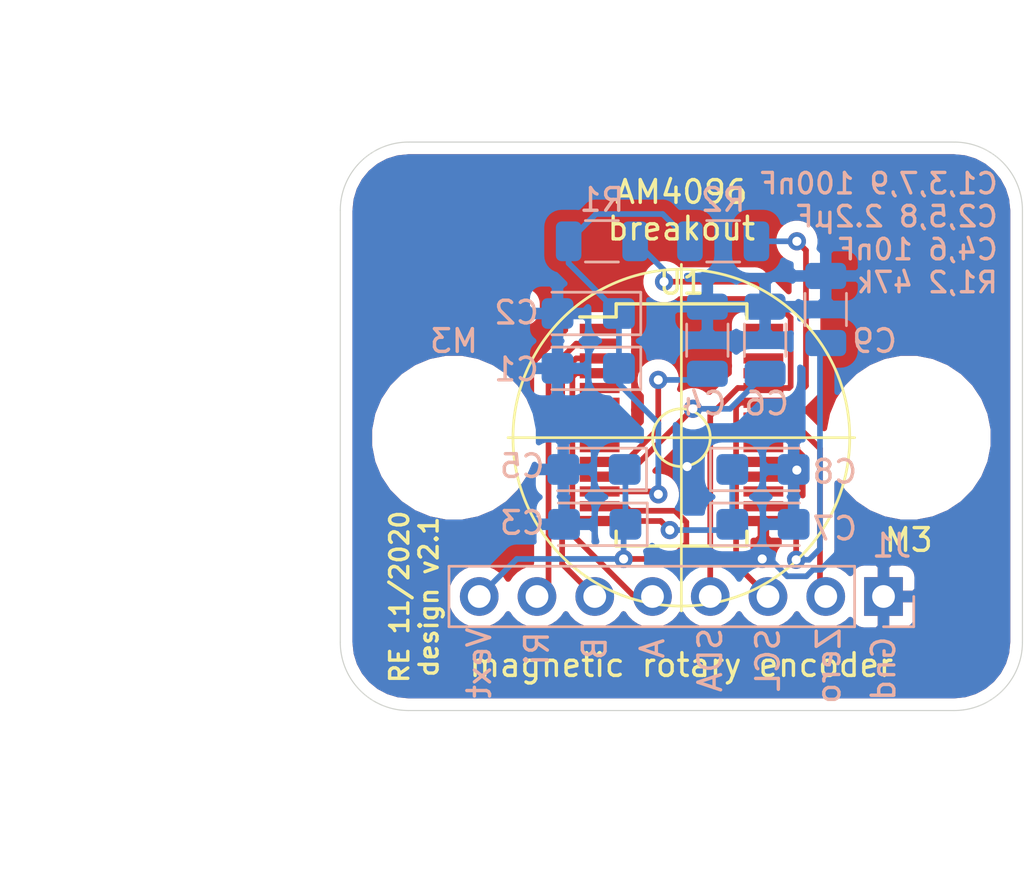
<source format=kicad_pcb>
(kicad_pcb (version 20171130) (host pcbnew "(5.1.8)-1")

  (general
    (thickness 1.6)
    (drawings 33)
    (tracks 104)
    (zones 0)
    (modules 17)
    (nets 28)
  )

  (page A4)
  (title_block
    (title "AM4096 breakout board")
    (date 2020-11-20)
    (rev v2.1)
    (company "NNM Lab / Donders Institute / Radboud University")
    (comment 1 "Design by R.E.")
  )

  (layers
    (0 F.Cu signal)
    (31 B.Cu signal)
    (32 B.Adhes user)
    (33 F.Adhes user)
    (34 B.Paste user)
    (35 F.Paste user)
    (36 B.SilkS user)
    (37 F.SilkS user)
    (38 B.Mask user)
    (39 F.Mask user)
    (40 Dwgs.User user)
    (41 Cmts.User user hide)
    (42 Eco1.User user hide)
    (43 Eco2.User user hide)
    (44 Edge.Cuts user)
    (45 Margin user)
    (46 B.CrtYd user hide)
    (47 F.CrtYd user hide)
    (48 B.Fab user hide)
    (49 F.Fab user hide)
  )

  (setup
    (last_trace_width 0.25)
    (trace_clearance 0.2)
    (zone_clearance 0.508)
    (zone_45_only no)
    (trace_min 0.2)
    (via_size 0.8)
    (via_drill 0.4)
    (via_min_size 0.4)
    (via_min_drill 0.3)
    (uvia_size 0.3)
    (uvia_drill 0.1)
    (uvias_allowed no)
    (uvia_min_size 0.2)
    (uvia_min_drill 0.1)
    (edge_width 0.05)
    (segment_width 0.2)
    (pcb_text_width 0.3)
    (pcb_text_size 1.5 1.5)
    (mod_edge_width 0.12)
    (mod_text_size 1 1)
    (mod_text_width 0.15)
    (pad_size 1.524 1.524)
    (pad_drill 0.762)
    (pad_to_mask_clearance 0.051)
    (solder_mask_min_width 0.25)
    (aux_axis_origin 0 0)
    (grid_origin 111.76 91.44)
    (visible_elements 7FFFFFFF)
    (pcbplotparams
      (layerselection 0x010fc_ffffffff)
      (usegerberextensions false)
      (usegerberattributes false)
      (usegerberadvancedattributes false)
      (creategerberjobfile false)
      (excludeedgelayer true)
      (linewidth 0.100000)
      (plotframeref false)
      (viasonmask false)
      (mode 1)
      (useauxorigin false)
      (hpglpennumber 1)
      (hpglpenspeed 20)
      (hpglpendiameter 15.000000)
      (psnegative false)
      (psa4output false)
      (plotreference true)
      (plotvalue true)
      (plotinvisibletext false)
      (padsonsilk false)
      (subtractmaskfromsilk false)
      (outputformat 4)
      (mirror false)
      (drillshape 0)
      (scaleselection 1)
      (outputdirectory ""))
  )

  (net 0 "")
  (net 1 Vdd)
  (net 2 GND)
  (net 3 VEXT)
  (net 4 "Net-(C4-Pad1)")
  (net 5 "Net-(C6-Pad1)")
  (net 6 "Net-(C7-Pad1)")
  (net 7 "Net-(C9-Pad2)")
  (net 8 ZERO)
  (net 9 SDA)
  (net 10 SCL)
  (net 11 A)
  (net 12 B)
  (net 13 Ri)
  (net 14 "Net-(U1-Pad1)")
  (net 15 "Net-(U1-Pad5)")
  (net 16 "Net-(U1-Pad6)")
  (net 17 "Net-(U1-Pad7)")
  (net 18 "Net-(U1-Pad8)")
  (net 19 "Net-(U1-Pad9)")
  (net 20 "Net-(U1-Pad17)")
  (net 21 "Net-(U1-Pad18)")
  (net 22 "Net-(U1-Pad19)")
  (net 23 "Net-(U1-Pad20)")
  (net 24 "Net-(U1-Pad25)")
  (net 25 "Net-(U1-Pad26)")
  (net 26 "Net-(U1-Pad27)")
  (net 27 "Net-(U1-Pad28)")

  (net_class Default "This is the default net class."
    (clearance 0.2)
    (trace_width 0.25)
    (via_dia 0.8)
    (via_drill 0.4)
    (uvia_dia 0.3)
    (uvia_drill 0.1)
    (add_net A)
    (add_net B)
    (add_net GND)
    (add_net "Net-(C4-Pad1)")
    (add_net "Net-(C6-Pad1)")
    (add_net "Net-(C7-Pad1)")
    (add_net "Net-(C9-Pad2)")
    (add_net "Net-(U1-Pad1)")
    (add_net "Net-(U1-Pad17)")
    (add_net "Net-(U1-Pad18)")
    (add_net "Net-(U1-Pad19)")
    (add_net "Net-(U1-Pad20)")
    (add_net "Net-(U1-Pad25)")
    (add_net "Net-(U1-Pad26)")
    (add_net "Net-(U1-Pad27)")
    (add_net "Net-(U1-Pad28)")
    (add_net "Net-(U1-Pad5)")
    (add_net "Net-(U1-Pad6)")
    (add_net "Net-(U1-Pad7)")
    (add_net "Net-(U1-Pad8)")
    (add_net "Net-(U1-Pad9)")
    (add_net Ri)
    (add_net SCL)
    (add_net SDA)
    (add_net VEXT)
    (add_net Vdd)
    (add_net ZERO)
  )

  (module gfx:nnm_logo_small (layer F.Cu) (tedit 0) (tstamp 5FB8630B)
    (at 122.26 82.94)
    (fp_text reference G*** (at 0 0) (layer F.SilkS) hide
      (effects (font (size 1.524 1.524) (thickness 0.3)))
    )
    (fp_text value LOGO (at 0.75 0) (layer F.SilkS) hide
      (effects (font (size 1.524 1.524) (thickness 0.3)))
    )
    (fp_poly (pts (xy 0.190095 -1.413673) (xy 0.4318 -1.049345) (xy 0.447842 -1.269898) (xy 0.447521 -1.516607)
      (xy 0.403583 -1.673671) (xy 0.317465 -1.742989) (xy 0.308305 -1.757312) (xy 0.383437 -1.768105)
      (xy 0.4572 -1.77133) (xy 0.593486 -1.76723) (xy 0.630427 -1.746437) (xy 0.613575 -1.730733)
      (xy 0.577426 -1.675793) (xy 0.550417 -1.554955) (xy 0.530575 -1.355618) (xy 0.51815 -1.121911)
      (xy 0.494949 -0.5588) (xy 0.353616 -0.5588) (xy 0.283224 -0.569137) (xy 0.215896 -0.610182)
      (xy 0.1375 -0.696993) (xy 0.033907 -0.844625) (xy -0.077719 -1.018407) (xy -0.197512 -1.203324)
      (xy -0.297504 -1.34843) (xy -0.365809 -1.437054) (xy -0.389707 -1.456028) (xy -0.395865 -1.398572)
      (xy -0.392324 -1.26623) (xy -0.379939 -1.085168) (xy -0.376243 -1.042846) (xy -0.353865 -0.838692)
      (xy -0.327263 -0.713284) (xy -0.288964 -0.643817) (xy -0.233897 -0.608445) (xy -0.192053 -0.582425)
      (xy -0.234304 -0.567927) (xy -0.36926 -0.562056) (xy -0.371929 -0.562021) (xy -0.514622 -0.563227)
      (xy -0.572578 -0.577038) (xy -0.562546 -0.611227) (xy -0.537029 -0.638629) (xy -0.500052 -0.723152)
      (xy -0.473237 -0.875318) (xy -0.456975 -1.068815) (xy -0.451653 -1.27733) (xy -0.45766 -1.474548)
      (xy -0.475385 -1.634157) (xy -0.505216 -1.729844) (xy -0.5207 -1.744357) (xy -0.511772 -1.759029)
      (xy -0.422181 -1.770033) (xy -0.317905 -1.77399) (xy -0.05161 -1.778) (xy 0.190095 -1.413673)) (layer F.Mask) (width 0.01))
    (fp_poly (pts (xy 1.572434 0.004634) (xy 1.644581 0.02105) (xy 1.643037 0.053022) (xy 1.63576 0.060959)
      (xy 1.609812 0.132951) (xy 1.590652 0.273762) (xy 1.578508 0.458443) (xy 1.57361 0.662045)
      (xy 1.576186 0.859618) (xy 1.586466 1.026214) (xy 1.604677 1.136883) (xy 1.6256 1.1684)
      (xy 1.674923 1.207057) (xy 1.6764 1.2192) (xy 1.629745 1.245746) (xy 1.506156 1.26392)
      (xy 1.3462 1.27) (xy 1.150302 1.265255) (xy 1.046616 1.248078) (xy 1.026068 1.214055)
      (xy 1.079586 1.158773) (xy 1.094546 1.147565) (xy 1.135174 1.094605) (xy 1.156627 0.996446)
      (xy 1.161814 0.831884) (xy 1.158046 0.684765) (xy 1.143 0.2794) (xy 1.075666 0.508)
      (xy 1.019796 0.699452) (xy 0.956971 0.91723) (xy 0.932361 1.0033) (xy 0.874421 1.17003)
      (xy 0.815501 1.252764) (xy 0.762584 1.27) (xy 0.710865 1.248525) (xy 0.657136 1.174395)
      (xy 0.593707 1.033051) (xy 0.512883 0.809932) (xy 0.500879 0.7747) (xy 0.418751 0.548359)
      (xy 0.358966 0.420714) (xy 0.321117 0.391936) (xy 0.3048 0.462202) (xy 0.30961 0.631683)
      (xy 0.329397 0.848214) (xy 0.358541 1.041611) (xy 0.396456 1.144308) (xy 0.435843 1.1684)
      (xy 0.500809 1.197158) (xy 0.508 1.2192) (xy 0.462932 1.251011) (xy 0.350349 1.268704)
      (xy 0.3048 1.27) (xy 0.177539 1.259935) (xy 0.106771 1.234794) (xy 0.1016 1.224635)
      (xy 0.142027 1.169101) (xy 0.1778 1.150029) (xy 0.214043 1.115642) (xy 0.237179 1.034472)
      (xy 0.249654 0.889297) (xy 0.253916 0.662893) (xy 0.254 0.613718) (xy 0.251462 0.375387)
      (xy 0.241751 0.218791) (xy 0.221719 0.124148) (xy 0.18822 0.071672) (xy 0.1651 0.054869)
      (xy 0.136546 0.025165) (xy 0.185724 0.008478) (xy 0.323389 0.001901) (xy 0.362399 0.001544)
      (xy 0.648599 0) (xy 0.76402 0.2921) (xy 0.830369 0.452717) (xy 0.885972 0.574492)
      (xy 0.914223 0.624362) (xy 0.943382 0.600263) (xy 0.987145 0.498929) (xy 1.036316 0.341894)
      (xy 1.038943 0.332262) (xy 1.128882 0) (xy 1.412801 0) (xy 1.572434 0.004634)) (layer F.Mask) (width 0.01))
    (fp_poly (pts (xy -0.884591 0.362672) (xy -0.635 0.725345) (xy -0.61922 0.451994) (xy -0.616473 0.281797)
      (xy -0.638991 0.177465) (xy -0.695745 0.10458) (xy -0.713748 0.089322) (xy -0.777709 0.033341)
      (xy -0.775097 0.007608) (xy -0.692124 0.000364) (xy -0.609008 0) (xy -0.477852 0.005999)
      (xy -0.431957 0.028398) (xy -0.449163 0.066515) (xy -0.472949 0.142265) (xy -0.494472 0.295641)
      (xy -0.511045 0.502671) (xy -0.518884 0.688815) (xy -0.5334 1.2446) (xy -0.672804 1.260645)
      (xy -0.73929 1.259979) (xy -0.800995 1.231527) (xy -0.871858 1.160999) (xy -0.965819 1.034103)
      (xy -1.096816 0.836548) (xy -1.117304 0.804912) (xy -1.4224 0.333134) (xy -1.4224 0.750767)
      (xy -1.420386 0.956581) (xy -1.411072 1.081003) (xy -1.389547 1.144211) (xy -1.350904 1.166384)
      (xy -1.3208 1.1684) (xy -1.238252 1.189673) (xy -1.2192 1.2192) (xy -1.264605 1.249495)
      (xy -1.379483 1.267669) (xy -1.4478 1.27) (xy -1.584146 1.260987) (xy -1.665922 1.238185)
      (xy -1.6764 1.224635) (xy -1.635973 1.169101) (xy -1.6002 1.150029) (xy -1.563702 1.115315)
      (xy -1.540508 1.033384) (xy -1.528122 0.886922) (xy -1.524049 0.658614) (xy -1.524 0.621354)
      (xy -1.530677 0.34959) (xy -1.550101 0.161385) (xy -1.581367 0.065068) (xy -1.58496 0.06096)
      (xy -1.599973 0.024423) (xy -1.542102 0.005554) (xy -1.397445 0.000006) (xy -1.390051 0)
      (xy -1.134182 0) (xy -0.884591 0.362672)) (layer F.Mask) (width 0.01))
    (fp_poly (pts (xy 0.464781 -3.27309) (xy 0.82799 -3.125398) (xy 1.0922 -2.943712) (xy 1.20413 -2.885106)
      (xy 1.365802 -2.83862) (xy 1.432963 -2.827355) (xy 1.808885 -2.729868) (xy 2.147896 -2.546692)
      (xy 2.436499 -2.291005) (xy 2.661197 -1.975983) (xy 2.808493 -1.614802) (xy 2.844562 -1.44926)
      (xy 2.909277 -1.210436) (xy 3.010791 -1.011346) (xy 3.023655 -0.993732) (xy 3.218091 -0.658431)
      (xy 3.326768 -0.287254) (xy 3.34939 0.100737) (xy 3.285666 0.486484) (xy 3.135302 0.850925)
      (xy 3.054053 0.981802) (xy 2.945459 1.179607) (xy 2.862517 1.401686) (xy 2.843156 1.481866)
      (xy 2.73557 1.851497) (xy 2.556909 2.164532) (xy 2.333593 2.411083) (xy 2.09419 2.607587)
      (xy 1.852992 2.738511) (xy 1.567055 2.825423) (xy 1.468166 2.845754) (xy 1.271896 2.905794)
      (xy 1.065089 3.002811) (xy 0.981802 3.054053) (xy 0.798745 3.162559) (xy 0.601055 3.254377)
      (xy 0.518786 3.283539) (xy 0.25861 3.33371) (xy -0.037226 3.34766) (xy -0.323295 3.325683)
      (xy -0.531205 3.276745) (xy -0.698309 3.201621) (xy -0.882193 3.096849) (xy -0.947367 3.053492)
      (xy -1.153602 2.94163) (xy -1.283908 2.897403) (xy -1.016 2.897403) (xy -0.974006 2.938904)
      (xy -0.863592 3.00921) (xy -0.708115 3.093535) (xy -0.6985 3.098397) (xy -0.532287 3.17763)
      (xy -0.398182 3.223837) (xy -0.258371 3.244253) (xy -0.075042 3.246113) (xy 0.052352 3.242062)
      (xy 0.307187 3.225038) (xy 0.498139 3.191159) (xy 0.662531 3.132529) (xy 0.734256 3.09779)
      (xy 0.902984 2.998613) (xy 0.991826 2.918901) (xy 0.996294 2.865278) (xy 0.911903 2.844369)
      (xy 0.905933 2.844303) (xy 0.780535 2.819041) (xy 0.604657 2.754602) (xy 0.41319 2.666897)
      (xy 0.241022 2.571837) (xy 0.127 2.489098) (xy 0.069858 2.441921) (xy 0.015501 2.429659)
      (xy -0.060999 2.458755) (xy -0.184569 2.535653) (xy -0.267337 2.591043) (xy -0.494879 2.721451)
      (xy -0.711111 2.805335) (xy -0.788037 2.82215) (xy -0.923875 2.850662) (xy -1.005453 2.883498)
      (xy -1.016 2.897403) (xy -1.283908 2.897403) (xy -1.390707 2.861155) (xy -1.442734 2.850035)
      (xy -1.837052 2.730394) (xy -2.181028 2.532468) (xy -2.463971 2.267091) (xy -2.675191 1.945097)
      (xy -2.803995 1.577318) (xy -2.826586 1.4478) (xy -2.835788 1.412916) (xy -2.743201 1.412916)
      (xy -2.707955 1.612232) (xy -2.612736 1.846111) (xy -2.473323 2.081407) (xy -2.350919 2.237017)
      (xy -2.13793 2.447224) (xy -1.922542 2.593112) (xy -1.660855 2.703098) (xy -1.6002 2.722939)
      (xy -1.421264 2.774976) (xy -1.326278 2.787033) (xy -1.304525 2.756019) (xy -1.345286 2.67884)
      (xy -1.36233 2.6543) (xy -1.525043 2.357402) (xy -1.633442 2.016803) (xy -1.652388 1.913451)
      (xy -1.685985 1.689416) (xy -1.9407 1.659249) (xy -2.136782 1.61404) (xy -2.35536 1.531529)
      (xy -2.469308 1.474506) (xy -2.619383 1.393041) (xy -2.702166 1.360386) (xy -2.736953 1.372202)
      (xy -2.743201 1.412916) (xy -2.835788 1.412916) (xy -2.889247 1.210261) (xy -2.986607 1.041781)
      (xy -2.98686 1.0414) (xy -2.743105 1.0414) (xy -2.714548 1.171495) (xy -2.614988 1.278999)
      (xy -2.577753 1.305634) (xy -2.228557 1.491292) (xy -1.874348 1.576766) (xy -1.811657 1.581524)
      (xy -1.667798 1.593342) (xy -1.598392 1.621909) (xy -1.576319 1.686423) (xy -1.574517 1.749392)
      (xy -1.552079 1.945415) (xy -1.492641 2.16225) (xy -1.407045 2.377418) (xy -1.306131 2.568441)
      (xy -1.200741 2.712839) (xy -1.101716 2.788133) (xy -1.070725 2.794) (xy -0.973985 2.780033)
      (xy -0.822227 2.744328) (xy -0.72257 2.71647) (xy -0.524469 2.636794) (xy -0.317085 2.522275)
      (xy -0.228835 2.461344) (xy 0.003827 2.283749) (xy 0.167013 2.406072) (xy 0.46149 2.591347)
      (xy 0.76616 2.720958) (xy 0.947192 2.76608) (xy 1.087129 2.781344) (xy 1.131493 2.767778)
      (xy 1.3208 2.767778) (xy 1.363338 2.784652) (xy 1.474538 2.767611) (xy 1.629778 2.723)
      (xy 1.804438 2.657161) (xy 1.8796 2.623801) (xy 2.177238 2.432978) (xy 2.435196 2.167868)
      (xy 2.633896 1.853773) (xy 2.753764 1.515999) (xy 2.759902 1.4859) (xy 2.775961 1.369499)
      (xy 2.754183 1.329906) (xy 2.679344 1.3622) (xy 2.582262 1.428478) (xy 2.392132 1.531758)
      (xy 2.155119 1.617429) (xy 1.922511 1.668792) (xy 1.820726 1.6764) (xy 1.71788 1.690215)
      (xy 1.680359 1.753076) (xy 1.6764 1.827024) (xy 1.651547 2.011528) (xy 1.58736 2.235369)
      (xy 1.499393 2.452388) (xy 1.416389 2.598642) (xy 1.35032 2.701409) (xy 1.320896 2.766097)
      (xy 1.3208 2.767778) (xy 1.131493 2.767778) (xy 1.175717 2.754255) (xy 1.260416 2.666097)
      (xy 1.286607 2.632243) (xy 1.428169 2.409976) (xy 1.517278 2.169227) (xy 1.568046 1.8796)
      (xy 1.6002 1.6002) (xy 1.888501 1.569209) (xy 2.106961 1.526491) (xy 2.327332 1.451272)
      (xy 2.527452 1.355193) (xy 2.68516 1.249894) (xy 2.778298 1.147018) (xy 2.794 1.093546)
      (xy 2.768877 0.941705) (xy 2.702718 0.739136) (xy 2.609335 0.520636) (xy 2.502541 0.321)
      (xy 2.463031 0.259808) (xy 2.289414 0.007413) (xy 2.376854 0.007413) (xy 2.480465 0.118006)
      (xy 2.579947 0.255038) (xy 2.682045 0.443903) (xy 2.77059 0.64837) (xy 2.829415 0.832209)
      (xy 2.844303 0.93332) (xy 2.860734 1.027613) (xy 2.90836 1.026404) (xy 2.986135 0.930539)
      (xy 3.093014 0.740864) (xy 3.100572 0.726039) (xy 3.17446 0.547242) (xy 3.218887 0.345669)
      (xy 3.24189 0.083745) (xy 3.242994 0.060198) (xy 3.249305 -0.158788) (xy 3.239715 -0.315931)
      (xy 3.206755 -0.450638) (xy 3.142955 -0.602314) (xy 3.100965 -0.689102) (xy 2.995478 -0.884584)
      (xy 2.915834 -0.992029) (xy 2.864754 -1.008977) (xy 2.844955 -0.932969) (xy 2.8448 -0.920787)
      (xy 2.815412 -0.750302) (xy 2.7383 -0.540129) (xy 2.630041 -0.329245) (xy 2.532612 -0.186794)
      (xy 2.376854 0.007413) (xy 2.289414 0.007413) (xy 2.285431 0.001623) (xy 2.462186 -0.229938)
      (xy 2.581843 -0.420928) (xy 2.687219 -0.649183) (xy 2.763008 -0.875922) (xy 2.793907 -1.062366)
      (xy 2.793999 -1.070725) (xy 2.748046 -1.164948) (xy 2.625176 -1.269337) (xy 2.447877 -1.373044)
      (xy 2.238634 -1.46522) (xy 2.019933 -1.535014) (xy 1.814263 -1.571579) (xy 1.749831 -1.574517)
      (xy 1.650821 -1.582928) (xy 1.603704 -1.626832) (xy 1.58554 -1.734961) (xy 1.5823 -1.784332)
      (xy 1.515782 -2.140649) (xy 1.368184 -2.479748) (xy 1.313428 -2.566833) (xy 1.210353 -2.686803)
      (xy 1.371516 -2.686803) (xy 1.410504 -2.588176) (xy 1.482494 -2.443952) (xy 1.569539 -2.247803)
      (xy 1.635831 -2.048404) (xy 1.66187 -1.923252) (xy 1.686912 -1.7018) (xy 2.045946 -1.614006)
      (xy 2.256222 -1.551516) (xy 2.453576 -1.47433) (xy 2.58679 -1.404211) (xy 2.700828 -1.332875)
      (xy 2.773661 -1.29706) (xy 2.784638 -1.296377) (xy 2.782324 -1.349134) (xy 2.757923 -1.466084)
      (xy 2.741237 -1.531287) (xy 2.624719 -1.855766) (xy 2.455876 -2.123549) (xy 2.237434 -2.350544)
      (xy 2.025466 -2.510516) (xy 1.790165 -2.639527) (xy 1.564618 -2.721744) (xy 1.41703 -2.743201)
      (xy 1.375059 -2.732227) (xy 1.371516 -2.686803) (xy 1.210353 -2.686803) (xy 1.207234 -2.690433)
      (xy 1.094767 -2.739354) (xy 1.0414 -2.743105) (xy 0.821807 -2.710837) (xy 0.572852 -2.624014)
      (xy 0.337079 -2.499857) (xy 0.210514 -2.406828) (xy 0.0254 -2.246799) (xy -0.166585 -2.398845)
      (xy -0.365458 -2.528459) (xy -0.598929 -2.639477) (xy -0.828725 -2.716247) (xy -1.008672 -2.7432)
      (xy -1.143336 -2.71291) (xy -1.230808 -2.6543) (xy -1.36442 -2.454102) (xy -1.476661 -2.198082)
      (xy -1.548812 -1.931983) (xy -1.560847 -1.847718) (xy -1.580041 -1.690604) (xy -1.607709 -1.6095)
      (xy -1.661985 -1.579275) (xy -1.757802 -1.574801) (xy -1.940353 -1.549217) (xy -2.165879 -1.48264)
      (xy -2.392748 -1.390331) (xy -2.57933 -1.287548) (xy -2.618058 -1.259464) (xy -2.700921 -1.182619)
      (xy -2.735296 -1.100386) (xy -2.733573 -0.972716) (xy -2.726591 -0.908667) (xy -2.659765 -0.62014)
      (xy -2.522209 -0.34318) (xy -2.386439 -0.1524) (xy -2.246799 0.0254) (xy -2.406828 0.210514)
      (xy -2.546074 0.414705) (xy -2.659232 0.659869) (xy -2.729083 0.90346) (xy -2.743105 1.0414)
      (xy -2.98686 1.0414) (xy -3.167877 0.769668) (xy -3.276087 0.467293) (xy -3.319466 0.109653)
      (xy -3.320809 0.040735) (xy -3.243662 0.040735) (xy -3.191364 0.419699) (xy -3.051124 0.774355)
      (xy -3.006213 0.850597) (xy -2.928162 0.965552) (xy -2.875381 1.026746) (xy -2.86251 1.028397)
      (xy -2.844319 0.962469) (xy -2.805432 0.831941) (xy -2.769432 0.714279) (xy -2.69037 0.509526)
      (xy -2.587007 0.304637) (xy -2.536352 0.223296) (xy -2.38866 0.008634) (xy -2.560461 -0.246661)
      (xy -2.67036 -0.438395) (xy -2.762626 -0.648159) (xy -2.797485 -0.756443) (xy -2.841336 -0.89422)
      (xy -2.88394 -0.974881) (xy -2.90552 -0.98447) (xy -2.95037 -0.927628) (xy -3.021388 -0.808558)
      (xy -3.080047 -0.698084) (xy -3.206922 -0.339528) (xy -3.243662 0.040735) (xy -3.320809 0.040735)
      (xy -3.321108 0.0254) (xy -3.290544 -0.356756) (xy -3.187946 -0.689443) (xy -3.003139 -1.003793)
      (xy -2.970276 -1.047914) (xy -2.88859 -1.186165) (xy -2.846386 -1.31846) (xy -2.845479 -1.331298)
      (xy -2.742532 -1.331298) (xy -2.736656 -1.281232) (xy -2.698466 -1.298524) (xy -2.65996 -1.33156)
      (xy -2.553528 -1.404652) (xy -2.400714 -1.486747) (xy -2.334944 -1.517008) (xy -2.144793 -1.586639)
      (xy -1.947513 -1.639989) (xy -1.89612 -1.649768) (xy -1.760826 -1.6789) (xy -1.693182 -1.730271)
      (xy -1.659849 -1.837222) (xy -1.649768 -1.89612) (xy -1.595674 -2.116299) (xy -1.509602 -2.347846)
      (xy -1.408427 -2.550253) (xy -1.33156 -2.65996) (xy -1.284041 -2.719251) (xy -1.293798 -2.742445)
      (xy -1.377339 -2.737058) (xy -1.470311 -2.723147) (xy -1.814339 -2.620566) (xy -2.126787 -2.433905)
      (xy -2.391344 -2.17953) (xy -2.591703 -1.873805) (xy -2.711553 -1.533098) (xy -2.72397 -1.465162)
      (xy -2.742532 -1.331298) (xy -2.845479 -1.331298) (xy -2.8448 -1.340905) (xy -2.827172 -1.45785)
      (xy -2.781626 -1.626245) (xy -2.73576 -1.760825) (xy -2.557475 -2.099087) (xy -2.301728 -2.39169)
      (xy -1.987701 -2.623081) (xy -1.634574 -2.777705) (xy -1.422749 -2.825588) (xy -1.240841 -2.874638)
      (xy -1.178097 -2.904385) (xy -0.985171 -2.904385) (xy -0.955486 -2.868997) (xy -0.850948 -2.821275)
      (xy -0.721139 -2.779479) (xy -0.517172 -2.705321) (xy -0.317714 -2.605308) (xy -0.227673 -2.546539)
      (xy -0.110539 -2.45879) (xy -0.034323 -2.402192) (xy -0.018855 -2.391079) (xy 0.024285 -2.413412)
      (xy 0.131393 -2.475382) (xy 0.27966 -2.563784) (xy 0.285945 -2.567575) (xy 0.479051 -2.671992)
      (xy 0.676916 -2.759966) (xy 0.808593 -2.804344) (xy 1.032987 -2.861139) (xy 0.884793 -2.981072)
      (xy 0.627531 -3.129477) (xy 0.315355 -3.216221) (xy -0.024619 -3.239587) (xy -0.365274 -3.197857)
      (xy -0.679493 -3.089314) (xy -0.695895 -3.081156) (xy -0.842853 -3.001799) (xy -0.949413 -2.935175)
      (xy -0.985171 -2.904385) (xy -1.178097 -2.904385) (xy -1.073059 -2.954183) (xy -1.038604 -2.977725)
      (xy -0.68798 -3.185009) (xy -0.309606 -3.303157) (xy 0.080114 -3.33243) (xy 0.464781 -3.27309)) (layer F.Mask) (width 0.01))
  )

  (module Package_SO:SSOP-28_5.3x10.2mm_P0.65mm locked (layer F.Cu) (tedit 5A02F25C) (tstamp 5FB6B7E3)
    (at 111.7668 90.8806)
    (descr "28-Lead Plastic Shrink Small Outline (SS)-5.30 mm Body [SSOP] (see Microchip Packaging Specification 00000049BS.pdf)")
    (tags "SSOP 0.65")
    (path /5FB6B37D)
    (attr smd)
    (fp_text reference U1 (at 0 -6.25) (layer F.SilkS)
      (effects (font (size 1 1) (thickness 0.15)))
    )
    (fp_text value AM4096 (at 0 6.25) (layer F.Fab)
      (effects (font (size 1 1) (thickness 0.15)))
    )
    (fp_line (start -2.875 -4.75) (end -4.475 -4.75) (layer F.SilkS) (width 0.15))
    (fp_line (start -2.875 5.325) (end 2.875 5.325) (layer F.SilkS) (width 0.15))
    (fp_line (start -2.875 -5.325) (end 2.875 -5.325) (layer F.SilkS) (width 0.15))
    (fp_line (start -2.875 5.325) (end -2.875 4.675) (layer F.SilkS) (width 0.15))
    (fp_line (start 2.875 5.325) (end 2.875 4.675) (layer F.SilkS) (width 0.15))
    (fp_line (start 2.875 -5.325) (end 2.875 -4.675) (layer F.SilkS) (width 0.15))
    (fp_line (start -2.875 -5.325) (end -2.875 -4.75) (layer F.SilkS) (width 0.15))
    (fp_line (start -4.75 5.5) (end 4.75 5.5) (layer F.CrtYd) (width 0.05))
    (fp_line (start -4.75 -5.5) (end 4.75 -5.5) (layer F.CrtYd) (width 0.05))
    (fp_line (start 4.75 -5.5) (end 4.75 5.5) (layer F.CrtYd) (width 0.05))
    (fp_line (start -4.75 -5.5) (end -4.75 5.5) (layer F.CrtYd) (width 0.05))
    (fp_line (start -2.65 -4.1) (end -1.65 -5.1) (layer F.Fab) (width 0.15))
    (fp_line (start -2.65 5.1) (end -2.65 -4.1) (layer F.Fab) (width 0.15))
    (fp_line (start 2.65 5.1) (end -2.65 5.1) (layer F.Fab) (width 0.15))
    (fp_line (start 2.65 -5.1) (end 2.65 5.1) (layer F.Fab) (width 0.15))
    (fp_line (start -1.65 -5.1) (end 2.65 -5.1) (layer F.Fab) (width 0.15))
    (fp_text user %R (at 0 0) (layer F.Fab)
      (effects (font (size 0.8 0.8) (thickness 0.15)))
    )
    (pad 28 smd rect (at 3.6 -4.225) (size 1.75 0.45) (layers F.Cu F.Paste F.Mask)
      (net 27 "Net-(U1-Pad28)"))
    (pad 27 smd rect (at 3.6 -3.575) (size 1.75 0.45) (layers F.Cu F.Paste F.Mask)
      (net 26 "Net-(U1-Pad27)"))
    (pad 26 smd rect (at 3.6 -2.925) (size 1.75 0.45) (layers F.Cu F.Paste F.Mask)
      (net 25 "Net-(U1-Pad26)"))
    (pad 25 smd rect (at 3.6 -2.275) (size 1.75 0.45) (layers F.Cu F.Paste F.Mask)
      (net 24 "Net-(U1-Pad25)"))
    (pad 24 smd rect (at 3.6 -1.625) (size 1.75 0.45) (layers F.Cu F.Paste F.Mask)
      (net 9 SDA))
    (pad 23 smd rect (at 3.6 -0.975) (size 1.75 0.45) (layers F.Cu F.Paste F.Mask)
      (net 10 SCL))
    (pad 22 smd rect (at 3.6 -0.325) (size 1.75 0.45) (layers F.Cu F.Paste F.Mask)
      (net 8 ZERO))
    (pad 21 smd rect (at 3.6 0.325) (size 1.75 0.45) (layers F.Cu F.Paste F.Mask)
      (net 2 GND))
    (pad 20 smd rect (at 3.6 0.975) (size 1.75 0.45) (layers F.Cu F.Paste F.Mask)
      (net 23 "Net-(U1-Pad20)"))
    (pad 19 smd rect (at 3.6 1.625) (size 1.75 0.45) (layers F.Cu F.Paste F.Mask)
      (net 22 "Net-(U1-Pad19)"))
    (pad 18 smd rect (at 3.6 2.275) (size 1.75 0.45) (layers F.Cu F.Paste F.Mask)
      (net 21 "Net-(U1-Pad18)"))
    (pad 17 smd rect (at 3.6 2.925) (size 1.75 0.45) (layers F.Cu F.Paste F.Mask)
      (net 20 "Net-(U1-Pad17)"))
    (pad 16 smd rect (at 3.6 3.575) (size 1.75 0.45) (layers F.Cu F.Paste F.Mask)
      (net 7 "Net-(C9-Pad2)"))
    (pad 15 smd rect (at 3.6 4.225) (size 1.75 0.45) (layers F.Cu F.Paste F.Mask)
      (net 2 GND))
    (pad 14 smd rect (at -3.6 4.225) (size 1.75 0.45) (layers F.Cu F.Paste F.Mask)
      (net 6 "Net-(C7-Pad1)"))
    (pad 13 smd rect (at -3.6 3.575) (size 1.75 0.45) (layers F.Cu F.Paste F.Mask)
      (net 3 VEXT))
    (pad 12 smd rect (at -3.6 2.925) (size 1.75 0.45) (layers F.Cu F.Paste F.Mask)
      (net 1 Vdd))
    (pad 11 smd rect (at -3.6 2.275) (size 1.75 0.45) (layers F.Cu F.Paste F.Mask)
      (net 5 "Net-(C6-Pad1)"))
    (pad 10 smd rect (at -3.6 1.625) (size 1.75 0.45) (layers F.Cu F.Paste F.Mask)
      (net 4 "Net-(C4-Pad1)"))
    (pad 9 smd rect (at -3.6 0.975) (size 1.75 0.45) (layers F.Cu F.Paste F.Mask)
      (net 19 "Net-(U1-Pad9)"))
    (pad 8 smd rect (at -3.6 0.325) (size 1.75 0.45) (layers F.Cu F.Paste F.Mask)
      (net 18 "Net-(U1-Pad8)"))
    (pad 7 smd rect (at -3.6 -0.325) (size 1.75 0.45) (layers F.Cu F.Paste F.Mask)
      (net 17 "Net-(U1-Pad7)"))
    (pad 6 smd rect (at -3.6 -0.975) (size 1.75 0.45) (layers F.Cu F.Paste F.Mask)
      (net 16 "Net-(U1-Pad6)"))
    (pad 5 smd rect (at -3.6 -1.625) (size 1.75 0.45) (layers F.Cu F.Paste F.Mask)
      (net 15 "Net-(U1-Pad5)"))
    (pad 4 smd rect (at -3.6 -2.275) (size 1.75 0.45) (layers F.Cu F.Paste F.Mask)
      (net 11 A))
    (pad 3 smd rect (at -3.6 -2.925) (size 1.75 0.45) (layers F.Cu F.Paste F.Mask)
      (net 12 B))
    (pad 2 smd rect (at -3.6 -3.575) (size 1.75 0.45) (layers F.Cu F.Paste F.Mask)
      (net 13 Ri))
    (pad 1 smd rect (at -3.6 -4.225) (size 1.75 0.45) (layers F.Cu F.Paste F.Mask)
      (net 14 "Net-(U1-Pad1)"))
    (model ${KISYS3DMOD}/Package_SO.3dshapes/SSOP-28_5.3x10.2mm_P0.65mm.wrl
      (at (xyz 0 0 0))
      (scale (xyz 1 1 1))
      (rotate (xyz 0 0 0))
    )
  )

  (module Resistor_SMD:R_1206_3216Metric (layer B.Cu) (tedit 5F68FEEE) (tstamp 5FB6AFA8)
    (at 113.5995 82.804 180)
    (descr "Resistor SMD 1206 (3216 Metric), square (rectangular) end terminal, IPC_7351 nominal, (Body size source: IPC-SM-782 page 72, https://www.pcb-3d.com/wordpress/wp-content/uploads/ipc-sm-782a_amendment_1_and_2.pdf), generated with kicad-footprint-generator")
    (tags resistor)
    (path /5FB93E70)
    (attr smd)
    (fp_text reference R2 (at 0 1.82) (layer B.SilkS)
      (effects (font (size 1 1) (thickness 0.15)) (justify mirror))
    )
    (fp_text value 47k (at 0 -1.82) (layer B.Fab)
      (effects (font (size 1 1) (thickness 0.15)) (justify mirror))
    )
    (fp_line (start 2.28 -1.12) (end -2.28 -1.12) (layer B.CrtYd) (width 0.05))
    (fp_line (start 2.28 1.12) (end 2.28 -1.12) (layer B.CrtYd) (width 0.05))
    (fp_line (start -2.28 1.12) (end 2.28 1.12) (layer B.CrtYd) (width 0.05))
    (fp_line (start -2.28 -1.12) (end -2.28 1.12) (layer B.CrtYd) (width 0.05))
    (fp_line (start -0.727064 -0.91) (end 0.727064 -0.91) (layer B.SilkS) (width 0.12))
    (fp_line (start -0.727064 0.91) (end 0.727064 0.91) (layer B.SilkS) (width 0.12))
    (fp_line (start 1.6 -0.8) (end -1.6 -0.8) (layer B.Fab) (width 0.1))
    (fp_line (start 1.6 0.8) (end 1.6 -0.8) (layer B.Fab) (width 0.1))
    (fp_line (start -1.6 0.8) (end 1.6 0.8) (layer B.Fab) (width 0.1))
    (fp_line (start -1.6 -0.8) (end -1.6 0.8) (layer B.Fab) (width 0.1))
    (fp_text user %R (at 0 0) (layer B.Fab)
      (effects (font (size 0.8 0.8) (thickness 0.12)) (justify mirror))
    )
    (pad 2 smd roundrect (at 1.4625 0 180) (size 1.125 1.75) (layers B.Cu B.Paste B.Mask) (roundrect_rratio 0.2222213333333333)
      (net 1 Vdd))
    (pad 1 smd roundrect (at -1.4625 0 180) (size 1.125 1.75) (layers B.Cu B.Paste B.Mask) (roundrect_rratio 0.2222213333333333)
      (net 10 SCL))
    (model ${KISYS3DMOD}/Resistor_SMD.3dshapes/R_1206_3216Metric.wrl
      (at (xyz 0 0 0))
      (scale (xyz 1 1 1))
      (rotate (xyz 0 0 0))
    )
  )

  (module Resistor_SMD:R_1206_3216Metric (layer B.Cu) (tedit 5F68FEEE) (tstamp 5FB6AFA5)
    (at 108.2655 82.804 180)
    (descr "Resistor SMD 1206 (3216 Metric), square (rectangular) end terminal, IPC_7351 nominal, (Body size source: IPC-SM-782 page 72, https://www.pcb-3d.com/wordpress/wp-content/uploads/ipc-sm-782a_amendment_1_and_2.pdf), generated with kicad-footprint-generator")
    (tags resistor)
    (path /5FB92F22)
    (attr smd)
    (fp_text reference R1 (at 0 1.82) (layer B.SilkS)
      (effects (font (size 1 1) (thickness 0.15)) (justify mirror))
    )
    (fp_text value 47k (at 0 -1.82) (layer B.Fab)
      (effects (font (size 1 1) (thickness 0.15)) (justify mirror))
    )
    (fp_line (start 2.28 -1.12) (end -2.28 -1.12) (layer B.CrtYd) (width 0.05))
    (fp_line (start 2.28 1.12) (end 2.28 -1.12) (layer B.CrtYd) (width 0.05))
    (fp_line (start -2.28 1.12) (end 2.28 1.12) (layer B.CrtYd) (width 0.05))
    (fp_line (start -2.28 -1.12) (end -2.28 1.12) (layer B.CrtYd) (width 0.05))
    (fp_line (start -0.727064 -0.91) (end 0.727064 -0.91) (layer B.SilkS) (width 0.12))
    (fp_line (start -0.727064 0.91) (end 0.727064 0.91) (layer B.SilkS) (width 0.12))
    (fp_line (start 1.6 -0.8) (end -1.6 -0.8) (layer B.Fab) (width 0.1))
    (fp_line (start 1.6 0.8) (end 1.6 -0.8) (layer B.Fab) (width 0.1))
    (fp_line (start -1.6 0.8) (end 1.6 0.8) (layer B.Fab) (width 0.1))
    (fp_line (start -1.6 -0.8) (end -1.6 0.8) (layer B.Fab) (width 0.1))
    (fp_text user %R (at 0 0) (layer B.Fab)
      (effects (font (size 0.8 0.8) (thickness 0.12)) (justify mirror))
    )
    (pad 2 smd roundrect (at 1.4625 0 180) (size 1.125 1.75) (layers B.Cu B.Paste B.Mask) (roundrect_rratio 0.2222213333333333)
      (net 1 Vdd))
    (pad 1 smd roundrect (at -1.4625 0 180) (size 1.125 1.75) (layers B.Cu B.Paste B.Mask) (roundrect_rratio 0.2222213333333333)
      (net 9 SDA))
    (model ${KISYS3DMOD}/Resistor_SMD.3dshapes/R_1206_3216Metric.wrl
      (at (xyz 0 0 0))
      (scale (xyz 1 1 1))
      (rotate (xyz 0 0 0))
    )
  )

  (module Capacitor_SMD:C_1206_3216Metric (layer B.Cu) (tedit 5F68FEEE) (tstamp 5FB7071B)
    (at 118.11 85.803 270)
    (descr "Capacitor SMD 1206 (3216 Metric), square (rectangular) end terminal, IPC_7351 nominal, (Body size source: IPC-SM-782 page 76, https://www.pcb-3d.com/wordpress/wp-content/uploads/ipc-sm-782a_amendment_1_and_2.pdf), generated with kicad-footprint-generator")
    (tags capacitor)
    (path /5FB8FAE5)
    (attr smd)
    (fp_text reference C9 (at 1.387 -2.15) (layer B.SilkS)
      (effects (font (size 1 1) (thickness 0.15)) (justify mirror))
    )
    (fp_text value 100n (at 0 -1.85 90) (layer B.Fab)
      (effects (font (size 1 1) (thickness 0.15)) (justify mirror))
    )
    (fp_line (start 2.3 -1.15) (end -2.3 -1.15) (layer B.CrtYd) (width 0.05))
    (fp_line (start 2.3 1.15) (end 2.3 -1.15) (layer B.CrtYd) (width 0.05))
    (fp_line (start -2.3 1.15) (end 2.3 1.15) (layer B.CrtYd) (width 0.05))
    (fp_line (start -2.3 -1.15) (end -2.3 1.15) (layer B.CrtYd) (width 0.05))
    (fp_line (start -0.711252 -0.91) (end 0.711252 -0.91) (layer B.SilkS) (width 0.12))
    (fp_line (start -0.711252 0.91) (end 0.711252 0.91) (layer B.SilkS) (width 0.12))
    (fp_line (start 1.6 -0.8) (end -1.6 -0.8) (layer B.Fab) (width 0.1))
    (fp_line (start 1.6 0.8) (end 1.6 -0.8) (layer B.Fab) (width 0.1))
    (fp_line (start -1.6 0.8) (end 1.6 0.8) (layer B.Fab) (width 0.1))
    (fp_line (start -1.6 -0.8) (end -1.6 0.8) (layer B.Fab) (width 0.1))
    (fp_text user %R (at 0 0 90) (layer B.Fab)
      (effects (font (size 0.8 0.8) (thickness 0.12)) (justify mirror))
    )
    (pad 2 smd roundrect (at 1.475 0 270) (size 1.15 1.8) (layers B.Cu B.Paste B.Mask) (roundrect_rratio 0.2173904347826087)
      (net 7 "Net-(C9-Pad2)"))
    (pad 1 smd roundrect (at -1.475 0 270) (size 1.15 1.8) (layers B.Cu B.Paste B.Mask) (roundrect_rratio 0.2173904347826087)
      (net 2 GND))
    (model ${KISYS3DMOD}/Capacitor_SMD.3dshapes/C_1206_3216Metric.wrl
      (at (xyz 0 0 0))
      (scale (xyz 1 1 1))
      (rotate (xyz 0 0 0))
    )
  )

  (module Capacitor_Tantalum_SMD:CP_EIA-3216-18_Kemet-A (layer B.Cu) (tedit 5EBA9318) (tstamp 5FB6AF9C)
    (at 115.348 92.837)
    (descr "Tantalum Capacitor SMD Kemet-A (3216-18 Metric), IPC_7351 nominal, (Body size from: http://www.kemet.com/Lists/ProductCatalog/Attachments/253/KEM_TC101_STD.pdf), generated with kicad-footprint-generator")
    (tags "capacitor tantalum")
    (path /5FB85E17)
    (attr smd)
    (fp_text reference C8 (at 3.162 0.103) (layer B.SilkS)
      (effects (font (size 1 1) (thickness 0.15)) (justify mirror))
    )
    (fp_text value 2.2u (at 0 -1.75) (layer B.Fab)
      (effects (font (size 1 1) (thickness 0.15)) (justify mirror))
    )
    (fp_line (start 2.3 -1.05) (end -2.3 -1.05) (layer B.CrtYd) (width 0.05))
    (fp_line (start 2.3 1.05) (end 2.3 -1.05) (layer B.CrtYd) (width 0.05))
    (fp_line (start -2.3 1.05) (end 2.3 1.05) (layer B.CrtYd) (width 0.05))
    (fp_line (start -2.3 -1.05) (end -2.3 1.05) (layer B.CrtYd) (width 0.05))
    (fp_line (start -2.31 -0.935) (end 1.6 -0.935) (layer B.SilkS) (width 0.12))
    (fp_line (start -2.31 0.935) (end -2.31 -0.935) (layer B.SilkS) (width 0.12))
    (fp_line (start 1.6 0.935) (end -2.31 0.935) (layer B.SilkS) (width 0.12))
    (fp_line (start 1.6 -0.8) (end 1.6 0.8) (layer B.Fab) (width 0.1))
    (fp_line (start -1.6 -0.8) (end 1.6 -0.8) (layer B.Fab) (width 0.1))
    (fp_line (start -1.6 0.4) (end -1.6 -0.8) (layer B.Fab) (width 0.1))
    (fp_line (start -1.2 0.8) (end -1.6 0.4) (layer B.Fab) (width 0.1))
    (fp_line (start 1.6 0.8) (end -1.2 0.8) (layer B.Fab) (width 0.1))
    (fp_text user %R (at 0 0) (layer B.Fab)
      (effects (font (size 0.8 0.8) (thickness 0.12)) (justify mirror))
    )
    (pad 2 smd roundrect (at 1.35 0) (size 1.4 1.35) (layers B.Cu B.Paste B.Mask) (roundrect_rratio 0.1851844444444445)
      (net 2 GND))
    (pad 1 smd roundrect (at -1.35 0) (size 1.4 1.35) (layers B.Cu B.Paste B.Mask) (roundrect_rratio 0.1851844444444445)
      (net 6 "Net-(C7-Pad1)"))
    (model ${KISYS3DMOD}/Capacitor_Tantalum_SMD.3dshapes/CP_EIA-3216-18_Kemet-A.wrl
      (at (xyz 0 0 0))
      (scale (xyz 1 1 1))
      (rotate (xyz 0 0 0))
    )
  )

  (module Capacitor_Tantalum_SMD:CP_EIA-3216-18_Kemet-A (layer B.Cu) (tedit 5EBA9318) (tstamp 5FB6AF99)
    (at 115.348 95.25)
    (descr "Tantalum Capacitor SMD Kemet-A (3216-18 Metric), IPC_7351 nominal, (Body size from: http://www.kemet.com/Lists/ProductCatalog/Attachments/253/KEM_TC101_STD.pdf), generated with kicad-footprint-generator")
    (tags "capacitor tantalum")
    (path /5FB85E1D)
    (attr smd)
    (fp_text reference C7 (at 3.162 0.19) (layer B.SilkS)
      (effects (font (size 1 1) (thickness 0.15)) (justify mirror))
    )
    (fp_text value 100n (at 0 -1.75) (layer B.Fab)
      (effects (font (size 1 1) (thickness 0.15)) (justify mirror))
    )
    (fp_line (start 2.3 -1.05) (end -2.3 -1.05) (layer B.CrtYd) (width 0.05))
    (fp_line (start 2.3 1.05) (end 2.3 -1.05) (layer B.CrtYd) (width 0.05))
    (fp_line (start -2.3 1.05) (end 2.3 1.05) (layer B.CrtYd) (width 0.05))
    (fp_line (start -2.3 -1.05) (end -2.3 1.05) (layer B.CrtYd) (width 0.05))
    (fp_line (start -2.31 -0.935) (end 1.6 -0.935) (layer B.SilkS) (width 0.12))
    (fp_line (start -2.31 0.935) (end -2.31 -0.935) (layer B.SilkS) (width 0.12))
    (fp_line (start 1.6 0.935) (end -2.31 0.935) (layer B.SilkS) (width 0.12))
    (fp_line (start 1.6 -0.8) (end 1.6 0.8) (layer B.Fab) (width 0.1))
    (fp_line (start -1.6 -0.8) (end 1.6 -0.8) (layer B.Fab) (width 0.1))
    (fp_line (start -1.6 0.4) (end -1.6 -0.8) (layer B.Fab) (width 0.1))
    (fp_line (start -1.2 0.8) (end -1.6 0.4) (layer B.Fab) (width 0.1))
    (fp_line (start 1.6 0.8) (end -1.2 0.8) (layer B.Fab) (width 0.1))
    (fp_text user %R (at 0 0) (layer B.Fab)
      (effects (font (size 0.8 0.8) (thickness 0.12)) (justify mirror))
    )
    (pad 2 smd roundrect (at 1.35 0) (size 1.4 1.35) (layers B.Cu B.Paste B.Mask) (roundrect_rratio 0.1851844444444445)
      (net 2 GND))
    (pad 1 smd roundrect (at -1.35 0) (size 1.4 1.35) (layers B.Cu B.Paste B.Mask) (roundrect_rratio 0.1851844444444445)
      (net 6 "Net-(C7-Pad1)"))
    (model ${KISYS3DMOD}/Capacitor_Tantalum_SMD.3dshapes/CP_EIA-3216-18_Kemet-A.wrl
      (at (xyz 0 0 0))
      (scale (xyz 1 1 1))
      (rotate (xyz 0 0 0))
    )
  )

  (module Capacitor_SMD:C_1206_3216Metric (layer B.Cu) (tedit 5F68FEEE) (tstamp 5FB6FACB)
    (at 115.443 87.154 90)
    (descr "Capacitor SMD 1206 (3216 Metric), square (rectangular) end terminal, IPC_7351 nominal, (Body size source: IPC-SM-782 page 76, https://www.pcb-3d.com/wordpress/wp-content/uploads/ipc-sm-782a_amendment_1_and_2.pdf), generated with kicad-footprint-generator")
    (tags capacitor)
    (path /5FB8E126)
    (attr smd)
    (fp_text reference C6 (at -2.786 0.067 180) (layer B.SilkS)
      (effects (font (size 1 1) (thickness 0.15)) (justify mirror))
    )
    (fp_text value 10n (at 0 -1.85 90) (layer B.Fab)
      (effects (font (size 1 1) (thickness 0.15)) (justify mirror))
    )
    (fp_line (start 2.3 -1.15) (end -2.3 -1.15) (layer B.CrtYd) (width 0.05))
    (fp_line (start 2.3 1.15) (end 2.3 -1.15) (layer B.CrtYd) (width 0.05))
    (fp_line (start -2.3 1.15) (end 2.3 1.15) (layer B.CrtYd) (width 0.05))
    (fp_line (start -2.3 -1.15) (end -2.3 1.15) (layer B.CrtYd) (width 0.05))
    (fp_line (start -0.711252 -0.91) (end 0.711252 -0.91) (layer B.SilkS) (width 0.12))
    (fp_line (start -0.711252 0.91) (end 0.711252 0.91) (layer B.SilkS) (width 0.12))
    (fp_line (start 1.6 -0.8) (end -1.6 -0.8) (layer B.Fab) (width 0.1))
    (fp_line (start 1.6 0.8) (end 1.6 -0.8) (layer B.Fab) (width 0.1))
    (fp_line (start -1.6 0.8) (end 1.6 0.8) (layer B.Fab) (width 0.1))
    (fp_line (start -1.6 -0.8) (end -1.6 0.8) (layer B.Fab) (width 0.1))
    (fp_text user %R (at 0 0 90) (layer B.Fab)
      (effects (font (size 0.8 0.8) (thickness 0.12)) (justify mirror))
    )
    (pad 2 smd roundrect (at 1.475 0 90) (size 1.15 1.8) (layers B.Cu B.Paste B.Mask) (roundrect_rratio 0.2173904347826087)
      (net 2 GND))
    (pad 1 smd roundrect (at -1.475 0 90) (size 1.15 1.8) (layers B.Cu B.Paste B.Mask) (roundrect_rratio 0.2173904347826087)
      (net 5 "Net-(C6-Pad1)"))
    (model ${KISYS3DMOD}/Capacitor_SMD.3dshapes/C_1206_3216Metric.wrl
      (at (xyz 0 0 0))
      (scale (xyz 1 1 1))
      (rotate (xyz 0 0 0))
    )
  )

  (module Capacitor_Tantalum_SMD:CP_EIA-3216-18_Kemet-A (layer B.Cu) (tedit 5EBA9318) (tstamp 5FB6AF93)
    (at 107.918 92.837 180)
    (descr "Tantalum Capacitor SMD Kemet-A (3216-18 Metric), IPC_7351 nominal, (Body size from: http://www.kemet.com/Lists/ProductCatalog/Attachments/253/KEM_TC101_STD.pdf), generated with kicad-footprint-generator")
    (tags "capacitor tantalum")
    (path /5FB86CB2)
    (attr smd)
    (fp_text reference C5 (at 3.158 0.147) (layer B.SilkS)
      (effects (font (size 1 1) (thickness 0.15)) (justify mirror))
    )
    (fp_text value 2.2u (at 0 -1.75) (layer B.Fab)
      (effects (font (size 1 1) (thickness 0.15)) (justify mirror))
    )
    (fp_line (start 2.3 -1.05) (end -2.3 -1.05) (layer B.CrtYd) (width 0.05))
    (fp_line (start 2.3 1.05) (end 2.3 -1.05) (layer B.CrtYd) (width 0.05))
    (fp_line (start -2.3 1.05) (end 2.3 1.05) (layer B.CrtYd) (width 0.05))
    (fp_line (start -2.3 -1.05) (end -2.3 1.05) (layer B.CrtYd) (width 0.05))
    (fp_line (start -2.31 -0.935) (end 1.6 -0.935) (layer B.SilkS) (width 0.12))
    (fp_line (start -2.31 0.935) (end -2.31 -0.935) (layer B.SilkS) (width 0.12))
    (fp_line (start 1.6 0.935) (end -2.31 0.935) (layer B.SilkS) (width 0.12))
    (fp_line (start 1.6 -0.8) (end 1.6 0.8) (layer B.Fab) (width 0.1))
    (fp_line (start -1.6 -0.8) (end 1.6 -0.8) (layer B.Fab) (width 0.1))
    (fp_line (start -1.6 0.4) (end -1.6 -0.8) (layer B.Fab) (width 0.1))
    (fp_line (start -1.2 0.8) (end -1.6 0.4) (layer B.Fab) (width 0.1))
    (fp_line (start 1.6 0.8) (end -1.2 0.8) (layer B.Fab) (width 0.1))
    (fp_text user %R (at 0 0) (layer B.Fab)
      (effects (font (size 0.8 0.8) (thickness 0.12)) (justify mirror))
    )
    (pad 2 smd roundrect (at 1.35 0 180) (size 1.4 1.35) (layers B.Cu B.Paste B.Mask) (roundrect_rratio 0.1851844444444445)
      (net 2 GND))
    (pad 1 smd roundrect (at -1.35 0 180) (size 1.4 1.35) (layers B.Cu B.Paste B.Mask) (roundrect_rratio 0.1851844444444445)
      (net 3 VEXT))
    (model ${KISYS3DMOD}/Capacitor_Tantalum_SMD.3dshapes/CP_EIA-3216-18_Kemet-A.wrl
      (at (xyz 0 0 0))
      (scale (xyz 1 1 1))
      (rotate (xyz 0 0 0))
    )
  )

  (module Capacitor_SMD:C_1206_3216Metric (layer B.Cu) (tedit 5F68FEEE) (tstamp 5FB6AF90)
    (at 112.903 87.154 90)
    (descr "Capacitor SMD 1206 (3216 Metric), square (rectangular) end terminal, IPC_7351 nominal, (Body size source: IPC-SM-782 page 76, https://www.pcb-3d.com/wordpress/wp-content/uploads/ipc-sm-782a_amendment_1_and_2.pdf), generated with kicad-footprint-generator")
    (tags capacitor)
    (path /5FB8D495)
    (attr smd)
    (fp_text reference C4 (at -2.786 -0.143 180) (layer B.SilkS)
      (effects (font (size 1 1) (thickness 0.15)) (justify mirror))
    )
    (fp_text value 10n (at 0 -1.85 90) (layer B.Fab)
      (effects (font (size 1 1) (thickness 0.15)) (justify mirror))
    )
    (fp_line (start 2.3 -1.15) (end -2.3 -1.15) (layer B.CrtYd) (width 0.05))
    (fp_line (start 2.3 1.15) (end 2.3 -1.15) (layer B.CrtYd) (width 0.05))
    (fp_line (start -2.3 1.15) (end 2.3 1.15) (layer B.CrtYd) (width 0.05))
    (fp_line (start -2.3 -1.15) (end -2.3 1.15) (layer B.CrtYd) (width 0.05))
    (fp_line (start -0.711252 -0.91) (end 0.711252 -0.91) (layer B.SilkS) (width 0.12))
    (fp_line (start -0.711252 0.91) (end 0.711252 0.91) (layer B.SilkS) (width 0.12))
    (fp_line (start 1.6 -0.8) (end -1.6 -0.8) (layer B.Fab) (width 0.1))
    (fp_line (start 1.6 0.8) (end 1.6 -0.8) (layer B.Fab) (width 0.1))
    (fp_line (start -1.6 0.8) (end 1.6 0.8) (layer B.Fab) (width 0.1))
    (fp_line (start -1.6 -0.8) (end -1.6 0.8) (layer B.Fab) (width 0.1))
    (fp_text user %R (at 0 0 90) (layer B.Fab)
      (effects (font (size 0.8 0.8) (thickness 0.12)) (justify mirror))
    )
    (pad 2 smd roundrect (at 1.475 0 90) (size 1.15 1.8) (layers B.Cu B.Paste B.Mask) (roundrect_rratio 0.2173904347826087)
      (net 2 GND))
    (pad 1 smd roundrect (at -1.475 0 90) (size 1.15 1.8) (layers B.Cu B.Paste B.Mask) (roundrect_rratio 0.2173904347826087)
      (net 4 "Net-(C4-Pad1)"))
    (model ${KISYS3DMOD}/Capacitor_SMD.3dshapes/C_1206_3216Metric.wrl
      (at (xyz 0 0 0))
      (scale (xyz 1 1 1))
      (rotate (xyz 0 0 0))
    )
  )

  (module Capacitor_Tantalum_SMD:CP_EIA-3216-18_Kemet-A (layer B.Cu) (tedit 5EBA9318) (tstamp 5FB6AF8D)
    (at 107.95 95.25 180)
    (descr "Tantalum Capacitor SMD Kemet-A (3216-18 Metric), IPC_7351 nominal, (Body size from: http://www.kemet.com/Lists/ProductCatalog/Attachments/253/KEM_TC101_STD.pdf), generated with kicad-footprint-generator")
    (tags "capacitor tantalum")
    (path /5FB86CB8)
    (attr smd)
    (fp_text reference C3 (at 3.19 0.06) (layer B.SilkS)
      (effects (font (size 1 1) (thickness 0.15)) (justify mirror))
    )
    (fp_text value 100n (at 0 -1.75) (layer B.Fab)
      (effects (font (size 1 1) (thickness 0.15)) (justify mirror))
    )
    (fp_line (start 2.3 -1.05) (end -2.3 -1.05) (layer B.CrtYd) (width 0.05))
    (fp_line (start 2.3 1.05) (end 2.3 -1.05) (layer B.CrtYd) (width 0.05))
    (fp_line (start -2.3 1.05) (end 2.3 1.05) (layer B.CrtYd) (width 0.05))
    (fp_line (start -2.3 -1.05) (end -2.3 1.05) (layer B.CrtYd) (width 0.05))
    (fp_line (start -2.31 -0.935) (end 1.6 -0.935) (layer B.SilkS) (width 0.12))
    (fp_line (start -2.31 0.935) (end -2.31 -0.935) (layer B.SilkS) (width 0.12))
    (fp_line (start 1.6 0.935) (end -2.31 0.935) (layer B.SilkS) (width 0.12))
    (fp_line (start 1.6 -0.8) (end 1.6 0.8) (layer B.Fab) (width 0.1))
    (fp_line (start -1.6 -0.8) (end 1.6 -0.8) (layer B.Fab) (width 0.1))
    (fp_line (start -1.6 0.4) (end -1.6 -0.8) (layer B.Fab) (width 0.1))
    (fp_line (start -1.2 0.8) (end -1.6 0.4) (layer B.Fab) (width 0.1))
    (fp_line (start 1.6 0.8) (end -1.2 0.8) (layer B.Fab) (width 0.1))
    (fp_text user %R (at 0 0) (layer B.Fab)
      (effects (font (size 0.8 0.8) (thickness 0.12)) (justify mirror))
    )
    (pad 2 smd roundrect (at 1.35 0 180) (size 1.4 1.35) (layers B.Cu B.Paste B.Mask) (roundrect_rratio 0.1851844444444445)
      (net 2 GND))
    (pad 1 smd roundrect (at -1.35 0 180) (size 1.4 1.35) (layers B.Cu B.Paste B.Mask) (roundrect_rratio 0.1851844444444445)
      (net 3 VEXT))
    (model ${KISYS3DMOD}/Capacitor_Tantalum_SMD.3dshapes/CP_EIA-3216-18_Kemet-A.wrl
      (at (xyz 0 0 0))
      (scale (xyz 1 1 1))
      (rotate (xyz 0 0 0))
    )
  )

  (module Capacitor_Tantalum_SMD:CP_EIA-3216-18_Kemet-A (layer B.Cu) (tedit 5EBA9318) (tstamp 5FB6AF8A)
    (at 107.664 85.979 180)
    (descr "Tantalum Capacitor SMD Kemet-A (3216-18 Metric), IPC_7351 nominal, (Body size from: http://www.kemet.com/Lists/ProductCatalog/Attachments/253/KEM_TC101_STD.pdf), generated with kicad-footprint-generator")
    (tags "capacitor tantalum")
    (path /5FB71AE4)
    (attr smd)
    (fp_text reference C2 (at 3.154 0.039) (layer B.SilkS)
      (effects (font (size 1 1) (thickness 0.15)) (justify mirror))
    )
    (fp_text value 2.2u (at 0 -1.75) (layer B.Fab)
      (effects (font (size 1 1) (thickness 0.15)) (justify mirror))
    )
    (fp_line (start 2.3 -1.05) (end -2.3 -1.05) (layer B.CrtYd) (width 0.05))
    (fp_line (start 2.3 1.05) (end 2.3 -1.05) (layer B.CrtYd) (width 0.05))
    (fp_line (start -2.3 1.05) (end 2.3 1.05) (layer B.CrtYd) (width 0.05))
    (fp_line (start -2.3 -1.05) (end -2.3 1.05) (layer B.CrtYd) (width 0.05))
    (fp_line (start -2.31 -0.935) (end 1.6 -0.935) (layer B.SilkS) (width 0.12))
    (fp_line (start -2.31 0.935) (end -2.31 -0.935) (layer B.SilkS) (width 0.12))
    (fp_line (start 1.6 0.935) (end -2.31 0.935) (layer B.SilkS) (width 0.12))
    (fp_line (start 1.6 -0.8) (end 1.6 0.8) (layer B.Fab) (width 0.1))
    (fp_line (start -1.6 -0.8) (end 1.6 -0.8) (layer B.Fab) (width 0.1))
    (fp_line (start -1.6 0.4) (end -1.6 -0.8) (layer B.Fab) (width 0.1))
    (fp_line (start -1.2 0.8) (end -1.6 0.4) (layer B.Fab) (width 0.1))
    (fp_line (start 1.6 0.8) (end -1.2 0.8) (layer B.Fab) (width 0.1))
    (fp_text user %R (at 0 0) (layer B.Fab)
      (effects (font (size 0.8 0.8) (thickness 0.12)) (justify mirror))
    )
    (pad 2 smd roundrect (at 1.35 0 180) (size 1.4 1.35) (layers B.Cu B.Paste B.Mask) (roundrect_rratio 0.1851844444444445)
      (net 2 GND))
    (pad 1 smd roundrect (at -1.35 0 180) (size 1.4 1.35) (layers B.Cu B.Paste B.Mask) (roundrect_rratio 0.1851844444444445)
      (net 1 Vdd))
    (model ${KISYS3DMOD}/Capacitor_Tantalum_SMD.3dshapes/CP_EIA-3216-18_Kemet-A.wrl
      (at (xyz 0 0 0))
      (scale (xyz 1 1 1))
      (rotate (xyz 0 0 0))
    )
  )

  (module Capacitor_Tantalum_SMD:CP_EIA-3216-18_Kemet-A (layer B.Cu) (tedit 5EBA9318) (tstamp 5FB6AF87)
    (at 107.664 88.392 180)
    (descr "Tantalum Capacitor SMD Kemet-A (3216-18 Metric), IPC_7351 nominal, (Body size from: http://www.kemet.com/Lists/ProductCatalog/Attachments/253/KEM_TC101_STD.pdf), generated with kicad-footprint-generator")
    (tags "capacitor tantalum")
    (path /5FB708C2)
    (attr smd)
    (fp_text reference C1 (at 3.154 -0.048) (layer B.SilkS)
      (effects (font (size 1 1) (thickness 0.15)) (justify mirror))
    )
    (fp_text value 100n (at 0 -1.75) (layer B.Fab)
      (effects (font (size 1 1) (thickness 0.15)) (justify mirror))
    )
    (fp_line (start 2.3 -1.05) (end -2.3 -1.05) (layer B.CrtYd) (width 0.05))
    (fp_line (start 2.3 1.05) (end 2.3 -1.05) (layer B.CrtYd) (width 0.05))
    (fp_line (start -2.3 1.05) (end 2.3 1.05) (layer B.CrtYd) (width 0.05))
    (fp_line (start -2.3 -1.05) (end -2.3 1.05) (layer B.CrtYd) (width 0.05))
    (fp_line (start -2.31 -0.935) (end 1.6 -0.935) (layer B.SilkS) (width 0.12))
    (fp_line (start -2.31 0.935) (end -2.31 -0.935) (layer B.SilkS) (width 0.12))
    (fp_line (start 1.6 0.935) (end -2.31 0.935) (layer B.SilkS) (width 0.12))
    (fp_line (start 1.6 -0.8) (end 1.6 0.8) (layer B.Fab) (width 0.1))
    (fp_line (start -1.6 -0.8) (end 1.6 -0.8) (layer B.Fab) (width 0.1))
    (fp_line (start -1.6 0.4) (end -1.6 -0.8) (layer B.Fab) (width 0.1))
    (fp_line (start -1.2 0.8) (end -1.6 0.4) (layer B.Fab) (width 0.1))
    (fp_line (start 1.6 0.8) (end -1.2 0.8) (layer B.Fab) (width 0.1))
    (fp_text user %R (at 0 0) (layer B.Fab)
      (effects (font (size 0.8 0.8) (thickness 0.12)) (justify mirror))
    )
    (pad 2 smd roundrect (at 1.35 0 180) (size 1.4 1.35) (layers B.Cu B.Paste B.Mask) (roundrect_rratio 0.1851844444444445)
      (net 2 GND))
    (pad 1 smd roundrect (at -1.35 0 180) (size 1.4 1.35) (layers B.Cu B.Paste B.Mask) (roundrect_rratio 0.1851844444444445)
      (net 1 Vdd))
    (model ${KISYS3DMOD}/Capacitor_Tantalum_SMD.3dshapes/CP_EIA-3216-18_Kemet-A.wrl
      (at (xyz 0 0 0))
      (scale (xyz 1 1 1))
      (rotate (xyz 0 0 0))
    )
  )

  (module Symbol:OSHW-Logo2_7.3x6mm_Copper (layer F.Cu) (tedit 0) (tstamp 5FB759DE)
    (at 101.76 83.44)
    (descr "Open Source Hardware Symbol")
    (tags "Logo Symbol OSHW")
    (clearance 1)
    (zone_connect 0)
    (attr virtual)
    (fp_text reference REF** (at 0 0) (layer F.SilkS) hide
      (effects (font (size 1 1) (thickness 0.15)))
    )
    (fp_text value OSHW-Logo2_7.3x6mm_Copper (at 0.75 0) (layer F.Fab) hide
      (effects (font (size 1 1) (thickness 0.15)))
    )
    (fp_poly (pts (xy -2.400256 1.919918) (xy -2.344799 1.947568) (xy -2.295852 1.99848) (xy -2.282371 2.017338)
      (xy -2.267686 2.042015) (xy -2.258158 2.068816) (xy -2.252707 2.104587) (xy -2.250253 2.156169)
      (xy -2.249714 2.224267) (xy -2.252148 2.317588) (xy -2.260606 2.387657) (xy -2.276826 2.439931)
      (xy -2.302546 2.479869) (xy -2.339503 2.512929) (xy -2.342218 2.514886) (xy -2.37864 2.534908)
      (xy -2.422498 2.544815) (xy -2.478276 2.547257) (xy -2.568952 2.547257) (xy -2.56899 2.635283)
      (xy -2.569834 2.684308) (xy -2.574976 2.713065) (xy -2.588413 2.730311) (xy -2.614142 2.744808)
      (xy -2.620321 2.747769) (xy -2.649236 2.761648) (xy -2.671624 2.770414) (xy -2.688271 2.771171)
      (xy -2.699964 2.761023) (xy -2.70749 2.737073) (xy -2.711634 2.696426) (xy -2.713185 2.636186)
      (xy -2.712929 2.553455) (xy -2.711651 2.445339) (xy -2.711252 2.413) (xy -2.709815 2.301524)
      (xy -2.708528 2.228603) (xy -2.569029 2.228603) (xy -2.568245 2.290499) (xy -2.56476 2.330997)
      (xy -2.556876 2.357708) (xy -2.542895 2.378244) (xy -2.533403 2.38826) (xy -2.494596 2.417567)
      (xy -2.460237 2.419952) (xy -2.424784 2.39575) (xy -2.423886 2.394857) (xy -2.409461 2.376153)
      (xy -2.400687 2.350732) (xy -2.396261 2.311584) (xy -2.394882 2.251697) (xy -2.394857 2.23843)
      (xy -2.398188 2.155901) (xy -2.409031 2.098691) (xy -2.42866 2.063766) (xy -2.45835 2.048094)
      (xy -2.475509 2.046514) (xy -2.516234 2.053926) (xy -2.544168 2.07833) (xy -2.560983 2.12298)
      (xy -2.56835 2.19113) (xy -2.569029 2.228603) (xy -2.708528 2.228603) (xy -2.708292 2.215245)
      (xy -2.706323 2.150333) (xy -2.70355 2.102958) (xy -2.699612 2.06929) (xy -2.694151 2.045498)
      (xy -2.686808 2.027753) (xy -2.677223 2.012224) (xy -2.673113 2.006381) (xy -2.618595 1.951185)
      (xy -2.549664 1.91989) (xy -2.469928 1.911165) (xy -2.400256 1.919918)) (layer F.Cu) (width 0.01))
    (fp_poly (pts (xy -1.283907 1.92778) (xy -1.237328 1.954723) (xy -1.204943 1.981466) (xy -1.181258 2.009484)
      (xy -1.164941 2.043748) (xy -1.154661 2.089227) (xy -1.149086 2.150892) (xy -1.146884 2.233711)
      (xy -1.146629 2.293246) (xy -1.146629 2.512391) (xy -1.208314 2.540044) (xy -1.27 2.567697)
      (xy -1.277257 2.32767) (xy -1.280256 2.238028) (xy -1.283402 2.172962) (xy -1.287299 2.128026)
      (xy -1.292553 2.09877) (xy -1.299769 2.080748) (xy -1.30955 2.069511) (xy -1.312688 2.067079)
      (xy -1.360239 2.048083) (xy -1.408303 2.0556) (xy -1.436914 2.075543) (xy -1.448553 2.089675)
      (xy -1.456609 2.10822) (xy -1.461729 2.136334) (xy -1.464559 2.179173) (xy -1.465744 2.241895)
      (xy -1.465943 2.307261) (xy -1.465982 2.389268) (xy -1.467386 2.447316) (xy -1.472086 2.486465)
      (xy -1.482013 2.51178) (xy -1.499097 2.528323) (xy -1.525268 2.541156) (xy -1.560225 2.554491)
      (xy -1.598404 2.569007) (xy -1.593859 2.311389) (xy -1.592029 2.218519) (xy -1.589888 2.149889)
      (xy -1.586819 2.100711) (xy -1.582206 2.066198) (xy -1.575432 2.041562) (xy -1.565881 2.022016)
      (xy -1.554366 2.00477) (xy -1.49881 1.94968) (xy -1.43102 1.917822) (xy -1.357287 1.910191)
      (xy -1.283907 1.92778)) (layer F.Cu) (width 0.01))
    (fp_poly (pts (xy -2.958885 1.921962) (xy -2.890855 1.957733) (xy -2.840649 2.015301) (xy -2.822815 2.052312)
      (xy -2.808937 2.107882) (xy -2.801833 2.178096) (xy -2.80116 2.254727) (xy -2.806573 2.329552)
      (xy -2.81773 2.394342) (xy -2.834286 2.440873) (xy -2.839374 2.448887) (xy -2.899645 2.508707)
      (xy -2.971231 2.544535) (xy -3.048908 2.55502) (xy -3.127452 2.53881) (xy -3.149311 2.529092)
      (xy -3.191878 2.499143) (xy -3.229237 2.459433) (xy -3.232768 2.454397) (xy -3.247119 2.430124)
      (xy -3.256606 2.404178) (xy -3.26221 2.370022) (xy -3.264914 2.321119) (xy -3.265701 2.250935)
      (xy -3.265714 2.2352) (xy -3.265678 2.230192) (xy -3.120571 2.230192) (xy -3.119727 2.29643)
      (xy -3.116404 2.340386) (xy -3.109417 2.368779) (xy -3.097584 2.388325) (xy -3.091543 2.394857)
      (xy -3.056814 2.41968) (xy -3.023097 2.418548) (xy -2.989005 2.397016) (xy -2.968671 2.374029)
      (xy -2.956629 2.340478) (xy -2.949866 2.287569) (xy -2.949402 2.281399) (xy -2.948248 2.185513)
      (xy -2.960312 2.114299) (xy -2.98543 2.068194) (xy -3.02344 2.047635) (xy -3.037008 2.046514)
      (xy -3.072636 2.052152) (xy -3.097006 2.071686) (xy -3.111907 2.109042) (xy -3.119125 2.16815)
      (xy -3.120571 2.230192) (xy -3.265678 2.230192) (xy -3.265174 2.160413) (xy -3.262904 2.108159)
      (xy -3.257932 2.071949) (xy -3.249287 2.045299) (xy -3.235995 2.021722) (xy -3.233057 2.017338)
      (xy -3.183687 1.958249) (xy -3.129891 1.923947) (xy -3.064398 1.910331) (xy -3.042158 1.909665)
      (xy -2.958885 1.921962)) (layer F.Cu) (width 0.01))
    (fp_poly (pts (xy -1.831697 1.931239) (xy -1.774473 1.969735) (xy -1.730251 2.025335) (xy -1.703833 2.096086)
      (xy -1.69849 2.148162) (xy -1.699097 2.169893) (xy -1.704178 2.186531) (xy -1.718145 2.201437)
      (xy -1.745411 2.217973) (xy -1.790388 2.239498) (xy -1.857489 2.269374) (xy -1.857829 2.269524)
      (xy -1.919593 2.297813) (xy -1.970241 2.322933) (xy -2.004596 2.342179) (xy -2.017482 2.352848)
      (xy -2.017486 2.352934) (xy -2.006128 2.376166) (xy -1.979569 2.401774) (xy -1.949077 2.420221)
      (xy -1.93363 2.423886) (xy -1.891485 2.411212) (xy -1.855192 2.379471) (xy -1.837483 2.344572)
      (xy -1.820448 2.318845) (xy -1.787078 2.289546) (xy -1.747851 2.264235) (xy -1.713244 2.250471)
      (xy -1.706007 2.249714) (xy -1.697861 2.26216) (xy -1.69737 2.293972) (xy -1.703357 2.336866)
      (xy -1.714643 2.382558) (xy -1.73005 2.422761) (xy -1.730829 2.424322) (xy -1.777196 2.489062)
      (xy -1.837289 2.533097) (xy -1.905535 2.554711) (xy -1.976362 2.552185) (xy -2.044196 2.523804)
      (xy -2.047212 2.521808) (xy -2.100573 2.473448) (xy -2.13566 2.410352) (xy -2.155078 2.327387)
      (xy -2.157684 2.304078) (xy -2.162299 2.194055) (xy -2.156767 2.142748) (xy -2.017486 2.142748)
      (xy -2.015676 2.174753) (xy -2.005778 2.184093) (xy -1.981102 2.177105) (xy -1.942205 2.160587)
      (xy -1.898725 2.139881) (xy -1.897644 2.139333) (xy -1.860791 2.119949) (xy -1.846 2.107013)
      (xy -1.849647 2.093451) (xy -1.865005 2.075632) (xy -1.904077 2.049845) (xy -1.946154 2.04795)
      (xy -1.983897 2.066717) (xy -2.009966 2.102915) (xy -2.017486 2.142748) (xy -2.156767 2.142748)
      (xy -2.152806 2.106027) (xy -2.12845 2.036212) (xy -2.094544 1.987302) (xy -2.033347 1.937878)
      (xy -1.965937 1.913359) (xy -1.89712 1.911797) (xy -1.831697 1.931239)) (layer F.Cu) (width 0.01))
    (fp_poly (pts (xy -0.624114 1.851289) (xy -0.619861 1.910613) (xy -0.614975 1.945572) (xy -0.608205 1.96082)
      (xy -0.598298 1.961015) (xy -0.595086 1.959195) (xy -0.552356 1.946015) (xy -0.496773 1.946785)
      (xy -0.440263 1.960333) (xy -0.404918 1.977861) (xy -0.368679 2.005861) (xy -0.342187 2.037549)
      (xy -0.324001 2.077813) (xy -0.312678 2.131543) (xy -0.306778 2.203626) (xy -0.304857 2.298951)
      (xy -0.304823 2.317237) (xy -0.3048 2.522646) (xy -0.350509 2.53858) (xy -0.382973 2.54942)
      (xy -0.400785 2.554468) (xy -0.401309 2.554514) (xy -0.403063 2.540828) (xy -0.404556 2.503076)
      (xy -0.405674 2.446224) (xy -0.406303 2.375234) (xy -0.4064 2.332073) (xy -0.406602 2.246973)
      (xy -0.407642 2.185981) (xy -0.410169 2.144177) (xy -0.414836 2.116642) (xy -0.422293 2.098456)
      (xy -0.433189 2.084698) (xy -0.439993 2.078073) (xy -0.486728 2.051375) (xy -0.537728 2.049375)
      (xy -0.583999 2.071955) (xy -0.592556 2.080107) (xy -0.605107 2.095436) (xy -0.613812 2.113618)
      (xy -0.619369 2.139909) (xy -0.622474 2.179562) (xy -0.623824 2.237832) (xy -0.624114 2.318173)
      (xy -0.624114 2.522646) (xy -0.669823 2.53858) (xy -0.702287 2.54942) (xy -0.720099 2.554468)
      (xy -0.720623 2.554514) (xy -0.721963 2.540623) (xy -0.723172 2.501439) (xy -0.724199 2.4407)
      (xy -0.724998 2.362141) (xy -0.725519 2.269498) (xy -0.725714 2.166509) (xy -0.725714 1.769342)
      (xy -0.678543 1.749444) (xy -0.631371 1.729547) (xy -0.624114 1.851289)) (layer F.Cu) (width 0.01))
    (fp_poly (pts (xy 0.039744 1.950968) (xy 0.096616 1.972087) (xy 0.097267 1.972493) (xy 0.13244 1.99838)
      (xy 0.158407 2.028633) (xy 0.17667 2.068058) (xy 0.188732 2.121462) (xy 0.196096 2.193651)
      (xy 0.200264 2.289432) (xy 0.200629 2.303078) (xy 0.205876 2.508842) (xy 0.161716 2.531678)
      (xy 0.129763 2.54711) (xy 0.11047 2.554423) (xy 0.109578 2.554514) (xy 0.106239 2.541022)
      (xy 0.103587 2.504626) (xy 0.101956 2.451452) (xy 0.1016 2.408393) (xy 0.101592 2.338641)
      (xy 0.098403 2.294837) (xy 0.087288 2.273944) (xy 0.063501 2.272925) (xy 0.022296 2.288741)
      (xy -0.039914 2.317815) (xy -0.085659 2.341963) (xy -0.109187 2.362913) (xy -0.116104 2.385747)
      (xy -0.116114 2.386877) (xy -0.104701 2.426212) (xy -0.070908 2.447462) (xy -0.019191 2.450539)
      (xy 0.018061 2.450006) (xy 0.037703 2.460735) (xy 0.049952 2.486505) (xy 0.057002 2.519337)
      (xy 0.046842 2.537966) (xy 0.043017 2.540632) (xy 0.007001 2.55134) (xy -0.043434 2.552856)
      (xy -0.095374 2.545759) (xy -0.132178 2.532788) (xy -0.183062 2.489585) (xy -0.211986 2.429446)
      (xy -0.217714 2.382462) (xy -0.213343 2.340082) (xy -0.197525 2.305488) (xy -0.166203 2.274763)
      (xy -0.115322 2.24399) (xy -0.040824 2.209252) (xy -0.036286 2.207288) (xy 0.030821 2.176287)
      (xy 0.072232 2.150862) (xy 0.089981 2.128014) (xy 0.086107 2.104745) (xy 0.062643 2.078056)
      (xy 0.055627 2.071914) (xy 0.00863 2.0481) (xy -0.040067 2.049103) (xy -0.082478 2.072451)
      (xy -0.110616 2.115675) (xy -0.113231 2.12416) (xy -0.138692 2.165308) (xy -0.170999 2.185128)
      (xy -0.217714 2.20477) (xy -0.217714 2.15395) (xy -0.203504 2.080082) (xy -0.161325 2.012327)
      (xy -0.139376 1.989661) (xy -0.089483 1.960569) (xy -0.026033 1.9474) (xy 0.039744 1.950968)) (layer F.Cu) (width 0.01))
    (fp_poly (pts (xy 0.529926 1.949755) (xy 0.595858 1.974084) (xy 0.649273 2.017117) (xy 0.670164 2.047409)
      (xy 0.692939 2.102994) (xy 0.692466 2.143186) (xy 0.668562 2.170217) (xy 0.659717 2.174813)
      (xy 0.62153 2.189144) (xy 0.602028 2.185472) (xy 0.595422 2.161407) (xy 0.595086 2.148114)
      (xy 0.582992 2.09921) (xy 0.551471 2.064999) (xy 0.507659 2.048476) (xy 0.458695 2.052634)
      (xy 0.418894 2.074227) (xy 0.40545 2.086544) (xy 0.395921 2.101487) (xy 0.389485 2.124075)
      (xy 0.385317 2.159328) (xy 0.382597 2.212266) (xy 0.380502 2.287907) (xy 0.37996 2.311857)
      (xy 0.377981 2.39379) (xy 0.375731 2.451455) (xy 0.372357 2.489608) (xy 0.367006 2.513004)
      (xy 0.358824 2.526398) (xy 0.346959 2.534545) (xy 0.339362 2.538144) (xy 0.307102 2.550452)
      (xy 0.288111 2.554514) (xy 0.281836 2.540948) (xy 0.278006 2.499934) (xy 0.2766 2.430999)
      (xy 0.277598 2.333669) (xy 0.277908 2.318657) (xy 0.280101 2.229859) (xy 0.282693 2.165019)
      (xy 0.286382 2.119067) (xy 0.291864 2.086935) (xy 0.299835 2.063553) (xy 0.310993 2.043852)
      (xy 0.31683 2.03541) (xy 0.350296 1.998057) (xy 0.387727 1.969003) (xy 0.392309 1.966467)
      (xy 0.459426 1.946443) (xy 0.529926 1.949755)) (layer F.Cu) (width 0.01))
    (fp_poly (pts (xy 1.190117 2.065358) (xy 1.189933 2.173837) (xy 1.189219 2.257287) (xy 1.187675 2.319704)
      (xy 1.185001 2.365085) (xy 1.180894 2.397429) (xy 1.175055 2.420733) (xy 1.167182 2.438995)
      (xy 1.161221 2.449418) (xy 1.111855 2.505945) (xy 1.049264 2.541377) (xy 0.980013 2.55409)
      (xy 0.910668 2.542463) (xy 0.869375 2.521568) (xy 0.826025 2.485422) (xy 0.796481 2.441276)
      (xy 0.778655 2.383462) (xy 0.770463 2.306313) (xy 0.769302 2.249714) (xy 0.769458 2.245647)
      (xy 0.870857 2.245647) (xy 0.871476 2.31055) (xy 0.874314 2.353514) (xy 0.88084 2.381622)
      (xy 0.892523 2.401953) (xy 0.906483 2.417288) (xy 0.953365 2.44689) (xy 1.003701 2.449419)
      (xy 1.051276 2.424705) (xy 1.054979 2.421356) (xy 1.070783 2.403935) (xy 1.080693 2.383209)
      (xy 1.086058 2.352362) (xy 1.088228 2.304577) (xy 1.088571 2.251748) (xy 1.087827 2.185381)
      (xy 1.084748 2.141106) (xy 1.078061 2.112009) (xy 1.066496 2.091173) (xy 1.057013 2.080107)
      (xy 1.01296 2.052198) (xy 0.962224 2.048843) (xy 0.913796 2.070159) (xy 0.90445 2.078073)
      (xy 0.88854 2.095647) (xy 0.87861 2.116587) (xy 0.873278 2.147782) (xy 0.871163 2.196122)
      (xy 0.870857 2.245647) (xy 0.769458 2.245647) (xy 0.77281 2.158568) (xy 0.784726 2.090086)
      (xy 0.807135 2.0386) (xy 0.842124 1.998443) (xy 0.869375 1.977861) (xy 0.918907 1.955625)
      (xy 0.976316 1.945304) (xy 1.029682 1.948067) (xy 1.059543 1.959212) (xy 1.071261 1.962383)
      (xy 1.079037 1.950557) (xy 1.084465 1.918866) (xy 1.088571 1.870593) (xy 1.093067 1.816829)
      (xy 1.099313 1.784482) (xy 1.110676 1.765985) (xy 1.130528 1.75377) (xy 1.143 1.748362)
      (xy 1.190171 1.728601) (xy 1.190117 2.065358)) (layer F.Cu) (width 0.01))
    (fp_poly (pts (xy 1.779833 1.958663) (xy 1.782048 1.99685) (xy 1.783784 2.054886) (xy 1.784899 2.12818)
      (xy 1.785257 2.205055) (xy 1.785257 2.465196) (xy 1.739326 2.511127) (xy 1.707675 2.539429)
      (xy 1.67989 2.550893) (xy 1.641915 2.550168) (xy 1.62684 2.548321) (xy 1.579726 2.542948)
      (xy 1.540756 2.539869) (xy 1.531257 2.539585) (xy 1.499233 2.541445) (xy 1.453432 2.546114)
      (xy 1.435674 2.548321) (xy 1.392057 2.551735) (xy 1.362745 2.54432) (xy 1.33368 2.521427)
      (xy 1.323188 2.511127) (xy 1.277257 2.465196) (xy 1.277257 1.978602) (xy 1.314226 1.961758)
      (xy 1.346059 1.949282) (xy 1.364683 1.944914) (xy 1.369458 1.958718) (xy 1.373921 1.997286)
      (xy 1.377775 2.056356) (xy 1.380722 2.131663) (xy 1.382143 2.195286) (xy 1.386114 2.445657)
      (xy 1.420759 2.450556) (xy 1.452268 2.447131) (xy 1.467708 2.436041) (xy 1.472023 2.415308)
      (xy 1.475708 2.371145) (xy 1.478469 2.309146) (xy 1.480012 2.234909) (xy 1.480235 2.196706)
      (xy 1.480457 1.976783) (xy 1.526166 1.960849) (xy 1.558518 1.950015) (xy 1.576115 1.944962)
      (xy 1.576623 1.944914) (xy 1.578388 1.958648) (xy 1.580329 1.99673) (xy 1.582282 2.054482)
      (xy 1.584084 2.127227) (xy 1.585343 2.195286) (xy 1.589314 2.445657) (xy 1.6764 2.445657)
      (xy 1.680396 2.21724) (xy 1.684392 1.988822) (xy 1.726847 1.966868) (xy 1.758192 1.951793)
      (xy 1.776744 1.944951) (xy 1.777279 1.944914) (xy 1.779833 1.958663)) (layer F.Cu) (width 0.01))
    (fp_poly (pts (xy 2.144876 1.956335) (xy 2.186667 1.975344) (xy 2.219469 1.998378) (xy 2.243503 2.024133)
      (xy 2.260097 2.057358) (xy 2.270577 2.1028) (xy 2.276271 2.165207) (xy 2.278507 2.249327)
      (xy 2.278743 2.304721) (xy 2.278743 2.520826) (xy 2.241774 2.53767) (xy 2.212656 2.549981)
      (xy 2.198231 2.554514) (xy 2.195472 2.541025) (xy 2.193282 2.504653) (xy 2.191942 2.451542)
      (xy 2.191657 2.409372) (xy 2.190434 2.348447) (xy 2.187136 2.300115) (xy 2.182321 2.270518)
      (xy 2.178496 2.264229) (xy 2.152783 2.270652) (xy 2.112418 2.287125) (xy 2.065679 2.309458)
      (xy 2.020845 2.333457) (xy 1.986193 2.35493) (xy 1.970002 2.369685) (xy 1.969938 2.369845)
      (xy 1.97133 2.397152) (xy 1.983818 2.423219) (xy 2.005743 2.444392) (xy 2.037743 2.451474)
      (xy 2.065092 2.450649) (xy 2.103826 2.450042) (xy 2.124158 2.459116) (xy 2.136369 2.483092)
      (xy 2.137909 2.487613) (xy 2.143203 2.521806) (xy 2.129047 2.542568) (xy 2.092148 2.552462)
      (xy 2.052289 2.554292) (xy 1.980562 2.540727) (xy 1.943432 2.521355) (xy 1.897576 2.475845)
      (xy 1.873256 2.419983) (xy 1.871073 2.360957) (xy 1.891629 2.305953) (xy 1.922549 2.271486)
      (xy 1.95342 2.252189) (xy 2.001942 2.227759) (xy 2.058485 2.202985) (xy 2.06791 2.199199)
      (xy 2.130019 2.171791) (xy 2.165822 2.147634) (xy 2.177337 2.123619) (xy 2.16658 2.096635)
      (xy 2.148114 2.075543) (xy 2.104469 2.049572) (xy 2.056446 2.047624) (xy 2.012406 2.067637)
      (xy 1.980709 2.107551) (xy 1.976549 2.117848) (xy 1.952327 2.155724) (xy 1.916965 2.183842)
      (xy 1.872343 2.206917) (xy 1.872343 2.141485) (xy 1.874969 2.101506) (xy 1.88623 2.069997)
      (xy 1.911199 2.036378) (xy 1.935169 2.010484) (xy 1.972441 1.973817) (xy 2.001401 1.954121)
      (xy 2.032505 1.94622) (xy 2.067713 1.944914) (xy 2.144876 1.956335)) (layer F.Cu) (width 0.01))
    (fp_poly (pts (xy 2.6526 1.958752) (xy 2.669948 1.966334) (xy 2.711356 1.999128) (xy 2.746765 2.046547)
      (xy 2.768664 2.097151) (xy 2.772229 2.122098) (xy 2.760279 2.156927) (xy 2.734067 2.175357)
      (xy 2.705964 2.186516) (xy 2.693095 2.188572) (xy 2.686829 2.173649) (xy 2.674456 2.141175)
      (xy 2.669028 2.126502) (xy 2.63859 2.075744) (xy 2.59452 2.050427) (xy 2.53801 2.051206)
      (xy 2.533825 2.052203) (xy 2.503655 2.066507) (xy 2.481476 2.094393) (xy 2.466327 2.139287)
      (xy 2.45725 2.204615) (xy 2.453286 2.293804) (xy 2.452914 2.341261) (xy 2.45273 2.416071)
      (xy 2.451522 2.467069) (xy 2.448309 2.499471) (xy 2.442109 2.518495) (xy 2.43194 2.529356)
      (xy 2.416819 2.537272) (xy 2.415946 2.53767) (xy 2.386828 2.549981) (xy 2.372403 2.554514)
      (xy 2.370186 2.540809) (xy 2.368289 2.502925) (xy 2.366847 2.445715) (xy 2.365998 2.374027)
      (xy 2.365829 2.321565) (xy 2.366692 2.220047) (xy 2.37007 2.143032) (xy 2.377142 2.086023)
      (xy 2.389088 2.044526) (xy 2.40709 2.014043) (xy 2.432327 1.99008) (xy 2.457247 1.973355)
      (xy 2.517171 1.951097) (xy 2.586911 1.946076) (xy 2.6526 1.958752)) (layer F.Cu) (width 0.01))
    (fp_poly (pts (xy 3.153595 1.966966) (xy 3.211021 2.004497) (xy 3.238719 2.038096) (xy 3.260662 2.099064)
      (xy 3.262405 2.147308) (xy 3.258457 2.211816) (xy 3.109686 2.276934) (xy 3.037349 2.310202)
      (xy 2.990084 2.336964) (xy 2.965507 2.360144) (xy 2.961237 2.382667) (xy 2.974889 2.407455)
      (xy 2.989943 2.423886) (xy 3.033746 2.450235) (xy 3.081389 2.452081) (xy 3.125145 2.431546)
      (xy 3.157289 2.390752) (xy 3.163038 2.376347) (xy 3.190576 2.331356) (xy 3.222258 2.312182)
      (xy 3.265714 2.295779) (xy 3.265714 2.357966) (xy 3.261872 2.400283) (xy 3.246823 2.435969)
      (xy 3.21528 2.476943) (xy 3.210592 2.482267) (xy 3.175506 2.51872) (xy 3.145347 2.538283)
      (xy 3.107615 2.547283) (xy 3.076335 2.55023) (xy 3.020385 2.550965) (xy 2.980555 2.54166)
      (xy 2.955708 2.527846) (xy 2.916656 2.497467) (xy 2.889625 2.464613) (xy 2.872517 2.423294)
      (xy 2.863238 2.367521) (xy 2.859693 2.291305) (xy 2.85941 2.252622) (xy 2.860372 2.206247)
      (xy 2.948007 2.206247) (xy 2.949023 2.231126) (xy 2.951556 2.2352) (xy 2.968274 2.229665)
      (xy 3.004249 2.215017) (xy 3.052331 2.19419) (xy 3.062386 2.189714) (xy 3.123152 2.158814)
      (xy 3.156632 2.131657) (xy 3.16399 2.10622) (xy 3.146391 2.080481) (xy 3.131856 2.069109)
      (xy 3.07941 2.046364) (xy 3.030322 2.050122) (xy 2.989227 2.077884) (xy 2.960758 2.127152)
      (xy 2.951631 2.166257) (xy 2.948007 2.206247) (xy 2.860372 2.206247) (xy 2.861285 2.162249)
      (xy 2.868196 2.095384) (xy 2.881884 2.046695) (xy 2.904096 2.010849) (xy 2.936574 1.982513)
      (xy 2.950733 1.973355) (xy 3.015053 1.949507) (xy 3.085473 1.948006) (xy 3.153595 1.966966)) (layer F.Cu) (width 0.01))
    (fp_poly (pts (xy 0.10391 -2.757652) (xy 0.182454 -2.757222) (xy 0.239298 -2.756058) (xy 0.278105 -2.753793)
      (xy 0.302538 -2.75006) (xy 0.316262 -2.744494) (xy 0.32294 -2.736727) (xy 0.326236 -2.726395)
      (xy 0.326556 -2.725057) (xy 0.331562 -2.700921) (xy 0.340829 -2.653299) (xy 0.353392 -2.587259)
      (xy 0.368287 -2.507872) (xy 0.384551 -2.420204) (xy 0.385119 -2.417125) (xy 0.40141 -2.331211)
      (xy 0.416652 -2.255304) (xy 0.429861 -2.193955) (xy 0.440054 -2.151718) (xy 0.446248 -2.133145)
      (xy 0.446543 -2.132816) (xy 0.464788 -2.123747) (xy 0.502405 -2.108633) (xy 0.551271 -2.090738)
      (xy 0.551543 -2.090642) (xy 0.613093 -2.067507) (xy 0.685657 -2.038035) (xy 0.754057 -2.008403)
      (xy 0.757294 -2.006938) (xy 0.868702 -1.956374) (xy 1.115399 -2.12484) (xy 1.191077 -2.176197)
      (xy 1.259631 -2.222111) (xy 1.317088 -2.25997) (xy 1.359476 -2.287163) (xy 1.382825 -2.301079)
      (xy 1.385042 -2.302111) (xy 1.40201 -2.297516) (xy 1.433701 -2.275345) (xy 1.481352 -2.234553)
      (xy 1.546198 -2.174095) (xy 1.612397 -2.109773) (xy 1.676214 -2.046388) (xy 1.733329 -1.988549)
      (xy 1.780305 -1.939825) (xy 1.813703 -1.90379) (xy 1.830085 -1.884016) (xy 1.830694 -1.882998)
      (xy 1.832505 -1.869428) (xy 1.825683 -1.847267) (xy 1.80854 -1.813522) (xy 1.779393 -1.7652)
      (xy 1.736555 -1.699308) (xy 1.679448 -1.614483) (xy 1.628766 -1.539823) (xy 1.583461 -1.47286)
      (xy 1.54615 -1.417484) (xy 1.519452 -1.37758) (xy 1.505985 -1.357038) (xy 1.505137 -1.355644)
      (xy 1.506781 -1.335962) (xy 1.519245 -1.297707) (xy 1.540048 -1.248111) (xy 1.547462 -1.232272)
      (xy 1.579814 -1.16171) (xy 1.614328 -1.081647) (xy 1.642365 -1.012371) (xy 1.662568 -0.960955)
      (xy 1.678615 -0.921881) (xy 1.687888 -0.901459) (xy 1.689041 -0.899886) (xy 1.706096 -0.897279)
      (xy 1.746298 -0.890137) (xy 1.804302 -0.879477) (xy 1.874763 -0.866315) (xy 1.952335 -0.851667)
      (xy 2.031672 -0.836551) (xy 2.107431 -0.821982) (xy 2.174264 -0.808978) (xy 2.226828 -0.798555)
      (xy 2.259776 -0.79173) (xy 2.267857 -0.789801) (xy 2.276205 -0.785038) (xy 2.282506 -0.774282)
      (xy 2.287045 -0.753902) (xy 2.290104 -0.720266) (xy 2.291967 -0.669745) (xy 2.292918 -0.598708)
      (xy 2.29324 -0.503524) (xy 2.293257 -0.464508) (xy 2.293257 -0.147201) (xy 2.217057 -0.132161)
      (xy 2.174663 -0.124005) (xy 2.1114 -0.112101) (xy 2.034962 -0.097884) (xy 1.953043 -0.08279)
      (xy 1.9304 -0.078645) (xy 1.854806 -0.063947) (xy 1.788953 -0.049495) (xy 1.738366 -0.036625)
      (xy 1.708574 -0.026678) (xy 1.703612 -0.023713) (xy 1.691426 -0.002717) (xy 1.673953 0.037967)
      (xy 1.654577 0.090322) (xy 1.650734 0.1016) (xy 1.625339 0.171523) (xy 1.593817 0.250418)
      (xy 1.562969 0.321266) (xy 1.562817 0.321595) (xy 1.511447 0.432733) (xy 1.680399 0.681253)
      (xy 1.849352 0.929772) (xy 1.632429 1.147058) (xy 1.566819 1.211726) (xy 1.506979 1.268733)
      (xy 1.456267 1.315033) (xy 1.418046 1.347584) (xy 1.395675 1.363343) (xy 1.392466 1.364343)
      (xy 1.373626 1.356469) (xy 1.33518 1.334578) (xy 1.28133 1.301267) (xy 1.216276 1.259131)
      (xy 1.14594 1.211943) (xy 1.074555 1.16381) (xy 1.010908 1.121928) (xy 0.959041 1.088871)
      (xy 0.922995 1.067218) (xy 0.906867 1.059543) (xy 0.887189 1.066037) (xy 0.849875 1.08315)
      (xy 0.802621 1.107326) (xy 0.797612 1.110013) (xy 0.733977 1.141927) (xy 0.690341 1.157579)
      (xy 0.663202 1.157745) (xy 0.649057 1.143204) (xy 0.648975 1.143) (xy 0.641905 1.125779)
      (xy 0.625042 1.084899) (xy 0.599695 1.023525) (xy 0.567171 0.944819) (xy 0.528778 0.851947)
      (xy 0.485822 0.748072) (xy 0.444222 0.647502) (xy 0.398504 0.536516) (xy 0.356526 0.433703)
      (xy 0.319548 0.342215) (xy 0.288827 0.265201) (xy 0.265622 0.205815) (xy 0.25119 0.167209)
      (xy 0.246743 0.1528) (xy 0.257896 0.136272) (xy 0.287069 0.10993) (xy 0.325971 0.080887)
      (xy 0.436757 -0.010961) (xy 0.523351 -0.116241) (xy 0.584716 -0.232734) (xy 0.619815 -0.358224)
      (xy 0.627608 -0.490493) (xy 0.621943 -0.551543) (xy 0.591078 -0.678205) (xy 0.53792 -0.790059)
      (xy 0.465767 -0.885999) (xy 0.377917 -0.964924) (xy 0.277665 -1.02573) (xy 0.16831 -1.067313)
      (xy 0.053147 -1.088572) (xy -0.064525 -1.088401) (xy -0.18141 -1.065699) (xy -0.294211 -1.019362)
      (xy -0.399631 -0.948287) (xy -0.443632 -0.908089) (xy -0.528021 -0.804871) (xy -0.586778 -0.692075)
      (xy -0.620296 -0.57299) (xy -0.628965 -0.450905) (xy -0.613177 -0.329107) (xy -0.573322 -0.210884)
      (xy -0.509793 -0.099525) (xy -0.422979 0.001684) (xy -0.325971 0.080887) (xy -0.285563 0.111162)
      (xy -0.257018 0.137219) (xy -0.246743 0.152825) (xy -0.252123 0.169843) (xy -0.267425 0.2105)
      (xy -0.291388 0.271642) (xy -0.322756 0.350119) (xy -0.360268 0.44278) (xy -0.402667 0.546472)
      (xy -0.444337 0.647526) (xy -0.49031 0.758607) (xy -0.532893 0.861541) (xy -0.570779 0.953165)
      (xy -0.60266 1.030316) (xy -0.627229 1.089831) (xy -0.64318 1.128544) (xy -0.64909 1.143)
      (xy -0.663052 1.157685) (xy -0.69006 1.157642) (xy -0.733587 1.142099) (xy -0.79711 1.110284)
      (xy -0.797612 1.110013) (xy -0.84544 1.085323) (xy -0.884103 1.067338) (xy -0.905905 1.059614)
      (xy -0.906867 1.059543) (xy -0.923279 1.067378) (xy -0.959513 1.089165) (xy -1.011526 1.122328)
      (xy -1.075275 1.164291) (xy -1.14594 1.211943) (xy -1.217884 1.260191) (xy -1.282726 1.302151)
      (xy -1.336265 1.335227) (xy -1.374303 1.356821) (xy -1.392467 1.364343) (xy -1.409192 1.354457)
      (xy -1.44282 1.326826) (xy -1.48999 1.284495) (xy -1.547342 1.230505) (xy -1.611516 1.167899)
      (xy -1.632503 1.146983) (xy -1.849501 0.929623) (xy -1.684332 0.68722) (xy -1.634136 0.612781)
      (xy -1.590081 0.545972) (xy -1.554638 0.490665) (xy -1.530281 0.450729) (xy -1.519478 0.430036)
      (xy -1.519162 0.428563) (xy -1.524857 0.409058) (xy -1.540174 0.369822) (xy -1.562463 0.31743)
      (xy -1.578107 0.282355) (xy -1.607359 0.215201) (xy -1.634906 0.147358) (xy -1.656263 0.090034)
      (xy -1.662065 0.072572) (xy -1.678548 0.025938) (xy -1.69466 -0.010095) (xy -1.70351 -0.023713)
      (xy -1.72304 -0.032048) (xy -1.765666 -0.043863) (xy -1.825855 -0.057819) (xy -1.898078 -0.072578)
      (xy -1.9304 -0.078645) (xy -2.012478 -0.093727) (xy -2.091205 -0.108331) (xy -2.158891 -0.12102)
      (xy -2.20784 -0.130358) (xy -2.217057 -0.132161) (xy -2.293257 -0.147201) (xy -2.293257 -0.464508)
      (xy -2.293086 -0.568846) (xy -2.292384 -0.647787) (xy -2.290866 -0.704962) (xy -2.288251 -0.744001)
      (xy -2.284254 -0.768535) (xy -2.278591 -0.782195) (xy -2.27098 -0.788611) (xy -2.267857 -0.789801)
      (xy -2.249022 -0.79402) (xy -2.207412 -0.802438) (xy -2.14837 -0.814039) (xy -2.077243 -0.827805)
      (xy -1.999375 -0.84272) (xy -1.920113 -0.857768) (xy -1.844802 -0.871931) (xy -1.778787 -0.884194)
      (xy -1.727413 -0.893539) (xy -1.696025 -0.89895) (xy -1.689041 -0.899886) (xy -1.682715 -0.912404)
      (xy -1.66871 -0.945754) (xy -1.649645 -0.993623) (xy -1.642366 -1.012371) (xy -1.613004 -1.084805)
      (xy -1.578429 -1.16483) (xy -1.547463 -1.232272) (xy -1.524677 -1.283841) (xy -1.509518 -1.326215)
      (xy -1.504458 -1.352166) (xy -1.505264 -1.355644) (xy -1.515959 -1.372064) (xy -1.54038 -1.408583)
      (xy -1.575905 -1.461313) (xy -1.619913 -1.526365) (xy -1.669783 -1.599849) (xy -1.679644 -1.614355)
      (xy -1.737508 -1.700296) (xy -1.780044 -1.765739) (xy -1.808946 -1.813696) (xy -1.82591 -1.84718)
      (xy -1.832633 -1.869205) (xy -1.83081 -1.882783) (xy -1.830764 -1.882869) (xy -1.816414 -1.900703)
      (xy -1.784677 -1.935183) (xy -1.73899 -1.982732) (xy -1.682796 -2.039778) (xy -1.619532 -2.102745)
      (xy -1.612398 -2.109773) (xy -1.53267 -2.18698) (xy -1.471143 -2.24367) (xy -1.426579 -2.28089)
      (xy -1.397743 -2.299685) (xy -1.385042 -2.302111) (xy -1.366506 -2.291529) (xy -1.328039 -2.267084)
      (xy -1.273614 -2.231388) (xy -1.207202 -2.187053) (xy -1.132775 -2.136689) (xy -1.115399 -2.12484)
      (xy -0.868703 -1.956374) (xy -0.757294 -2.006938) (xy -0.689543 -2.036405) (xy -0.616817 -2.066041)
      (xy -0.554297 -2.08967) (xy -0.551543 -2.090642) (xy -0.50264 -2.108543) (xy -0.464943 -2.12368)
      (xy -0.446575 -2.13279) (xy -0.446544 -2.132816) (xy -0.440715 -2.149283) (xy -0.430808 -2.189781)
      (xy -0.417805 -2.249758) (xy -0.402691 -2.32466) (xy -0.386448 -2.409936) (xy -0.385119 -2.417125)
      (xy -0.368825 -2.504986) (xy -0.353867 -2.58474) (xy -0.341209 -2.651319) (xy -0.331814 -2.699653)
      (xy -0.326646 -2.724675) (xy -0.326556 -2.725057) (xy -0.323411 -2.735701) (xy -0.317296 -2.743738)
      (xy -0.304547 -2.749533) (xy -0.2815 -2.753453) (xy -0.244491 -2.755865) (xy -0.189856 -2.757135)
      (xy -0.113933 -2.757629) (xy -0.013056 -2.757714) (xy 0 -2.757714) (xy 0.10391 -2.757652)) (layer F.Cu) (width 0.01))
  )

  (module Mounting_Holes:MountingHole_3.2mm_M3 locked (layer F.Cu) (tedit 56D1B4CB) (tstamp 5FB6BE91)
    (at 121.76 91.44)
    (descr "Mounting Hole 3.2mm, no annular, M3")
    (tags "mounting hole 3.2mm no annular m3")
    (solder_mask_margin 1)
    (clearance 2)
    (attr virtual)
    (fp_text reference M3 (at 0 4.5) (layer F.SilkS)
      (effects (font (size 1 1) (thickness 0.15)))
    )
    (fp_text value MountingHole_3.2mm_M3 (at 4 -0.5 90) (layer F.Fab)
      (effects (font (size 1 1) (thickness 0.15)))
    )
    (fp_circle (center 0 0) (end 3.45 0) (layer F.CrtYd) (width 0.05))
    (fp_circle (center 0 0) (end 3.2 0) (layer Cmts.User) (width 0.15))
    (fp_text user %R (at 0.3 0) (layer F.Fab)
      (effects (font (size 1 1) (thickness 0.15)))
    )
    (pad 1 np_thru_hole circle (at 0 0) (size 3.2 3.2) (drill 3.2) (layers *.Cu *.Mask))
  )

  (module Mounting_Holes:MountingHole_3.2mm_M3 locked (layer F.Cu) (tedit 56D1B4CB) (tstamp 5FB6BE88)
    (at 101.76 91.44)
    (descr "Mounting Hole 3.2mm, no annular, M3")
    (tags "mounting hole 3.2mm no annular m3")
    (solder_mask_margin 1)
    (clearance 2)
    (attr virtual)
    (fp_text reference M3 (at 0 -4.25) (layer B.SilkS)
      (effects (font (size 1 1) (thickness 0.15)) (justify mirror))
    )
    (fp_text value MountingHole_3.2mm_M3 (at -4 -0.5 90) (layer F.Fab)
      (effects (font (size 1 1) (thickness 0.15)))
    )
    (fp_circle (center 0 0) (end 3.45 0) (layer F.CrtYd) (width 0.05))
    (fp_circle (center 0 0) (end 3.2 0) (layer Cmts.User) (width 0.15))
    (fp_text user %R (at 0 0) (layer F.Fab)
      (effects (font (size 1 1) (thickness 0.15)))
    )
    (pad 1 np_thru_hole circle (at 0 0) (size 3.2 3.2) (drill 3.2) (layers *.Cu *.Mask))
  )

  (module Socket_Strips:Socket_Strip_Straight_1x08_Pitch2.54mm (layer B.Cu) (tedit 58CD5446) (tstamp 5FB6B992)
    (at 120.65 98.425 90)
    (descr "Through hole straight socket strip, 1x08, 2.54mm pitch, single row")
    (tags "Through hole socket strip THT 1x08 2.54mm single row")
    (path /5FB9975E)
    (fp_text reference J1 (at 2.235 0.36) (layer B.SilkS)
      (effects (font (size 1 1) (thickness 0.15)) (justify mirror))
    )
    (fp_text value Conn_01x08_Male (at -2.5 -9 180) (layer B.Fab)
      (effects (font (size 1 1) (thickness 0.15)) (justify mirror))
    )
    (fp_line (start 1.8 1.8) (end -1.8 1.8) (layer B.CrtYd) (width 0.05))
    (fp_line (start 1.8 -19.55) (end 1.8 1.8) (layer B.CrtYd) (width 0.05))
    (fp_line (start -1.8 -19.55) (end 1.8 -19.55) (layer B.CrtYd) (width 0.05))
    (fp_line (start -1.8 1.8) (end -1.8 -19.55) (layer B.CrtYd) (width 0.05))
    (fp_line (start -1.33 1.33) (end 0 1.33) (layer B.SilkS) (width 0.12))
    (fp_line (start -1.33 0) (end -1.33 1.33) (layer B.SilkS) (width 0.12))
    (fp_line (start 1.33 -1.27) (end -1.33 -1.27) (layer B.SilkS) (width 0.12))
    (fp_line (start 1.33 -19.11) (end 1.33 -1.27) (layer B.SilkS) (width 0.12))
    (fp_line (start -1.33 -19.11) (end 1.33 -19.11) (layer B.SilkS) (width 0.12))
    (fp_line (start -1.33 -1.27) (end -1.33 -19.11) (layer B.SilkS) (width 0.12))
    (fp_line (start 1.27 1.27) (end -1.27 1.27) (layer B.Fab) (width 0.1))
    (fp_line (start 1.27 -19.05) (end 1.27 1.27) (layer B.Fab) (width 0.1))
    (fp_line (start -1.27 -19.05) (end 1.27 -19.05) (layer B.Fab) (width 0.1))
    (fp_line (start -1.27 1.27) (end -1.27 -19.05) (layer B.Fab) (width 0.1))
    (fp_text user %R (at -1.5 3 180) (layer B.Fab)
      (effects (font (size 1 1) (thickness 0.15)) (justify mirror))
    )
    (pad 1 thru_hole rect (at 0 0 90) (size 1.7 1.7) (drill 1) (layers *.Cu *.Mask)
      (net 2 GND))
    (pad 2 thru_hole oval (at 0 -2.54 90) (size 1.7 1.7) (drill 1) (layers *.Cu *.Mask)
      (net 8 ZERO))
    (pad 3 thru_hole oval (at 0 -5.08 90) (size 1.7 1.7) (drill 1) (layers *.Cu *.Mask)
      (net 10 SCL))
    (pad 4 thru_hole oval (at 0 -7.62 90) (size 1.7 1.7) (drill 1) (layers *.Cu *.Mask)
      (net 9 SDA))
    (pad 5 thru_hole oval (at 0 -10.16 90) (size 1.7 1.7) (drill 1) (layers *.Cu *.Mask)
      (net 11 A))
    (pad 6 thru_hole oval (at 0 -12.7 90) (size 1.7 1.7) (drill 1) (layers *.Cu *.Mask)
      (net 12 B))
    (pad 7 thru_hole oval (at 0 -15.24 90) (size 1.7 1.7) (drill 1) (layers *.Cu *.Mask)
      (net 13 Ri))
    (pad 8 thru_hole oval (at 0 -17.78 90) (size 1.7 1.7) (drill 1) (layers *.Cu *.Mask)
      (net 3 VEXT))
    (model ${KISYS3DMOD}/Socket_Strips.3dshapes/Socket_Strip_Straight_1x08_Pitch2.54mm.wrl
      (offset (xyz 0 -8.889999866485596 0))
      (scale (xyz 1 1 1))
      (rotate (xyz 0 0 270))
    )
    (model ${KISYS3DMOD}/Connector_PinHeader_2.54mm.3dshapes/PinHeader_1x08_P2.54mm_Vertical.wrl
      (at (xyz 0 0 0))
      (scale (xyz 1 1 1))
      (rotate (xyz 0 0 0))
    )
  )

  (gr_text "C1,3,7,9 100nF\nC2,5,8 2.2μF\nC4,6 10nF\nR1,2 47k\n" (at 125.76 82.44) (layer B.SilkS)
    (effects (font (size 0.9 0.9) (thickness 0.15)) (justify left mirror))
  )
  (dimension 20 (width 0.15) (layer Dwgs.User)
    (gr_text "20.000 mm" (at 111.76 72.89) (layer Dwgs.User)
      (effects (font (size 1 1) (thickness 0.15)))
    )
    (feature1 (pts (xy 121.76 91.44) (xy 121.76 73.603579)))
    (feature2 (pts (xy 101.76 91.44) (xy 101.76 73.603579)))
    (crossbar (pts (xy 101.76 74.19) (xy 121.76 74.19)))
    (arrow1a (pts (xy 121.76 74.19) (xy 120.633496 74.776421)))
    (arrow1b (pts (xy 121.76 74.19) (xy 120.633496 73.603579)))
    (arrow2a (pts (xy 101.76 74.19) (xy 102.886504 74.776421)))
    (arrow2b (pts (xy 101.76 74.19) (xy 102.886504 73.603579)))
  )
  (gr_text "RE 11/2020\ndesign v2.1" (at 100.01 98.44 90) (layer F.SilkS)
    (effects (font (size 0.8 0.8) (thickness 0.15)))
  )
  (gr_text "magnetic rotary encoder" (at 111.76 101.44) (layer F.SilkS)
    (effects (font (size 1 1) (thickness 0.15)))
  )
  (gr_text "AM4096\nbreakout" (at 111.76 81.44) (layer F.SilkS)
    (effects (font (size 1 1) (thickness 0.15)))
  )
  (dimension 30 (width 0.15) (layer Dwgs.User)
    (gr_text "30.000 mm" (at 111.76 111.74) (layer Dwgs.User)
      (effects (font (size 1 1) (thickness 0.15)))
    )
    (feature1 (pts (xy 126.76 105.44) (xy 126.76 111.026421)))
    (feature2 (pts (xy 96.76 105.44) (xy 96.76 111.026421)))
    (crossbar (pts (xy 96.76 110.44) (xy 126.76 110.44)))
    (arrow1a (pts (xy 126.76 110.44) (xy 125.633496 111.026421)))
    (arrow1b (pts (xy 126.76 110.44) (xy 125.633496 109.853579)))
    (arrow2a (pts (xy 96.76 110.44) (xy 97.886504 111.026421)))
    (arrow2b (pts (xy 96.76 110.44) (xy 97.886504 109.853579)))
  )
  (dimension 25 (width 0.15) (layer Dwgs.User)
    (gr_text "25.000 mm" (at 85.46 90.94 270) (layer Dwgs.User)
      (effects (font (size 1 1) (thickness 0.15)))
    )
    (feature1 (pts (xy 94.76 103.44) (xy 86.173579 103.44)))
    (feature2 (pts (xy 94.76 78.44) (xy 86.173579 78.44)))
    (crossbar (pts (xy 86.76 78.44) (xy 86.76 103.44)))
    (arrow1a (pts (xy 86.76 103.44) (xy 86.173579 102.313496)))
    (arrow1b (pts (xy 86.76 103.44) (xy 87.346421 102.313496)))
    (arrow2a (pts (xy 86.76 78.44) (xy 86.173579 79.566504)))
    (arrow2b (pts (xy 86.76 78.44) (xy 87.346421 79.566504)))
  )
  (gr_line (start 126.76 100.44) (end 126.76 81.44) (layer Edge.Cuts) (width 0.05) (tstamp 5FB7A820))
  (gr_line (start 96.76 100.44) (end 96.76 81.44) (layer Edge.Cuts) (width 0.05) (tstamp 5FB7A81F))
  (gr_line (start 123.76 103.44) (end 99.76 103.44) (layer Edge.Cuts) (width 0.05) (tstamp 5FB7A815))
  (gr_arc (start 123.76 100.44) (end 123.76 103.44) (angle -90) (layer Edge.Cuts) (width 0.05) (tstamp 5FB7A814))
  (gr_arc (start 99.76 100.44) (end 96.76 100.44) (angle -90) (layer Edge.Cuts) (width 0.05) (tstamp 5FB7A813))
  (gr_arc (start 111.76 91.44) (end 96.76 91.44) (angle -180) (layer Dwgs.User) (width 0.15))
  (gr_arc (start 111.76 91.44) (end 121.76 91.44) (angle -180) (layer Dwgs.User) (width 0.15))
  (gr_text Ri (at 105.41 100.711 90) (layer B.SilkS)
    (effects (font (size 1 1) (thickness 0.15)) (justify mirror))
  )
  (gr_text B (at 107.95 100.711 90) (layer B.SilkS)
    (effects (font (size 1 1) (thickness 0.15)) (justify mirror))
  )
  (gr_text A (at 110.49 100.711 90) (layer B.SilkS)
    (effects (font (size 1 1) (thickness 0.15)) (justify mirror))
  )
  (gr_text SDA (at 113.03 101.219 90) (layer B.SilkS)
    (effects (font (size 1 1) (thickness 0.15)) (justify mirror))
  )
  (gr_text SCL (at 115.57 101.219 90) (layer B.SilkS)
    (effects (font (size 1 1) (thickness 0.15)) (justify mirror))
  )
  (gr_text Zero (at 118.237 101.473 90) (layer B.SilkS)
    (effects (font (size 1 1) (thickness 0.15)) (justify mirror))
  )
  (gr_text Gnd (at 120.65 101.6 90) (layer B.SilkS)
    (effects (font (size 1 1) (thickness 0.15)) (justify mirror))
  )
  (gr_text Vext (at 102.87 101.346 90) (layer B.SilkS)
    (effects (font (size 1 1) (thickness 0.15)) (justify mirror))
  )
  (gr_arc (start 99.76 81.44) (end 99.76 78.44) (angle -90) (layer Edge.Cuts) (width 0.05))
  (gr_arc (start 123.76 81.44) (end 126.76 81.44) (angle -90) (layer Edge.Cuts) (width 0.05))
  (gr_line (start 99.76 78.44) (end 123.76 78.44) (layer Edge.Cuts) (width 0.05))
  (gr_circle (center 101.76 91.44) (end 104.76 91.44) (layer Dwgs.User) (width 0.15))
  (gr_circle (center 121.76 91.44) (end 124.76 91.44) (layer Dwgs.User) (width 0.15))
  (gr_line (start 119.38 91.44) (end 126.76 91.44) (layer Dwgs.User) (width 0.15))
  (gr_line (start 104.14 91.44) (end 96.76 91.44) (layer Dwgs.User) (width 0.15))
  (gr_circle (center 111.76 91.44) (end 111.76 92.71) (layer F.SilkS) (width 0.12))
  (gr_circle (center 111.76 91.44) (end 115.57 97.79) (layer F.SilkS) (width 0.12))
  (gr_line (start 111.76 83.82) (end 111.76 99.06) (layer F.SilkS) (width 0.12))
  (gr_line (start 104.14 91.44) (end 119.38 91.44) (layer F.SilkS) (width 0.12))

  (segment (start 108.00301 81.60399) (end 106.803 82.804) (width 0.25) (layer B.Cu) (net 1))
  (segment (start 110.93699 81.60399) (end 108.00301 81.60399) (width 0.25) (layer B.Cu) (net 1))
  (segment (start 112.137 82.804) (end 110.93699 81.60399) (width 0.25) (layer B.Cu) (net 1))
  (segment (start 106.803 83.768) (end 109.014 85.979) (width 0.25) (layer B.Cu) (net 1))
  (segment (start 106.803 82.804) (end 106.803 83.768) (width 0.25) (layer B.Cu) (net 1))
  (segment (start 109.014 85.979) (end 109.014 88.392) (width 0.25) (layer B.Cu) (net 1))
  (segment (start 108.1668 93.8056) (end 110.622373 93.8056) (width 0.25) (layer F.Cu) (net 1))
  (segment (start 110.622373 93.8056) (end 110.747352 93.930579) (width 0.25) (layer F.Cu) (net 1))
  (segment (start 110.747352 90.800352) (end 110.747352 93.930579) (width 0.25) (layer B.Cu) (net 1))
  (segment (start 109.014 89.067) (end 110.747352 90.800352) (width 0.25) (layer B.Cu) (net 1))
  (segment (start 109.014 88.392) (end 109.014 89.067) (width 0.25) (layer B.Cu) (net 1))
  (via (at 110.747352 93.930579) (size 0.8) (drill 0.4) (layers F.Cu B.Cu) (net 1))
  (via (at 112.014 92.71) (size 0.8) (drill 0.4) (layers F.Cu B.Cu) (net 2))
  (via (at 115.316 96.774) (size 0.8) (drill 0.4) (layers F.Cu B.Cu) (net 2))
  (segment (start 115.3668 96.7232) (end 115.316 96.774) (width 0.25) (layer F.Cu) (net 2))
  (segment (start 115.3668 95.1056) (end 115.3668 96.7232) (width 0.25) (layer F.Cu) (net 2))
  (segment (start 115.316 96.774) (end 115.57 97.028) (width 0.25) (layer B.Cu) (net 2))
  (segment (start 115.658002 96.774) (end 116.420002 97.536) (width 0.25) (layer B.Cu) (net 2))
  (segment (start 115.316 96.774) (end 115.658002 96.774) (width 0.25) (layer B.Cu) (net 2))
  (segment (start 117.545999 97.249999) (end 117.888001 97.249999) (width 0.25) (layer B.Cu) (net 2))
  (segment (start 117.259998 97.536) (end 117.545999 97.249999) (width 0.25) (layer B.Cu) (net 2))
  (segment (start 116.420002 97.536) (end 117.259998 97.536) (width 0.25) (layer B.Cu) (net 2))
  (segment (start 117.888001 97.249999) (end 118.618 96.52) (width 0.25) (layer B.Cu) (net 2))
  (segment (start 116.838266 91.552066) (end 116.838266 92.865557) (width 0.25) (layer F.Cu) (net 2))
  (via (at 116.838266 92.865557) (size 0.8) (drill 0.4) (layers F.Cu B.Cu) (net 2))
  (segment (start 116.4918 91.2056) (end 116.838266 91.552066) (width 0.25) (layer F.Cu) (net 2))
  (segment (start 115.3668 91.2056) (end 116.4918 91.2056) (width 0.25) (layer F.Cu) (net 2))
  (via (at 109.22 96.774) (size 0.8) (drill 0.4) (layers F.Cu B.Cu) (net 3))
  (segment (start 104.521 96.774) (end 109.22 96.774) (width 0.25) (layer B.Cu) (net 3))
  (segment (start 102.87 98.425) (end 104.521 96.774) (width 0.25) (layer B.Cu) (net 3))
  (segment (start 109.22 95.33) (end 109.3 95.25) (width 0.25) (layer B.Cu) (net 3))
  (segment (start 109.22 96.774) (end 109.22 95.33) (width 0.25) (layer B.Cu) (net 3))
  (segment (start 109.3 92.869) (end 109.268 92.837) (width 0.25) (layer B.Cu) (net 3))
  (segment (start 109.3 95.25) (end 109.3 92.869) (width 0.25) (layer B.Cu) (net 3))
  (segment (start 111.476593 94.655589) (end 109.491789 94.655589) (width 0.25) (layer F.Cu) (net 3))
  (segment (start 111.977002 95.155998) (end 111.476593 94.655589) (width 0.25) (layer F.Cu) (net 3))
  (segment (start 111.977002 96.106002) (end 111.977002 95.155998) (width 0.25) (layer F.Cu) (net 3))
  (segment (start 111.309004 96.774) (end 111.977002 96.106002) (width 0.25) (layer F.Cu) (net 3))
  (segment (start 109.22 96.774) (end 111.309004 96.774) (width 0.25) (layer F.Cu) (net 3))
  (segment (start 109.2918 94.4556) (end 108.1668 94.4556) (width 0.25) (layer F.Cu) (net 3))
  (segment (start 109.491789 94.655589) (end 109.2918 94.4556) (width 0.25) (layer F.Cu) (net 3))
  (via (at 110.744 88.9) (size 0.8) (drill 0.4) (layers F.Cu B.Cu) (net 4))
  (segment (start 110.744 91.0534) (end 110.744 88.9) (width 0.25) (layer F.Cu) (net 4))
  (segment (start 109.2918 92.5056) (end 110.744 91.0534) (width 0.25) (layer F.Cu) (net 4))
  (segment (start 108.1668 92.5056) (end 109.2918 92.5056) (width 0.25) (layer F.Cu) (net 4))
  (segment (start 112.632 88.9) (end 112.903 88.629) (width 0.25) (layer B.Cu) (net 4))
  (segment (start 110.744 88.9) (end 112.632 88.9) (width 0.25) (layer B.Cu) (net 4))
  (segment (start 109.2824 93.1556) (end 112.268 90.17) (width 0.25) (layer F.Cu) (net 5))
  (via (at 112.268 90.17) (size 0.8) (drill 0.4) (layers F.Cu B.Cu) (net 5))
  (segment (start 108.1668 93.1556) (end 109.2824 93.1556) (width 0.25) (layer F.Cu) (net 5))
  (segment (start 113.902 90.17) (end 115.443 88.629) (width 0.25) (layer B.Cu) (net 5))
  (segment (start 112.268 90.17) (end 113.902 90.17) (width 0.25) (layer B.Cu) (net 5))
  (segment (start 110.8536 95.1056) (end 111.252 95.504) (width 0.25) (layer F.Cu) (net 6))
  (via (at 111.252 95.504) (size 0.8) (drill 0.4) (layers F.Cu B.Cu) (net 6))
  (segment (start 108.1668 95.1056) (end 110.8536 95.1056) (width 0.25) (layer F.Cu) (net 6))
  (segment (start 113.744 95.504) (end 113.998 95.25) (width 0.25) (layer B.Cu) (net 6))
  (segment (start 111.252 95.504) (end 113.744 95.504) (width 0.25) (layer B.Cu) (net 6))
  (segment (start 113.998 92.837) (end 113.998 95.25) (width 0.25) (layer B.Cu) (net 6))
  (segment (start 115.3668 94.4556) (end 116.4918 94.4556) (width 0.25) (layer F.Cu) (net 7))
  (via (at 116.808072 96.81099) (size 0.8) (drill 0.4) (layers F.Cu B.Cu) (net 7))
  (segment (start 116.808072 94.771872) (end 116.808072 96.81099) (width 0.25) (layer F.Cu) (net 7))
  (segment (start 116.4918 94.4556) (end 116.808072 94.771872) (width 0.25) (layer F.Cu) (net 7))
  (segment (start 117.373757 96.81099) (end 116.808072 96.81099) (width 0.25) (layer B.Cu) (net 7))
  (segment (start 117.856 87.532) (end 117.856 96.328747) (width 0.25) (layer B.Cu) (net 7))
  (segment (start 117.856 96.328747) (end 117.373757 96.81099) (width 0.25) (layer B.Cu) (net 7))
  (segment (start 118.11 87.278) (end 117.856 87.532) (width 0.25) (layer B.Cu) (net 7))
  (segment (start 116.4918 90.5556) (end 115.3668 90.5556) (width 0.25) (layer F.Cu) (net 8))
  (segment (start 117.856 98.171) (end 117.856 91.9198) (width 0.25) (layer F.Cu) (net 8))
  (segment (start 117.856 91.9198) (end 116.4918 90.5556) (width 0.25) (layer F.Cu) (net 8))
  (segment (start 118.11 98.425) (end 117.856 98.171) (width 0.25) (layer F.Cu) (net 8))
  (segment (start 114.2418 89.2556) (end 115.3668 89.2556) (width 0.25) (layer F.Cu) (net 9))
  (segment (start 113.03 90.4674) (end 114.2418 89.2556) (width 0.25) (layer F.Cu) (net 9))
  (segment (start 113.03 98.425) (end 113.03 90.4674) (width 0.25) (layer F.Cu) (net 9))
  (segment (start 114.978202 84.582) (end 110.998 84.582) (width 0.25) (layer F.Cu) (net 9))
  (segment (start 116.566801 86.170599) (end 114.978202 84.582) (width 0.25) (layer F.Cu) (net 9))
  (segment (start 116.566801 89.180599) (end 116.566801 86.170599) (width 0.25) (layer F.Cu) (net 9))
  (segment (start 116.4918 89.2556) (end 116.566801 89.180599) (width 0.25) (layer F.Cu) (net 9))
  (segment (start 115.3668 89.2556) (end 116.4918 89.2556) (width 0.25) (layer F.Cu) (net 9))
  (via (at 110.998 84.582) (size 0.8) (drill 0.4) (layers F.Cu B.Cu) (net 9))
  (segment (start 110.998 84.074) (end 109.728 82.804) (width 0.25) (layer B.Cu) (net 9))
  (segment (start 110.998 84.582) (end 110.998 84.074) (width 0.25) (layer B.Cu) (net 9))
  (segment (start 114.331798 89.9056) (end 115.3668 89.9056) (width 0.25) (layer F.Cu) (net 10))
  (segment (start 114.166799 90.070599) (end 114.331798 89.9056) (width 0.25) (layer F.Cu) (net 10))
  (segment (start 114.166799 97.021799) (end 114.166799 90.070599) (width 0.25) (layer F.Cu) (net 10))
  (segment (start 115.57 98.425) (end 114.166799 97.021799) (width 0.25) (layer F.Cu) (net 10))
  (via (at 116.84 82.804) (size 0.8) (drill 0.4) (layers F.Cu B.Cu) (net 10))
  (segment (start 116.84 82.804) (end 115.062 82.804) (width 0.25) (layer B.Cu) (net 10))
  (segment (start 117.239999 89.157401) (end 117.239999 83.203999) (width 0.25) (layer F.Cu) (net 10))
  (segment (start 115.3668 89.9056) (end 116.4918 89.9056) (width 0.25) (layer F.Cu) (net 10))
  (segment (start 116.4918 89.9056) (end 117.239999 89.157401) (width 0.25) (layer F.Cu) (net 10))
  (segment (start 117.239999 83.203999) (end 116.84 82.804) (width 0.25) (layer F.Cu) (net 10))
  (segment (start 106.966799 88.770599) (end 107.131798 88.6056) (width 0.25) (layer F.Cu) (net 11))
  (segment (start 106.966799 95.702797) (end 106.966799 88.770599) (width 0.25) (layer F.Cu) (net 11))
  (segment (start 109.689002 98.425) (end 106.966799 95.702797) (width 0.25) (layer F.Cu) (net 11))
  (segment (start 107.131798 88.6056) (end 108.1668 88.6056) (width 0.25) (layer F.Cu) (net 11))
  (segment (start 110.49 98.425) (end 109.689002 98.425) (width 0.25) (layer F.Cu) (net 11))
  (segment (start 106.516788 96.991788) (end 106.516788 88.57061) (width 0.25) (layer F.Cu) (net 12))
  (segment (start 107.95 98.425) (end 106.516788 96.991788) (width 0.25) (layer F.Cu) (net 12))
  (segment (start 106.516788 88.57061) (end 107.131798 87.9556) (width 0.25) (layer F.Cu) (net 12))
  (segment (start 107.131798 87.9556) (end 108.1668 87.9556) (width 0.25) (layer F.Cu) (net 12))
  (segment (start 107.131798 87.3056) (end 108.1668 87.3056) (width 0.25) (layer F.Cu) (net 13))
  (segment (start 105.918 88.519398) (end 107.131798 87.3056) (width 0.25) (layer F.Cu) (net 13))
  (segment (start 105.918 97.917) (end 105.918 88.519398) (width 0.25) (layer F.Cu) (net 13))
  (segment (start 105.41 98.425) (end 105.918 97.917) (width 0.25) (layer F.Cu) (net 13))

  (zone (net 2) (net_name GND) (layer F.Cu) (tstamp 5FB7D6B5) (hatch edge 0.508)
    (connect_pads (clearance 0.508))
    (min_thickness 0.254)
    (fill yes (arc_segments 32) (thermal_gap 0.508) (thermal_bridge_width 0.508))
    (polygon
      (pts
        (xy 126.76 103.44) (xy 96.76 103.44) (xy 96.76 78.44) (xy 126.76 78.44)
      )
    )
    (filled_polygon
      (pts
        (xy 124.213893 79.14767) (xy 124.650498 79.279489) (xy 125.053185 79.4936) (xy 125.406612 79.781848) (xy 125.697327 80.133261)
        (xy 125.914242 80.534439) (xy 126.049106 80.970113) (xy 126.100001 81.454353) (xy 126.1 100.407721) (xy 126.05233 100.893894)
        (xy 125.920512 101.330497) (xy 125.706399 101.733186) (xy 125.41815 102.086613) (xy 125.066739 102.377327) (xy 124.665564 102.59424)
        (xy 124.229886 102.729106) (xy 123.745664 102.78) (xy 99.792279 102.78) (xy 99.306106 102.73233) (xy 98.869503 102.600512)
        (xy 98.466814 102.386399) (xy 98.113387 102.09815) (xy 97.822673 101.746739) (xy 97.60576 101.345564) (xy 97.470894 100.909886)
        (xy 97.42 100.425664) (xy 97.42 91.072923) (xy 98.033 91.072923) (xy 98.033 91.807077) (xy 98.176227 92.527126)
        (xy 98.457176 93.205396) (xy 98.86505 93.815824) (xy 99.384176 94.33495) (xy 99.994604 94.742824) (xy 100.672874 95.023773)
        (xy 101.392923 95.167) (xy 102.127077 95.167) (xy 102.847126 95.023773) (xy 103.525396 94.742824) (xy 104.135824 94.33495)
        (xy 104.65495 93.815824) (xy 105.062824 93.205396) (xy 105.158001 92.97562) (xy 105.158 96.961033) (xy 104.976842 96.997068)
        (xy 104.706589 97.10901) (xy 104.463368 97.271525) (xy 104.256525 97.478368) (xy 104.14 97.65276) (xy 104.023475 97.478368)
        (xy 103.816632 97.271525) (xy 103.573411 97.10901) (xy 103.303158 96.997068) (xy 103.01626 96.94) (xy 102.72374 96.94)
        (xy 102.436842 96.997068) (xy 102.166589 97.10901) (xy 101.923368 97.271525) (xy 101.716525 97.478368) (xy 101.55401 97.721589)
        (xy 101.442068 97.991842) (xy 101.385 98.27874) (xy 101.385 98.57126) (xy 101.442068 98.858158) (xy 101.55401 99.128411)
        (xy 101.716525 99.371632) (xy 101.923368 99.578475) (xy 102.166589 99.74099) (xy 102.436842 99.852932) (xy 102.72374 99.91)
        (xy 103.01626 99.91) (xy 103.303158 99.852932) (xy 103.573411 99.74099) (xy 103.816632 99.578475) (xy 104.023475 99.371632)
        (xy 104.14 99.19724) (xy 104.256525 99.371632) (xy 104.463368 99.578475) (xy 104.706589 99.74099) (xy 104.976842 99.852932)
        (xy 105.26374 99.91) (xy 105.55626 99.91) (xy 105.843158 99.852932) (xy 106.113411 99.74099) (xy 106.356632 99.578475)
        (xy 106.563475 99.371632) (xy 106.68 99.19724) (xy 106.796525 99.371632) (xy 107.003368 99.578475) (xy 107.246589 99.74099)
        (xy 107.516842 99.852932) (xy 107.80374 99.91) (xy 108.09626 99.91) (xy 108.383158 99.852932) (xy 108.653411 99.74099)
        (xy 108.896632 99.578475) (xy 109.103475 99.371632) (xy 109.22 99.19724) (xy 109.336525 99.371632) (xy 109.543368 99.578475)
        (xy 109.786589 99.74099) (xy 110.056842 99.852932) (xy 110.34374 99.91) (xy 110.63626 99.91) (xy 110.923158 99.852932)
        (xy 111.193411 99.74099) (xy 111.436632 99.578475) (xy 111.643475 99.371632) (xy 111.76 99.19724) (xy 111.876525 99.371632)
        (xy 112.083368 99.578475) (xy 112.326589 99.74099) (xy 112.596842 99.852932) (xy 112.88374 99.91) (xy 113.17626 99.91)
        (xy 113.463158 99.852932) (xy 113.733411 99.74099) (xy 113.976632 99.578475) (xy 114.183475 99.371632) (xy 114.3 99.19724)
        (xy 114.416525 99.371632) (xy 114.623368 99.578475) (xy 114.866589 99.74099) (xy 115.136842 99.852932) (xy 115.42374 99.91)
        (xy 115.71626 99.91) (xy 116.003158 99.852932) (xy 116.273411 99.74099) (xy 116.516632 99.578475) (xy 116.723475 99.371632)
        (xy 116.84 99.19724) (xy 116.956525 99.371632) (xy 117.163368 99.578475) (xy 117.406589 99.74099) (xy 117.676842 99.852932)
        (xy 117.96374 99.91) (xy 118.25626 99.91) (xy 118.543158 99.852932) (xy 118.813411 99.74099) (xy 119.056632 99.578475)
        (xy 119.188487 99.44662) (xy 119.210498 99.51918) (xy 119.269463 99.629494) (xy 119.348815 99.726185) (xy 119.445506 99.805537)
        (xy 119.55582 99.864502) (xy 119.675518 99.900812) (xy 119.8 99.913072) (xy 120.36425 99.91) (xy 120.523 99.75125)
        (xy 120.523 98.552) (xy 120.777 98.552) (xy 120.777 99.75125) (xy 120.93575 99.91) (xy 121.5 99.913072)
        (xy 121.624482 99.900812) (xy 121.74418 99.864502) (xy 121.854494 99.805537) (xy 121.951185 99.726185) (xy 122.030537 99.629494)
        (xy 122.089502 99.51918) (xy 122.125812 99.399482) (xy 122.138072 99.275) (xy 122.135 98.71075) (xy 121.97625 98.552)
        (xy 120.777 98.552) (xy 120.523 98.552) (xy 120.503 98.552) (xy 120.503 98.298) (xy 120.523 98.298)
        (xy 120.523 97.09875) (xy 120.777 97.09875) (xy 120.777 98.298) (xy 121.97625 98.298) (xy 122.135 98.13925)
        (xy 122.138072 97.575) (xy 122.125812 97.450518) (xy 122.089502 97.33082) (xy 122.030537 97.220506) (xy 121.951185 97.123815)
        (xy 121.854494 97.044463) (xy 121.74418 96.985498) (xy 121.624482 96.949188) (xy 121.5 96.936928) (xy 120.93575 96.94)
        (xy 120.777 97.09875) (xy 120.523 97.09875) (xy 120.36425 96.94) (xy 119.8 96.936928) (xy 119.675518 96.949188)
        (xy 119.55582 96.985498) (xy 119.445506 97.044463) (xy 119.348815 97.123815) (xy 119.269463 97.220506) (xy 119.210498 97.33082)
        (xy 119.188487 97.40338) (xy 119.056632 97.271525) (xy 118.813411 97.10901) (xy 118.616 97.02724) (xy 118.616 93.443093)
        (xy 118.86505 93.815824) (xy 119.384176 94.33495) (xy 119.994604 94.742824) (xy 120.672874 95.023773) (xy 121.392923 95.167)
        (xy 122.127077 95.167) (xy 122.847126 95.023773) (xy 123.525396 94.742824) (xy 124.135824 94.33495) (xy 124.65495 93.815824)
        (xy 125.062824 93.205396) (xy 125.343773 92.527126) (xy 125.487 91.807077) (xy 125.487 91.072923) (xy 125.343773 90.352874)
        (xy 125.062824 89.674604) (xy 124.65495 89.064176) (xy 124.135824 88.54505) (xy 123.525396 88.137176) (xy 122.847126 87.856227)
        (xy 122.127077 87.713) (xy 121.392923 87.713) (xy 120.672874 87.856227) (xy 119.994604 88.137176) (xy 119.384176 88.54505)
        (xy 118.86505 89.064176) (xy 118.457176 89.674604) (xy 118.176227 90.352874) (xy 118.041449 91.030447) (xy 117.241601 90.2306)
        (xy 117.751003 89.721199) (xy 117.78 89.697402) (xy 117.874973 89.581677) (xy 117.945545 89.449648) (xy 117.989002 89.306387)
        (xy 117.999999 89.194734) (xy 117.999999 89.194725) (xy 118.003675 89.157402) (xy 117.999999 89.120079) (xy 117.999999 83.241321)
        (xy 118.003675 83.203998) (xy 117.999999 83.166672) (xy 117.999999 83.166666) (xy 117.989002 83.055013) (xy 117.945545 82.911752)
        (xy 117.875 82.779774) (xy 117.875 82.702061) (xy 117.835226 82.502102) (xy 117.757205 82.313744) (xy 117.643937 82.144226)
        (xy 117.499774 82.000063) (xy 117.330256 81.886795) (xy 117.141898 81.808774) (xy 116.941939 81.769) (xy 116.738061 81.769)
        (xy 116.538102 81.808774) (xy 116.349744 81.886795) (xy 116.180226 82.000063) (xy 116.036063 82.144226) (xy 115.922795 82.313744)
        (xy 115.844774 82.502102) (xy 115.805 82.702061) (xy 115.805 82.905939) (xy 115.844774 83.105898) (xy 115.922795 83.294256)
        (xy 116.036063 83.463774) (xy 116.180226 83.607937) (xy 116.349744 83.721205) (xy 116.48 83.775159) (xy 116.48 85.008996)
        (xy 115.542006 84.071003) (xy 115.518203 84.041999) (xy 115.402478 83.947026) (xy 115.270449 83.876454) (xy 115.127188 83.832997)
        (xy 115.015535 83.822) (xy 115.015524 83.822) (xy 114.978202 83.818324) (xy 114.94088 83.822) (xy 111.701711 83.822)
        (xy 111.657774 83.778063) (xy 111.488256 83.664795) (xy 111.299898 83.586774) (xy 111.099939 83.547) (xy 110.896061 83.547)
        (xy 110.696102 83.586774) (xy 110.507744 83.664795) (xy 110.338226 83.778063) (xy 110.194063 83.922226) (xy 110.080795 84.091744)
        (xy 110.002774 84.280102) (xy 109.963 84.480061) (xy 109.963 84.683939) (xy 110.002774 84.883898) (xy 110.080795 85.072256)
        (xy 110.194063 85.241774) (xy 110.338226 85.385937) (xy 110.507744 85.499205) (xy 110.696102 85.577226) (xy 110.896061 85.617)
        (xy 111.099939 85.617) (xy 111.299898 85.577226) (xy 111.488256 85.499205) (xy 111.657774 85.385937) (xy 111.701711 85.342)
        (xy 114.663401 85.342) (xy 115.113929 85.792528) (xy 114.4918 85.792528) (xy 114.367318 85.804788) (xy 114.24762 85.841098)
        (xy 114.137306 85.900063) (xy 114.040615 85.979415) (xy 113.961263 86.076106) (xy 113.902298 86.18642) (xy 113.865988 86.306118)
        (xy 113.853728 86.4306) (xy 113.853728 86.8806) (xy 113.863577 86.9806) (xy 113.853728 87.0806) (xy 113.853728 87.5306)
        (xy 113.863577 87.6306) (xy 113.853728 87.7306) (xy 113.853728 88.1806) (xy 113.863577 88.2806) (xy 113.853728 88.3806)
        (xy 113.853728 88.601274) (xy 113.817523 88.620626) (xy 113.76815 88.661146) (xy 113.701799 88.715599) (xy 113.678001 88.744597)
        (xy 112.992155 89.430444) (xy 112.927774 89.366063) (xy 112.758256 89.252795) (xy 112.569898 89.174774) (xy 112.369939 89.135)
        (xy 112.166061 89.135) (xy 111.966102 89.174774) (xy 111.777744 89.252795) (xy 111.695335 89.307859) (xy 111.739226 89.201898)
        (xy 111.779 89.001939) (xy 111.779 88.798061) (xy 111.739226 88.598102) (xy 111.661205 88.409744) (xy 111.547937 88.240226)
        (xy 111.403774 88.096063) (xy 111.234256 87.982795) (xy 111.045898 87.904774) (xy 110.845939 87.865) (xy 110.642061 87.865)
        (xy 110.442102 87.904774) (xy 110.253744 87.982795) (xy 110.084226 88.096063) (xy 109.940063 88.240226) (xy 109.826795 88.409744)
        (xy 109.748774 88.598102) (xy 109.709 88.798061) (xy 109.709 89.001939) (xy 109.748774 89.201898) (xy 109.826795 89.390256)
        (xy 109.940063 89.559774) (xy 109.984001 89.603712) (xy 109.984 90.738598) (xy 109.679872 91.042726) (xy 109.679872 90.9806)
        (xy 109.670023 90.8806) (xy 109.679872 90.7806) (xy 109.679872 90.3306) (xy 109.670023 90.2306) (xy 109.679872 90.1306)
        (xy 109.679872 89.6806) (xy 109.670023 89.5806) (xy 109.679872 89.4806) (xy 109.679872 89.0306) (xy 109.670023 88.9306)
        (xy 109.679872 88.8306) (xy 109.679872 88.3806) (xy 109.670023 88.2806) (xy 109.679872 88.1806) (xy 109.679872 87.7306)
        (xy 109.670023 87.6306) (xy 109.679872 87.5306) (xy 109.679872 87.0806) (xy 109.670023 86.9806) (xy 109.679872 86.8806)
        (xy 109.679872 86.4306) (xy 109.667612 86.306118) (xy 109.631302 86.18642) (xy 109.572337 86.076106) (xy 109.492985 85.979415)
        (xy 109.396294 85.900063) (xy 109.28598 85.841098) (xy 109.166282 85.804788) (xy 109.0418 85.792528) (xy 107.2918 85.792528)
        (xy 107.167318 85.804788) (xy 107.04762 85.841098) (xy 106.937306 85.900063) (xy 106.840615 85.979415) (xy 106.761263 86.076106)
        (xy 106.702298 86.18642) (xy 106.665988 86.306118) (xy 106.653728 86.4306) (xy 106.653728 86.714774) (xy 106.591797 86.765599)
        (xy 106.567999 86.794597) (xy 105.406998 87.955599) (xy 105.378 87.979397) (xy 105.354202 88.008395) (xy 105.354201 88.008396)
        (xy 105.283026 88.095122) (xy 105.212454 88.227152) (xy 105.200966 88.265026) (xy 105.168998 88.370412) (xy 105.160508 88.456614)
        (xy 105.154324 88.519398) (xy 105.158001 88.55673) (xy 105.158001 89.904381) (xy 105.062824 89.674604) (xy 104.65495 89.064176)
        (xy 104.135824 88.54505) (xy 103.525396 88.137176) (xy 102.847126 87.856227) (xy 102.127077 87.713) (xy 101.392923 87.713)
        (xy 100.672874 87.856227) (xy 99.994604 88.137176) (xy 99.384176 88.54505) (xy 98.86505 89.064176) (xy 98.457176 89.674604)
        (xy 98.176227 90.352874) (xy 98.033 91.072923) (xy 97.42 91.072923) (xy 97.42 85.675729) (xy 97.854286 85.675729)
        (xy 97.854299 85.691464) (xy 97.854311 85.691588) (xy 97.854339 85.698111) (xy 97.855126 85.768295) (xy 97.856176 85.777891)
        (xy 97.855631 85.787527) (xy 97.856062 85.796453) (xy 97.858766 85.845356) (xy 97.863325 85.874924) (xy 97.864848 85.904814)
        (xy 97.866234 85.913642) (xy 97.871838 85.947798) (xy 97.886147 86.001509) (xy 97.899304 86.055545) (xy 97.902315 86.063959)
        (xy 97.911802 86.089905) (xy 97.935271 86.138703) (xy 97.957472 86.188119) (xy 97.961966 86.195843) (xy 97.976317 86.220116)
        (xy 97.981742 86.22753) (xy 97.983636 86.231474) (xy 97.990773 86.240996) (xy 97.998128 86.254466) (xy 98.003207 86.261818)
        (xy 98.006739 86.266854) (xy 98.03236 86.296709) (xy 98.050075 86.320919) (xy 98.052012 86.3227) (xy 98.058548 86.331421)
        (xy 98.064626 86.337972) (xy 98.101985 86.377682) (xy 98.147407 86.417372) (xy 98.192579 86.457379) (xy 98.195924 86.459767)
        (xy 98.196042 86.45987) (xy 98.196179 86.459949) (xy 98.199852 86.462571) (xy 98.242419 86.49252) (xy 98.292699 86.521001)
        (xy 98.342556 86.550216) (xy 98.350696 86.553903) (xy 98.372555 86.563621) (xy 98.374198 86.564167) (xy 98.3757 86.565008)
        (xy 98.433479 86.58385) (xy 98.491097 86.602982) (xy 98.492803 86.603197) (xy 98.494451 86.603734) (xy 98.50319 86.605601)
        (xy 98.578979 86.621243) (xy 98.602069 86.643977) (xy 98.63384 86.678472) (xy 98.640548 86.684376) (xy 98.652242 86.694524)
        (xy 98.656409 86.69748) (xy 98.657659 86.698711) (xy 98.664376 86.703133) (xy 98.693899 86.724077) (xy 98.734512 86.755124)
        (xy 98.744782 86.760177) (xy 98.754115 86.766798) (xy 98.800719 86.787697) (xy 98.846588 86.810264) (xy 98.85765 86.813227)
        (xy 98.868086 86.817907) (xy 98.91789 86.829363) (xy 98.967241 86.842583) (xy 98.97865 86.84334) (xy 98.989813 86.845908)
        (xy 99.040919 86.847473) (xy 99.055266 86.848425) (xy 99.068081 86.850093) (xy 99.074254 86.849685) (xy 99.091873 86.850854)
        (xy 99.100802 86.85051) (xy 99.117449 86.849753) (xy 99.154927 86.84435) (xy 99.192715 86.841851) (xy 99.216601 86.835459)
        (xy 99.241077 86.83193) (xy 99.276788 86.819351) (xy 99.313375 86.80956) (xy 99.321718 86.80636) (xy 99.344106 86.797594)
        (xy 99.35656 86.791253) (xy 99.358888 86.790433) (xy 99.362023 86.788579) (xy 99.379626 86.782435) (xy 99.387709 86.778624)
        (xy 99.41621 86.764943) (xy 99.416253 86.764923) (xy 99.422432 86.761962) (xy 99.436775 86.753274) (xy 99.452212 86.746722)
        (xy 99.460027 86.74239) (xy 99.485756 86.727893) (xy 99.534538 86.693737) (xy 99.583625 86.660029) (xy 99.585673 86.657932)
        (xy 99.588074 86.656251) (xy 99.629259 86.613305) (xy 99.629354 86.613208) (xy 99.642411 86.615147) (xy 99.656 86.619328)
        (xy 99.704075 86.624299) (xy 99.751899 86.631398) (xy 99.760827 86.631778) (xy 99.831654 86.634304) (xy 99.874095 86.631666)
        (xy 99.916622 86.631685) (xy 99.936298 86.627799) (xy 99.95632 86.626554) (xy 99.980155 86.620275) (xy 100.011292 86.631108)
        (xy 100.016696 86.631866) (xy 100.021867 86.633567) (xy 100.078442 86.640524) (xy 100.134988 86.648454) (xy 100.140432 86.648148)
        (xy 100.14584 86.648813) (xy 100.202763 86.644644) (xy 100.259698 86.641443) (xy 100.264971 86.640088) (xy 100.270412 86.639689)
        (xy 100.325436 86.624544) (xy 100.328113 86.623856) (xy 100.376073 86.637476) (xy 100.378233 86.637652) (xy 100.380315 86.638228)
        (xy 100.440381 86.642711) (xy 100.500567 86.64761) (xy 100.502719 86.647363) (xy 100.504875 86.647524) (xy 100.564771 86.640242)
        (xy 100.624659 86.63337) (xy 100.626716 86.632712) (xy 100.628868 86.63245) (xy 100.686276 86.613651) (xy 100.743621 86.595299)
        (xy 100.747416 86.59363) (xy 100.747571 86.593579) (xy 100.747714 86.593499) (xy 100.751801 86.591701) (xy 100.783065 86.577686)
        (xy 100.786971 86.579335) (xy 100.814692 86.591551) (xy 100.83601 86.601122) (xy 100.836844 86.601314) (xy 100.839662 86.602556)
        (xy 100.84456 86.603649) (xy 100.849164 86.605593) (xy 100.905415 86.617232) (xy 100.921449 86.620811) (xy 100.957726 86.629171)
        (xy 100.959093 86.629213) (xy 100.961569 86.629766) (xy 100.966573 86.629887) (xy 100.971479 86.630902) (xy 101.028917 86.631393)
        (xy 101.030923 86.631441) (xy 101.082573 86.633043) (xy 101.084437 86.632734) (xy 101.086438 86.632782) (xy 101.095345 86.632062)
        (xy 101.095869 86.632016) (xy 101.096131 86.631967) (xy 101.096381 86.631969) (xy 101.125684 86.626427) (xy 101.150716 86.621735)
        (xy 101.200476 86.613477) (xy 101.234505 86.619414) (xy 101.240763 86.620811) (xy 101.27704 86.629171) (xy 101.278407 86.629213)
        (xy 101.280883 86.629766) (xy 101.295919 86.630129) (xy 101.31074 86.632715) (xy 101.357217 86.631658) (xy 101.401887 86.633043)
        (xy 101.403751 86.632734) (xy 101.405752 86.632782) (xy 101.414659 86.632062) (xy 101.415183 86.632016) (xy 101.425366 86.630107)
        (xy 101.435614 86.629874) (xy 101.479123 86.620226) (xy 101.525107 86.612595) (xy 101.533721 86.610218) (xy 101.534786 86.609916)
        (xy 101.569137 86.618596) (xy 101.57304 86.619157) (xy 101.573187 86.619193) (xy 101.57334 86.6192) (xy 101.577982 86.619867)
        (xy 101.629923 86.626964) (xy 101.678445 86.628811) (xy 101.726861 86.632774) (xy 101.735795 86.632567) (xy 101.78623 86.631051)
        (xy 101.79595 86.629802) (xy 101.800737 86.6308) (xy 101.823277 86.631026) (xy 101.843214 86.633843) (xy 101.868432 86.632451)
        (xy 101.895265 86.633998) (xy 101.910372 86.631902) (xy 101.925636 86.632055) (xy 101.934532 86.631209) (xy 101.935425 86.631118)
        (xy 101.95153 86.627863) (xy 101.96171 86.627301) (xy 101.997548 86.629542) (xy 102.048928 86.634513) (xy 102.059798 86.633433)
        (xy 102.070704 86.634115) (xy 102.121855 86.627269) (xy 102.173222 86.622167) (xy 102.181973 86.620358) (xy 102.200965 86.616296)
        (xy 102.243563 86.602723) (xy 102.286867 86.591538) (xy 102.295238 86.58841) (xy 102.327498 86.576102) (xy 102.342126 86.568814)
        (xy 102.35162 86.565934) (xy 102.356654 86.563249) (xy 102.365261 86.560294) (xy 102.373363 86.556524) (xy 102.380743 86.553028)
        (xy 102.381706 86.553515) (xy 102.409441 86.564295) (xy 102.435919 86.577855) (xy 102.467504 86.586863) (xy 102.498127 86.598766)
        (xy 102.527423 86.603953) (xy 102.556034 86.612113) (xy 102.564837 86.613652) (xy 102.634182 86.625279) (xy 102.678296 86.6283)
        (xy 102.722171 86.633841) (xy 102.740483 86.63256) (xy 102.758796 86.633814) (xy 102.802653 86.62821) (xy 102.846772 86.625123)
        (xy 102.855572 86.623571) (xy 102.924823 86.610858) (xy 102.955731 86.601994) (xy 102.957142 86.602524) (xy 102.96579 86.604775)
        (xy 102.995101 86.61219) (xy 103.031959 86.617762) (xy 103.06825 86.626223) (xy 103.093557 86.627074) (xy 103.118604 86.63086)
        (xy 103.155832 86.629167) (xy 103.193085 86.630419) (xy 103.201998 86.629783) (xy 103.245615 86.62637) (xy 103.255598 86.624596)
        (xy 103.265732 86.624475) (xy 103.274607 86.623435) (xy 103.285382 86.622096) (xy 103.290926 86.621531) (xy 103.311614 86.62389)
        (xy 103.324084 86.625418) (xy 103.35254 86.626106) (xy 103.380765 86.629819) (xy 103.389699 86.630051) (xy 103.427674 86.630776)
        (xy 103.42943 86.630638) (xy 103.431187 86.630834) (xy 103.491739 86.625727) (xy 103.552194 86.620962) (xy 103.553892 86.620484)
        (xy 103.555652 86.620336) (xy 103.606226 86.605814) (xy 103.612865 86.607858) (xy 103.621633 86.60958) (xy 103.69336 86.623145)
        (xy 103.700834 86.623813) (xy 103.708077 86.62575) (xy 103.762971 86.629369) (xy 103.81777 86.634268) (xy 103.825225 86.633472)
        (xy 103.832712 86.633966) (xy 103.841642 86.633619) (xy 103.881501 86.631789) (xy 103.883626 86.631482) (xy 103.885756 86.631578)
        (xy 103.891309 86.630737) (xy 103.894056 86.631289) (xy 103.926006 86.631375) (xy 103.95778 86.634513) (xy 103.988297 86.631543)
        (xy 104.018962 86.631625) (xy 104.044794 86.626583) (xy 104.068228 86.631289) (xy 104.08695 86.631339) (xy 104.105478 86.633947)
        (xy 104.149274 86.631507) (xy 104.193134 86.631625) (xy 104.2115 86.62804) (xy 104.230191 86.626999) (xy 104.261266 86.619027)
        (xy 104.268052 86.618395) (xy 104.281791 86.614321) (xy 104.315726 86.607697) (xy 104.32427 86.605077) (xy 104.338695 86.600544)
        (xy 104.346875 86.597064) (xy 104.351179 86.59596) (xy 104.363338 86.590137) (xy 104.387803 86.582882) (xy 104.396058 86.579459)
        (xy 104.425176 86.567148) (xy 104.429064 86.565035) (xy 104.433276 86.563658) (xy 104.441433 86.560007) (xy 104.442306 86.559609)
        (xy 104.453568 86.553079) (xy 104.454598 86.552678) (xy 104.468568 86.560989) (xy 104.506861 86.574587) (xy 104.54414 86.590775)
        (xy 104.565585 86.59544) (xy 104.586272 86.602786) (xy 104.59496 86.604879) (xy 104.634789 86.614184) (xy 104.645358 86.615585)
        (xy 104.655557 86.618673) (xy 104.707188 86.623779) (xy 104.758613 86.630594) (xy 104.769245 86.629916) (xy 104.779856 86.630965)
        (xy 104.788792 86.63091) (xy 104.844742 86.630175) (xy 104.866037 86.627804) (xy 104.887463 86.628185) (xy 104.896366 86.627408)
        (xy 104.927646 86.624461) (xy 104.967295 86.616767) (xy 105.007398 86.611832) (xy 105.016105 86.609819) (xy 105.053837 86.600819)
        (xy 105.093718 86.587074) (xy 105.134389 86.575894) (xy 105.152638 86.566768) (xy 105.171927 86.56012) (xy 105.208366 86.538898)
        (xy 105.246104 86.520026) (xy 105.253634 86.515215) (xy 105.283793 86.495652) (xy 105.288726 86.491719) (xy 105.294266 86.488711)
        (xy 105.3375 86.452824) (xy 105.381451 86.417777) (xy 105.385524 86.412963) (xy 105.390376 86.408935) (xy 105.396618 86.40254)
        (xy 105.431704 86.366087) (xy 105.437747 86.358436) (xy 105.444968 86.351881) (xy 105.45092 86.345215) (xy 105.455608 86.339891)
        (xy 105.465342 86.326377) (xy 105.476912 86.314392) (xy 105.482413 86.307349) (xy 105.513955 86.266375) (xy 105.522039 86.253433)
        (xy 105.531941 86.241825) (xy 105.555067 86.200557) (xy 105.580127 86.160437) (xy 105.585542 86.146174) (xy 105.593002 86.132862)
        (xy 105.596532 86.124653) (xy 105.611581 86.088967) (xy 105.621001 86.058658) (xy 105.63329 86.029405) (xy 105.639491 85.999165)
        (xy 105.648652 85.969689) (xy 105.652004 85.938144) (xy 105.658381 85.907045) (xy 105.65925 85.898151) (xy 105.663092 85.855834)
        (xy 105.662915 85.831298) (xy 105.665652 85.806902) (xy 105.665714 85.797966) (xy 105.665714 85.735779) (xy 105.660771 85.685364)
        (xy 105.659191 85.65939) (xy 105.66121 85.626404) (xy 105.660233 85.599737) (xy 105.662248 85.573133) (xy 105.661988 85.5642)
        (xy 105.660245 85.515957) (xy 105.655974 85.484243) (xy 105.654749 85.452269) (xy 105.647659 85.422494) (xy 105.643575 85.392168)
        (xy 105.633229 85.361896) (xy 105.625815 85.330761) (xy 105.622847 85.322332) (xy 105.600904 85.261363) (xy 105.582447 85.222484)
        (xy 105.566399 85.182566) (xy 105.555724 85.16619) (xy 105.547338 85.148526) (xy 105.52169 85.113983) (xy 105.498187 85.077931)
        (xy 105.492551 85.070996) (xy 105.464853 85.037397) (xy 105.443734 85.016353) (xy 105.424884 84.993268) (xy 105.399609 84.972383)
        (xy 105.376375 84.949231) (xy 105.351576 84.932693) (xy 105.328598 84.913706) (xy 105.321151 84.908765) (xy 105.263725 84.871234)
        (xy 105.235908 84.856712) (xy 105.20964 84.839554) (xy 105.180678 84.82788) (xy 105.152999 84.81343) (xy 105.122902 84.804591)
        (xy 105.093792 84.792857) (xy 105.0852 84.790401) (xy 105.017078 84.771441) (xy 104.990771 84.766825) (xy 104.965165 84.759299)
        (xy 104.929416 84.756058) (xy 104.894052 84.749853) (xy 104.867366 84.750434) (xy 104.84077 84.748023) (xy 104.831835 84.748151)
        (xy 104.761415 84.749652) (xy 104.721915 84.754377) (xy 104.682186 84.756281) (xy 104.660044 84.761778) (xy 104.637392 84.764488)
        (xy 104.599573 84.776792) (xy 104.576923 84.782415) (xy 104.550117 84.773701) (xy 104.546302 84.773246) (xy 104.542626 84.772099)
        (xy 104.533864 84.770345) (xy 104.468175 84.757669) (xy 104.451224 84.75609) (xy 104.434677 84.752123) (xy 104.389159 84.750309)
        (xy 104.343807 84.746084) (xy 104.326884 84.747826) (xy 104.30987 84.747148) (xy 104.300953 84.747728) (xy 104.231213 84.752749)
        (xy 104.207725 84.756772) (xy 104.183933 84.757926) (xy 104.14631 84.76729) (xy 104.108099 84.773834) (xy 104.098818 84.777381)
        (xy 104.101098 84.774601) (xy 104.141241 84.725714) (xy 104.141346 84.725518) (xy 104.141479 84.725356) (xy 104.170831 84.670505)
        (xy 104.200246 84.615624) (xy 104.200309 84.615417) (xy 104.200411 84.615227) (xy 104.218479 84.555954) (xy 104.236747 84.49617)
        (xy 104.236769 84.495951) (xy 104.236831 84.495748) (xy 104.242924 84.435262) (xy 104.249349 84.371901) (xy 104.249328 84.371679)
        (xy 104.249349 84.371471) (xy 104.24357 84.310874) (xy 104.237574 84.247551) (xy 104.237511 84.24734) (xy 104.237491 84.247129)
        (xy 104.219781 84.187904) (xy 104.201869 84.127857) (xy 104.201767 84.127664) (xy 104.201706 84.127459) (xy 104.17267 84.072497)
        (xy 104.143597 84.017377) (xy 104.143373 84.017042) (xy 104.14336 84.017018) (xy 104.143341 84.016994) (xy 104.138625 84.009952)
        (xy 104.08965 83.937914) (xy 104.097966 83.936314) (xy 104.098097 83.936275) (xy 104.100986 83.935726) (xy 104.177186 83.920686)
        (xy 104.235016 83.903264) (xy 104.293005 83.886197) (xy 104.294823 83.885246) (xy 104.296783 83.884656) (xy 104.350117 83.856339)
        (xy 104.403697 83.828328) (xy 104.405294 83.827044) (xy 104.407104 83.826083) (xy 104.453948 83.787926) (xy 104.501042 83.750062)
        (xy 104.502359 83.748492) (xy 104.503948 83.747198) (xy 104.542473 83.700686) (xy 104.58133 83.654378) (xy 104.582318 83.652581)
        (xy 104.583624 83.651004) (xy 104.612355 83.597943) (xy 104.641504 83.544922) (xy 104.642125 83.542965) (xy 104.643099 83.541166)
        (xy 104.661003 83.483452) (xy 104.679271 83.425862) (xy 104.679499 83.423829) (xy 104.680107 83.421869) (xy 104.686455 83.361819)
        (xy 104.693195 83.301735) (xy 104.693222 83.297804) (xy 104.693238 83.297655) (xy 104.693224 83.297504) (xy 104.693257 83.292799)
        (xy 104.693257 82.975492) (xy 104.693255 82.975475) (xy 104.693257 82.975213) (xy 104.69324 82.936197) (xy 104.69323 82.936094)
        (xy 104.693236 82.934311) (xy 104.692914 82.839127) (xy 104.692901 82.838999) (xy 104.692861 82.832724) (xy 104.69191 82.761688)
        (xy 104.691571 82.758652) (xy 104.6918 82.755602) (xy 104.691532 82.74667) (xy 104.689669 82.69615) (xy 104.687952 82.683471)
        (xy 104.688221 82.670674) (xy 104.687474 82.661769) (xy 104.684415 82.628133) (xy 104.677704 82.592944) (xy 104.677513 82.585923)
        (xy 104.676305 82.58059) (xy 104.673621 82.555703) (xy 104.671739 82.546967) (xy 104.6672 82.526587) (xy 104.662063 82.510921)
        (xy 104.661017 82.505438) (xy 104.657068 82.495661) (xy 104.649919 82.464102) (xy 104.637675 82.436553) (xy 104.628279 82.4079)
        (xy 104.615627 82.385407) (xy 104.611957 82.375481) (xy 104.606769 82.367012) (xy 104.599191 82.349962) (xy 104.594728 82.34222)
        (xy 104.588427 82.331464) (xy 104.574454 82.312205) (xy 104.567045 82.299033) (xy 104.56028 82.291128) (xy 104.546707 82.268972)
        (xy 104.529755 82.250597) (xy 104.515075 82.230364) (xy 104.487503 82.204799) (xy 104.462011 82.177167) (xy 104.441814 82.162435)
        (xy 104.423483 82.145438) (xy 104.410913 82.137693) (xy 104.409672 82.136567) (xy 104.390736 82.125178) (xy 104.361099 82.10356)
        (xy 104.353368 82.099077) (xy 104.34502 82.094315) (xy 104.328537 82.086939) (xy 104.317141 82.079918) (xy 104.312791 82.078297)
        (xy 104.302634 82.072188) (xy 104.280563 82.06423) (xy 104.277052 82.06226) (xy 104.263436 82.057809) (xy 104.231008 82.043298)
        (xy 104.207671 82.03795) (xy 104.185133 82.029824) (xy 104.176455 82.027689) (xy 104.168374 82.02576) (xy 104.163252 82.025056)
        (xy 104.15833 82.023447) (xy 104.149592 82.021574) (xy 104.116645 82.014749) (xy 104.116489 82.014732) (xy 104.11131 82.013668)
        (xy 104.085466 82.008543) (xy 104.087417 82.005359) (xy 104.116564 81.957037) (xy 104.124672 81.940037) (xy 104.13503 81.924287)
        (xy 104.139132 81.916348) (xy 104.156275 81.882603) (xy 104.174583 81.835721) (xy 104.194668 81.789552) (xy 104.197356 81.781029)
        (xy 104.204178 81.758869) (xy 104.205868 81.750568) (xy 104.208934 81.742664) (xy 104.218319 81.689429) (xy 104.229103 81.636474)
        (xy 104.229149 81.627999) (xy 104.23062 81.619654) (xy 104.229487 81.565609) (xy 104.229779 81.51157) (xy 104.228179 81.503252)
        (xy 104.228001 81.494776) (xy 104.226881 81.48591) (xy 104.22507 81.472341) (xy 104.224958 81.471864) (xy 104.22494 81.47137)
        (xy 104.211524 81.414572) (xy 104.203918 81.374852) (xy 104.199836 81.364769) (xy 104.196544 81.350736) (xy 104.196339 81.350285)
        (xy 104.196227 81.349809) (xy 104.174208 81.301466) (xy 104.157045 81.259074) (xy 104.150274 81.248743) (xy 104.144941 81.236987)
        (xy 104.144659 81.236593) (xy 104.144452 81.236139) (xy 104.139917 81.228439) (xy 104.139308 81.227421) (xy 104.112914 81.191738)
        (xy 104.088578 81.154605) (xy 104.082925 81.147684) (xy 104.066543 81.127911) (xy 104.057062 81.118509) (xy 104.049129 81.107759)
        (xy 104.0431 81.101163) (xy 104.009702 81.065128) (xy 104.008325 81.063907) (xy 104.0072 81.062443) (xy 104.001042 81.055966)
        (xy 103.954066 81.007243) (xy 103.954012 81.007197) (xy 103.948718 81.001762) (xy 103.891604 80.943923) (xy 103.891496 80.943833)
        (xy 103.887223 80.939529) (xy 103.823406 80.876144) (xy 103.823318 80.876072) (xy 103.818391 80.871218) (xy 103.752192 80.806896)
        (xy 103.75052 80.805563) (xy 103.749125 80.803935) (xy 103.742631 80.797796) (xy 103.677785 80.737338) (xy 103.670535 80.731796)
        (xy 103.664302 80.72512) (xy 103.657554 80.719262) (xy 103.609903 80.67847) (xy 103.587963 80.663127) (xy 103.567863 80.645421)
        (xy 103.560576 80.640248) (xy 103.528885 80.618077) (xy 103.490824 80.596651) (xy 103.45408 80.573015) (xy 103.436503 80.566073)
        (xy 103.42004 80.556805) (xy 103.380454 80.543808) (xy 103.370621 80.538961) (xy 103.361993 80.536643) (xy 103.337908 80.52713)
        (xy 103.329299 80.524734) (xy 103.312331 80.52014) (xy 103.304201 80.518772) (xy 103.301366 80.517841) (xy 103.291483 80.516632)
        (xy 103.280838 80.51484) (xy 103.249992 80.506553) (xy 103.219398 80.5045) (xy 103.189157 80.499411) (xy 103.157236 80.500329)
        (xy 103.125366 80.498191) (xy 103.094948 80.502121) (xy 103.064302 80.503003) (xy 103.033163 80.510104) (xy 103.00149 80.514197)
        (xy 102.972426 80.523956) (xy 102.942523 80.530776) (xy 102.938321 80.532651) (xy 102.936628 80.533048) (xy 102.911749 80.544331)
        (xy 102.883081 80.553957) (xy 102.874954 80.557671) (xy 102.872737 80.558703) (xy 102.850464 80.571855) (xy 102.828458 80.581675)
        (xy 102.826765 80.582871) (xy 102.822874 80.584636) (xy 102.815166 80.589158) (xy 102.791817 80.603074) (xy 102.786916 80.606687)
        (xy 102.781454 80.609384) (xy 102.773899 80.614157) (xy 102.731511 80.64135) (xy 102.731461 80.64139) (xy 102.725331 80.645368)
        (xy 102.719778 80.616831) (xy 102.719759 80.616766) (xy 102.718225 80.609104) (xy 102.713219 80.584968) (xy 102.711662 80.579975)
        (xy 102.71102 80.574783) (xy 102.709002 80.566077) (xy 102.708682 80.564739) (xy 102.702393 80.546525) (xy 102.698619 80.527629)
        (xy 102.695963 80.519097) (xy 102.692667 80.508765) (xy 102.681032 80.48174) (xy 102.676038 80.465724) (xy 102.671792 80.457909)
        (xy 102.667912 80.446674) (xy 102.660653 80.434226) (xy 102.644374 80.396041) (xy 102.643728 80.395094) (xy 102.643274 80.394039)
        (xy 102.617406 80.356391) (xy 102.6098 80.342041) (xy 102.595908 80.324961) (xy 102.574007 80.292842) (xy 102.572603 80.291186)
        (xy 102.572539 80.291093) (xy 102.572453 80.291009) (xy 102.568228 80.286026) (xy 102.561551 80.278259) (xy 102.545233 80.262659)
        (xy 102.530984 80.245141) (xy 102.500183 80.219592) (xy 102.471264 80.191946) (xy 102.452223 80.17981) (xy 102.434847 80.165397)
        (xy 102.401986 80.147573) (xy 102.400614 80.14652) (xy 102.397846 80.145153) (xy 102.365933 80.124813) (xy 102.344901 80.116608)
        (xy 102.325053 80.105842) (xy 102.316796 80.102426) (xy 102.303072 80.09686) (xy 102.295602 80.094651) (xy 102.288624 80.091204)
        (xy 102.260008 80.08349) (xy 102.249568 80.079417) (xy 102.235777 80.076958) (xy 102.183294 80.061436) (xy 102.175543 80.06072)
        (xy 102.168023 80.058693) (xy 102.159199 80.057282) (xy 102.134766 80.053549) (xy 102.109379 80.05218) (xy 102.084313 80.047877)
        (xy 102.075396 80.047294) (xy 102.036589 80.045029) (xy 102.028932 80.045331) (xy 102.021334 80.044321) (xy 102.012401 80.044076)
        (xy 101.955557 80.042912) (xy 101.955223 80.042938) (xy 101.954893 80.042899) (xy 101.945958 80.042788) (xy 101.867414 80.042358)
        (xy 101.86728 80.04237) (xy 101.864292 80.042348) (xy 101.760382 80.042286) (xy 101.760357 80.042288) (xy 101.76 80.042286)
        (xy 101.746944 80.042286) (xy 101.746912 80.042289) (xy 101.746405 80.042286) (xy 101.645528 80.042371) (xy 101.645375 80.042386)
        (xy 101.641903 80.042385) (xy 101.56598 80.042879) (xy 101.565099 80.042971) (xy 101.564206 80.042892) (xy 101.555271 80.043038)
        (xy 101.500636 80.044308) (xy 101.491751 80.045388) (xy 101.482808 80.044971) (xy 101.473887 80.04549) (xy 101.436877 80.047902)
        (xy 101.408613 80.052545) (xy 101.380005 80.054171) (xy 101.371185 80.055608) (xy 101.348138 80.059528) (xy 101.333055 80.063641)
        (xy 101.317542 80.065503) (xy 101.272916 80.080041) (xy 101.227632 80.092389) (xy 101.213644 80.099349) (xy 101.19878 80.104191)
        (xy 101.190619 80.107833) (xy 101.17787 80.113627) (xy 101.15324 80.127873) (xy 101.127221 80.139421) (xy 101.099294 80.159074)
        (xy 101.069746 80.176164) (xy 101.048346 80.194927) (xy 101.025073 80.211305) (xy 101.001503 80.235998) (xy 100.975828 80.25851)
        (xy 100.958481 80.281072) (xy 100.953248 80.286554) (xy 100.943894 80.295823) (xy 100.942664 80.297642) (xy 100.938831 80.301658)
        (xy 100.93337 80.308732) (xy 100.927255 80.316769) (xy 100.911933 80.341611) (xy 100.899693 80.35753) (xy 100.892877 80.371288)
        (xy 100.873938 80.399302) (xy 100.868727 80.41166) (xy 100.861684 80.42308) (xy 100.854749 80.441664) (xy 100.854627 80.441867)
        (xy 100.853607 80.444721) (xy 100.851122 80.45138) (xy 100.847194 80.458389) (xy 100.840926 80.477599) (xy 100.825412 80.514396)
        (xy 100.822821 80.522948) (xy 100.819676 80.533592) (xy 100.818867 80.537808) (xy 100.818011 80.540102) (xy 100.816729 80.547959)
        (xy 100.812609 80.559493) (xy 100.8105 80.568176) (xy 100.81041 80.568558) (xy 100.809822 80.572932) (xy 100.808451 80.577134)
        (xy 100.806583 80.585873) (xy 100.801415 80.610895) (xy 100.801406 80.610978) (xy 100.799944 80.618231) (xy 100.794658 80.645425)
        (xy 100.782961 80.637753) (xy 100.782837 80.637688) (xy 100.78273 80.637602) (xy 100.775221 80.632756) (xy 100.736754 80.608312)
        (xy 100.727191 80.603474) (xy 100.718527 80.597151) (xy 100.710797 80.592666) (xy 100.692261 80.582084) (xy 100.660978 80.568077)
        (xy 100.631041 80.551355) (xy 100.604097 80.542607) (xy 100.578261 80.531039) (xy 100.544863 80.523377) (xy 100.512239 80.512785)
        (xy 100.484107 80.509438) (xy 100.456518 80.503108) (xy 100.422251 80.502078) (xy 100.388208 80.498027) (xy 100.359982 80.500205)
        (xy 100.331668 80.499354) (xy 100.29785 80.505) (xy 100.263673 80.507638) (xy 100.254884 80.509254) (xy 100.242182 80.51168)
        (xy 100.221691 80.517716) (xy 100.208468 80.519924) (xy 100.188102 80.527611) (xy 100.187168 80.527886) (xy 100.131901 80.543209)
        (xy 100.127304 80.545521) (xy 100.122367 80.546975) (xy 100.071554 80.573555) (xy 100.02031 80.599323) (xy 100.01279 80.60415)
        (xy 99.983954 80.622945) (xy 99.957901 80.643814) (xy 99.93006 80.66222) (xy 99.923161 80.6679) (xy 99.878597 80.70512)
        (xy 99.870785 80.713061) (xy 99.861802 80.719649) (xy 99.855188 80.725659) (xy 99.793661 80.782349) (xy 99.791339 80.784951)
        (xy 99.788571 80.787089) (xy 99.782109 80.793261) (xy 99.702381 80.870468) (xy 99.702284 80.870583) (xy 99.698453 80.874304)
        (xy 99.691319 80.881332) (xy 99.691223 80.881447) (xy 99.688986 80.883643) (xy 99.625722 80.94661) (xy 99.625636 80.946714)
        (xy 99.621264 80.951091) (xy 99.56507 81.008137) (xy 99.565032 81.008184) (xy 99.559516 81.013846) (xy 99.513829 81.061395)
        (xy 99.512343 81.063279) (xy 99.51053 81.064854) (xy 99.504432 81.071387) (xy 99.472695 81.105867) (xy 99.462562 81.1193)
        (xy 99.450611 81.131159) (xy 99.444961 81.138083) (xy 99.430611 81.155916) (xy 99.40608 81.193373) (xy 99.379724 81.22906)
        (xy 99.375201 81.238651) (xy 99.369163 81.247423) (xy 99.364894 81.255273) (xy 99.364848 81.25536) (xy 99.363749 81.258009)
        (xy 99.362178 81.260407) (xy 99.345516 81.301604) (xy 99.32645 81.342035) (xy 99.322773 81.356729) (xy 99.316965 81.370723)
        (xy 99.31638 81.37364) (xy 99.315344 81.376201) (xy 99.307064 81.419512) (xy 99.296132 81.463205) (xy 99.294882 81.472054)
        (xy 99.293059 81.485632) (xy 99.292873 81.490837) (xy 99.292401 81.49319) (xy 99.292396 81.4954) (xy 99.291141 81.501392)
        (xy 99.290545 81.555965) (xy 99.288598 81.610458) (xy 99.289865 81.618321) (xy 99.289778 81.626291) (xy 99.299794 81.679946)
        (xy 99.308467 81.733774) (xy 99.311236 81.741238) (xy 99.312699 81.749076) (xy 99.315249 81.75764) (xy 99.321972 81.779665)
        (xy 99.34145 81.826516) (xy 99.359195 81.874061) (xy 99.363179 81.882061) (xy 99.380143 81.915545) (xy 99.390382 81.931637)
        (xy 99.398345 81.948969) (xy 99.402904 81.956655) (xy 99.431806 82.004612) (xy 99.434694 82.00849) (xy 99.429196 82.00957)
        (xy 99.429058 82.009611) (xy 99.425682 82.01027) (xy 99.384072 82.018688) (xy 99.381989 82.019326) (xy 99.37982 82.019563)
        (xy 99.371086 82.021456) (xy 99.352251 82.025675) (xy 99.325006 82.034646) (xy 99.302644 82.039127) (xy 99.288916 82.044822)
        (xy 99.272631 82.049021) (xy 99.264258 82.052145) (xy 99.261135 82.053335) (xy 99.247224 82.060259) (xy 99.233611 82.064741)
        (xy 99.213343 82.076173) (xy 99.187272 82.086989) (xy 99.168993 82.099193) (xy 99.149313 82.108988) (xy 99.135005 82.12003)
        (xy 99.132066 82.121559) (xy 99.130121 82.123116) (xy 99.124819 82.126107) (xy 99.111252 82.137746) (xy 99.083392 82.156347)
        (xy 99.07652 82.162059) (xy 99.068909 82.168475) (xy 99.058814 82.17883) (xy 99.05043 82.185301) (xy 99.045722 82.19069)
        (xy 99.034561 82.199626) (xy 99.009194 82.229732) (xy 98.98172 82.257916) (xy 98.969044 82.277384) (xy 98.954078 82.295146)
        (xy 98.936425 82.327101) (xy 98.935694 82.328035) (xy 98.934401 82.330589) (xy 98.913565 82.362589) (xy 98.904913 82.384144)
        (xy 98.89368 82.404478) (xy 98.8902 82.412709) (xy 98.884537 82.426369) (xy 98.882474 82.433153) (xy 98.879274 82.439473)
        (xy 98.871341 82.467782) (xy 98.867037 82.478506) (xy 98.864371 82.492658) (xy 98.864319 82.492843) (xy 98.848191 82.54587)
        (xy 98.847485 82.552918) (xy 98.845572 82.559746) (xy 98.844074 82.568555) (xy 98.840077 82.593089) (xy 98.838431 82.618878)
        (xy 98.833839 82.644314) (xy 98.83318 82.653225) (xy 98.830565 82.692264) (xy 98.830826 82.700731) (xy 98.829659 82.709121)
        (xy 98.829359 82.718052) (xy 98.827841 82.775227) (xy 98.827925 82.776411) (xy 98.827783 82.777587) (xy 98.827641 82.786522)
        (xy 98.826939 82.865463) (xy 98.826954 82.865627) (xy 98.826915 82.870105) (xy 98.826744 82.974443) (xy 98.82675 82.974504)
        (xy 98.826743 82.975492) (xy 98.826743 83.292799) (xy 98.832637 83.352913) (xy 98.838152 83.413104) (xy 98.838732 83.415071)
        (xy 98.838932 83.417109) (xy 98.856385 83.474916) (xy 98.873491 83.532907) (xy 98.874442 83.534724) (xy 98.875034 83.536684)
        (xy 98.903391 83.590016) (xy 98.931426 83.643564) (xy 98.93271 83.645159) (xy 98.933673 83.64697) (xy 98.97186 83.693791)
        (xy 99.009752 83.740861) (xy 99.011324 83.742179) (xy 99.012618 83.743765) (xy 99.059096 83.782215) (xy 99.105484 83.821091)
        (xy 99.107284 83.822079) (xy 99.10886 83.823383) (xy 99.161971 83.8521) (xy 99.214977 83.881198) (xy 99.21693 83.881816)
        (xy 99.218733 83.882791) (xy 99.276443 83.900655) (xy 99.334059 83.918894) (xy 99.337905 83.919681) (xy 99.338053 83.919727)
        (xy 99.338209 83.919743) (xy 99.342814 83.920686) (xy 99.419014 83.935726) (xy 99.419086 83.935733) (xy 99.420077 83.935934)
        (xy 99.429294 83.937738) (xy 99.429435 83.937752) (xy 99.430215 83.937906) (xy 99.381606 84.009245) (xy 99.381548 84.009351)
        (xy 99.381467 84.009448) (xy 99.350744 84.065687) (xy 99.321681 84.118838) (xy 99.321645 84.118952) (xy 99.321584 84.119064)
        (xy 99.30308 84.177941) (xy 99.284184 84.237983) (xy 99.28417 84.238107) (xy 99.284134 84.238223) (xy 99.277511 84.298714)
        (xy 99.270542 84.362141) (xy 99.270553 84.362264) (xy 99.270539 84.362388) (xy 99.27591 84.424366) (xy 99.281278 84.486586)
        (xy 99.281311 84.4867) (xy 99.281322 84.486828) (xy 99.298844 84.547326) (xy 99.315979 84.606574) (xy 99.316035 84.606683)
        (xy 99.31607 84.606803) (xy 99.345149 84.663016) (xy 99.372805 84.716528) (xy 99.369849 84.716157) (xy 99.361971 84.715942)
        (xy 99.354251 84.714392) (xy 99.299611 84.714243) (xy 99.244989 84.712755) (xy 99.237226 84.714073) (xy 99.229346 84.714052)
        (xy 99.220456 84.714962) (xy 99.14072 84.723687) (xy 99.106956 84.730768) (xy 99.072705 84.734864) (xy 99.045977 84.743558)
        (xy 99.018474 84.749326) (xy 99.00234 84.756189) (xy 98.98327 84.748432) (xy 98.943052 84.740661) (xy 98.903441 84.730195)
        (xy 98.89461 84.728828) (xy 98.811337 84.716531) (xy 98.759423 84.713992) (xy 98.707619 84.709746) (xy 98.698685 84.709952)
        (xy 98.676445 84.710618) (xy 98.625375 84.717174) (xy 98.574093 84.721971) (xy 98.565331 84.723729) (xy 98.499838 84.737345)
        (xy 98.453065 84.751953) (xy 98.405737 84.764567) (xy 98.393561 84.770538) (xy 98.380612 84.774582) (xy 98.337593 84.797983)
        (xy 98.29359 84.819561) (xy 98.286022 84.824313) (xy 98.232226 84.858616) (xy 98.207608 84.877935) (xy 98.181229 84.894754)
        (xy 98.158599 84.916394) (xy 98.133964 84.935727) (xy 98.113575 84.959451) (xy 98.090957 84.98108) (xy 98.08518 84.987898)
        (xy 98.03581 85.046987) (xy 98.019278 85.071241) (xy 98.000317 85.093655) (xy 97.99529 85.101044) (xy 97.992353 85.105428)
        (xy 97.982785 85.12325) (xy 97.970942 85.139663) (xy 97.9665 85.147417) (xy 97.953207 85.170994) (xy 97.934972 85.212313)
        (xy 97.933273 85.215478) (xy 97.932587 85.217716) (xy 97.929243 85.225295) (xy 97.904758 85.279339) (xy 97.902831 85.285142)
        (xy 97.902776 85.285267) (xy 97.902748 85.285393) (xy 97.901942 85.28782) (xy 97.893297 85.31447) (xy 97.882116 85.365439)
        (xy 97.869294 85.416043) (xy 97.868017 85.424887) (xy 97.863045 85.461097) (xy 97.862064 85.486421) (xy 97.858149 85.511458)
        (xy 97.857699 85.520383) (xy 97.855429 85.572637) (xy 97.855816 85.579763) (xy 97.854969 85.586855) (xy 97.854843 85.59579)
        (xy 97.854339 85.66557) (xy 97.854339 85.665592) (xy 97.854303 85.670599) (xy 97.854317 85.670749) (xy 97.854286 85.675729)
        (xy 97.42 85.675729) (xy 97.42 81.472279) (xy 97.46767 80.986107) (xy 97.599489 80.549502) (xy 97.8136 80.146815)
        (xy 98.101848 79.793388) (xy 98.453261 79.502673) (xy 98.854439 79.285758) (xy 99.290113 79.150894) (xy 99.774344 79.1)
        (xy 123.727721 79.1)
      )
    )
    (filled_polygon
      (pts
        (xy 115.4938 95.80685) (xy 115.65255 95.9656) (xy 116.048073 95.967653) (xy 116.048073 96.107278) (xy 116.004135 96.151216)
        (xy 115.890867 96.320734) (xy 115.812846 96.509092) (xy 115.773072 96.709051) (xy 115.773072 96.912929) (xy 115.781019 96.952881)
        (xy 115.71626 96.94) (xy 115.42374 96.94) (xy 115.203592 96.983791) (xy 114.926799 96.706998) (xy 114.926799 95.966401)
        (xy 115.08105 95.9656) (xy 115.2398 95.80685) (xy 115.2398 95.318672) (xy 115.4938 95.318672)
      )
    )
    (filled_polygon
      (pts
        (xy 112.270001 94.374196) (xy 112.040397 94.144592) (xy 112.016594 94.115588) (xy 111.900869 94.020615) (xy 111.782352 93.957265)
        (xy 111.782352 93.82864) (xy 111.742578 93.628681) (xy 111.664557 93.440323) (xy 111.551289 93.270805) (xy 111.407126 93.126642)
        (xy 111.237608 93.013374) (xy 111.04925 92.935353) (xy 110.849291 92.895579) (xy 110.645413 92.895579) (xy 110.610222 92.902579)
        (xy 112.270001 91.242801)
      )
    )
    (filled_polygon
      (pts
        (xy 117.096001 92.234603) (xy 117.096001 93.985) (xy 117.055604 93.944603) (xy 117.031801 93.915599) (xy 116.916076 93.820626)
        (xy 116.879872 93.801274) (xy 116.879872 93.5806) (xy 116.870023 93.4806) (xy 116.879872 93.3806) (xy 116.879872 92.9306)
        (xy 116.870023 92.8306) (xy 116.879872 92.7306) (xy 116.879872 92.2806) (xy 116.870023 92.1806) (xy 116.879872 92.0806)
        (xy 116.879872 92.018474)
      )
    )
  )
  (zone (net 2) (net_name GND) (layer B.Cu) (tstamp 5FB7D6B2) (hatch edge 0.508)
    (connect_pads (clearance 0.508))
    (min_thickness 0.254)
    (fill yes (arc_segments 32) (thermal_gap 0.508) (thermal_bridge_width 0.508))
    (polygon
      (pts
        (xy 126.76 103.44) (xy 96.76 103.44) (xy 96.76 78.44) (xy 126.76 78.44)
      )
    )
    (filled_polygon
      (pts
        (xy 124.213893 79.14767) (xy 124.650498 79.279489) (xy 125.053185 79.4936) (xy 125.406612 79.781848) (xy 125.697327 80.133261)
        (xy 125.914242 80.534439) (xy 126.049106 80.970113) (xy 126.100001 81.454353) (xy 126.1 100.407721) (xy 126.05233 100.893894)
        (xy 125.920512 101.330497) (xy 125.706399 101.733186) (xy 125.41815 102.086613) (xy 125.066739 102.377327) (xy 124.665564 102.59424)
        (xy 124.229886 102.729106) (xy 123.745664 102.78) (xy 99.792279 102.78) (xy 99.306106 102.73233) (xy 98.869503 102.600512)
        (xy 98.466814 102.386399) (xy 98.113387 102.09815) (xy 97.822673 101.746739) (xy 97.60576 101.345564) (xy 97.470894 100.909886)
        (xy 97.42 100.425664) (xy 97.42 98.27874) (xy 101.385 98.27874) (xy 101.385 98.57126) (xy 101.442068 98.858158)
        (xy 101.55401 99.128411) (xy 101.716525 99.371632) (xy 101.923368 99.578475) (xy 102.166589 99.74099) (xy 102.436842 99.852932)
        (xy 102.72374 99.91) (xy 103.01626 99.91) (xy 103.303158 99.852932) (xy 103.573411 99.74099) (xy 103.816632 99.578475)
        (xy 104.023475 99.371632) (xy 104.14 99.19724) (xy 104.256525 99.371632) (xy 104.463368 99.578475) (xy 104.706589 99.74099)
        (xy 104.976842 99.852932) (xy 105.26374 99.91) (xy 105.55626 99.91) (xy 105.843158 99.852932) (xy 106.113411 99.74099)
        (xy 106.356632 99.578475) (xy 106.563475 99.371632) (xy 106.68 99.19724) (xy 106.796525 99.371632) (xy 107.003368 99.578475)
        (xy 107.246589 99.74099) (xy 107.516842 99.852932) (xy 107.80374 99.91) (xy 108.09626 99.91) (xy 108.383158 99.852932)
        (xy 108.653411 99.74099) (xy 108.896632 99.578475) (xy 109.103475 99.371632) (xy 109.22 99.19724) (xy 109.336525 99.371632)
        (xy 109.543368 99.578475) (xy 109.786589 99.74099) (xy 110.056842 99.852932) (xy 110.34374 99.91) (xy 110.63626 99.91)
        (xy 110.923158 99.852932) (xy 111.193411 99.74099) (xy 111.436632 99.578475) (xy 111.643475 99.371632) (xy 111.76 99.19724)
        (xy 111.876525 99.371632) (xy 112.083368 99.578475) (xy 112.326589 99.74099) (xy 112.596842 99.852932) (xy 112.88374 99.91)
        (xy 113.17626 99.91) (xy 113.463158 99.852932) (xy 113.733411 99.74099) (xy 113.976632 99.578475) (xy 114.183475 99.371632)
        (xy 114.3 99.19724) (xy 114.416525 99.371632) (xy 114.623368 99.578475) (xy 114.866589 99.74099) (xy 115.136842 99.852932)
        (xy 115.42374 99.91) (xy 115.71626 99.91) (xy 116.003158 99.852932) (xy 116.273411 99.74099) (xy 116.516632 99.578475)
        (xy 116.723475 99.371632) (xy 116.84 99.19724) (xy 116.956525 99.371632) (xy 117.163368 99.578475) (xy 117.406589 99.74099)
        (xy 117.676842 99.852932) (xy 117.96374 99.91) (xy 118.25626 99.91) (xy 118.543158 99.852932) (xy 118.813411 99.74099)
        (xy 119.056632 99.578475) (xy 119.188487 99.44662) (xy 119.210498 99.51918) (xy 119.269463 99.629494) (xy 119.348815 99.726185)
        (xy 119.445506 99.805537) (xy 119.55582 99.864502) (xy 119.675518 99.900812) (xy 119.8 99.913072) (xy 120.36425 99.91)
        (xy 120.523 99.75125) (xy 120.523 98.552) (xy 120.777 98.552) (xy 120.777 99.75125) (xy 120.93575 99.91)
        (xy 121.5 99.913072) (xy 121.624482 99.900812) (xy 121.74418 99.864502) (xy 121.854494 99.805537) (xy 121.951185 99.726185)
        (xy 122.030537 99.629494) (xy 122.089502 99.51918) (xy 122.125812 99.399482) (xy 122.138072 99.275) (xy 122.135 98.71075)
        (xy 121.97625 98.552) (xy 120.777 98.552) (xy 120.523 98.552) (xy 120.503 98.552) (xy 120.503 98.298)
        (xy 120.523 98.298) (xy 120.523 97.09875) (xy 120.777 97.09875) (xy 120.777 98.298) (xy 121.97625 98.298)
        (xy 122.135 98.13925) (xy 122.138072 97.575) (xy 122.125812 97.450518) (xy 122.089502 97.33082) (xy 122.030537 97.220506)
        (xy 121.951185 97.123815) (xy 121.854494 97.044463) (xy 121.74418 96.985498) (xy 121.624482 96.949188) (xy 121.5 96.936928)
        (xy 120.93575 96.94) (xy 120.777 97.09875) (xy 120.523 97.09875) (xy 120.36425 96.94) (xy 119.8 96.936928)
        (xy 119.675518 96.949188) (xy 119.55582 96.985498) (xy 119.445506 97.044463) (xy 119.348815 97.123815) (xy 119.269463 97.220506)
        (xy 119.210498 97.33082) (xy 119.188487 97.40338) (xy 119.056632 97.271525) (xy 118.813411 97.10901) (xy 118.543158 96.997068)
        (xy 118.309048 96.9505) (xy 118.366997 96.892551) (xy 118.396001 96.868748) (xy 118.490974 96.753023) (xy 118.561546 96.620994)
        (xy 118.605003 96.477733) (xy 118.616 96.36608) (xy 118.619677 96.328747) (xy 118.616 96.291414) (xy 118.616 93.443093)
        (xy 118.86505 93.815824) (xy 119.384176 94.33495) (xy 119.994604 94.742824) (xy 120.672874 95.023773) (xy 121.392923 95.167)
        (xy 122.127077 95.167) (xy 122.847126 95.023773) (xy 123.525396 94.742824) (xy 124.135824 94.33495) (xy 124.65495 93.815824)
        (xy 125.062824 93.205396) (xy 125.343773 92.527126) (xy 125.487 91.807077) (xy 125.487 91.072923) (xy 125.343773 90.352874)
        (xy 125.062824 89.674604) (xy 124.65495 89.064176) (xy 124.135824 88.54505) (xy 123.525396 88.137176) (xy 122.847126 87.856227)
        (xy 122.127077 87.713) (xy 121.392923 87.713) (xy 120.672874 87.856227) (xy 119.994604 88.137176) (xy 119.384176 88.54505)
        (xy 118.86505 89.064176) (xy 118.616 89.436907) (xy 118.616 88.491072) (xy 118.760001 88.491072) (xy 118.933255 88.474008)
        (xy 119.099851 88.423472) (xy 119.253387 88.341405) (xy 119.387962 88.230962) (xy 119.498405 88.096387) (xy 119.580472 87.942851)
        (xy 119.631008 87.776255) (xy 119.648072 87.603001) (xy 119.648072 86.952999) (xy 119.631008 86.779745) (xy 119.580472 86.613149)
        (xy 119.498405 86.459613) (xy 119.387962 86.325038) (xy 119.253387 86.214595) (xy 119.099851 86.132528) (xy 118.933255 86.081992)
        (xy 118.760001 86.064928) (xy 117.459999 86.064928) (xy 117.286745 86.081992) (xy 117.120149 86.132528) (xy 116.980574 86.207133)
        (xy 116.978 85.96475) (xy 116.81925 85.806) (xy 115.57 85.806) (xy 115.57 86.73025) (xy 115.72875 86.889)
        (xy 116.343 86.892072) (xy 116.467482 86.879812) (xy 116.582575 86.844899) (xy 116.571928 86.952999) (xy 116.571928 87.557866)
        (xy 116.432851 87.483528) (xy 116.266255 87.432992) (xy 116.093001 87.415928) (xy 114.792999 87.415928) (xy 114.619745 87.432992)
        (xy 114.453149 87.483528) (xy 114.299613 87.565595) (xy 114.173 87.669504) (xy 114.046387 87.565595) (xy 113.892851 87.483528)
        (xy 113.726255 87.432992) (xy 113.553001 87.415928) (xy 112.252999 87.415928) (xy 112.079745 87.432992) (xy 111.913149 87.483528)
        (xy 111.759613 87.565595) (xy 111.625038 87.676038) (xy 111.514595 87.810613) (xy 111.432528 87.964149) (xy 111.39441 88.089807)
        (xy 111.234256 87.982795) (xy 111.045898 87.904774) (xy 110.845939 87.865) (xy 110.642061 87.865) (xy 110.442102 87.904774)
        (xy 110.349713 87.943043) (xy 110.335008 87.793745) (xy 110.284472 87.627149) (xy 110.202405 87.473613) (xy 110.091962 87.339038)
        (xy 109.957387 87.228595) (xy 109.876762 87.1855) (xy 109.957387 87.142405) (xy 110.091962 87.031962) (xy 110.202405 86.897387)
        (xy 110.284472 86.743851) (xy 110.335008 86.577255) (xy 110.352072 86.404001) (xy 110.352072 86.254) (xy 111.364928 86.254)
        (xy 111.377188 86.378482) (xy 111.413498 86.49818) (xy 111.472463 86.608494) (xy 111.551815 86.705185) (xy 111.648506 86.784537)
        (xy 111.75882 86.843502) (xy 111.878518 86.879812) (xy 112.003 86.892072) (xy 112.61725 86.889) (xy 112.776 86.73025)
        (xy 112.776 85.806) (xy 113.03 85.806) (xy 113.03 86.73025) (xy 113.18875 86.889) (xy 113.803 86.892072)
        (xy 113.927482 86.879812) (xy 114.04718 86.843502) (xy 114.157494 86.784537) (xy 114.173 86.771812) (xy 114.188506 86.784537)
        (xy 114.29882 86.843502) (xy 114.418518 86.879812) (xy 114.543 86.892072) (xy 115.15725 86.889) (xy 115.316 86.73025)
        (xy 115.316 85.806) (xy 113.03 85.806) (xy 112.776 85.806) (xy 111.52675 85.806) (xy 111.368 85.96475)
        (xy 111.364928 86.254) (xy 110.352072 86.254) (xy 110.352072 85.553999) (xy 110.335224 85.382935) (xy 110.338226 85.385937)
        (xy 110.507744 85.499205) (xy 110.696102 85.577226) (xy 110.896061 85.617) (xy 111.099939 85.617) (xy 111.299898 85.577226)
        (xy 111.478144 85.503394) (xy 111.52675 85.552) (xy 112.776 85.552) (xy 112.776 84.62775) (xy 113.03 84.62775)
        (xy 113.03 85.552) (xy 115.316 85.552) (xy 115.316 84.62775) (xy 115.57 84.62775) (xy 115.57 85.552)
        (xy 116.81925 85.552) (xy 116.909078 85.462172) (xy 116.96582 85.492502) (xy 117.085518 85.528812) (xy 117.21 85.541072)
        (xy 117.82425 85.538) (xy 117.983 85.37925) (xy 117.983 84.455) (xy 118.237 84.455) (xy 118.237 85.37925)
        (xy 118.39575 85.538) (xy 119.01 85.541072) (xy 119.134482 85.528812) (xy 119.25418 85.492502) (xy 119.364494 85.433537)
        (xy 119.461185 85.354185) (xy 119.540537 85.257494) (xy 119.599502 85.14718) (xy 119.635812 85.027482) (xy 119.648072 84.903)
        (xy 119.645 84.61375) (xy 119.48625 84.455) (xy 118.237 84.455) (xy 117.983 84.455) (xy 116.73375 84.455)
        (xy 116.643922 84.544828) (xy 116.58718 84.514498) (xy 116.467482 84.478188) (xy 116.343 84.465928) (xy 115.72875 84.469)
        (xy 115.57 84.62775) (xy 115.316 84.62775) (xy 115.15725 84.469) (xy 114.543 84.465928) (xy 114.418518 84.478188)
        (xy 114.29882 84.514498) (xy 114.188506 84.573463) (xy 114.173 84.586188) (xy 114.157494 84.573463) (xy 114.04718 84.514498)
        (xy 113.927482 84.478188) (xy 113.803 84.465928) (xy 113.18875 84.469) (xy 113.03 84.62775) (xy 112.776 84.62775)
        (xy 112.61725 84.469) (xy 112.030216 84.466064) (xy 112.00058 84.317072) (xy 112.449501 84.317072) (xy 112.622755 84.300008)
        (xy 112.789351 84.249472) (xy 112.942887 84.167405) (xy 113.077462 84.056962) (xy 113.187905 83.922387) (xy 113.269972 83.768851)
        (xy 113.320508 83.602255) (xy 113.337572 83.429001) (xy 113.337572 82.178999) (xy 113.861428 82.178999) (xy 113.861428 83.429001)
        (xy 113.878492 83.602255) (xy 113.929028 83.768851) (xy 114.011095 83.922387) (xy 114.121538 84.056962) (xy 114.256113 84.167405)
        (xy 114.409649 84.249472) (xy 114.576245 84.300008) (xy 114.749499 84.317072) (xy 115.374501 84.317072) (xy 115.547755 84.300008)
        (xy 115.714351 84.249472) (xy 115.867887 84.167405) (xy 116.002462 84.056962) (xy 116.112905 83.922387) (xy 116.194972 83.768851)
        (xy 116.233073 83.643248) (xy 116.349744 83.721205) (xy 116.538102 83.799226) (xy 116.572492 83.806066) (xy 116.575 84.04225)
        (xy 116.73375 84.201) (xy 117.983 84.201) (xy 117.983 83.27675) (xy 118.237 83.27675) (xy 118.237 84.201)
        (xy 119.48625 84.201) (xy 119.645 84.04225) (xy 119.648072 83.753) (xy 119.635812 83.628518) (xy 119.599502 83.50882)
        (xy 119.540537 83.398506) (xy 119.461185 83.301815) (xy 119.364494 83.222463) (xy 119.25418 83.163498) (xy 119.134482 83.127188)
        (xy 119.01 83.114928) (xy 118.39575 83.118) (xy 118.237 83.27675) (xy 117.983 83.27675) (xy 117.828467 83.122217)
        (xy 117.835226 83.105898) (xy 117.875 82.905939) (xy 117.875 82.702061) (xy 117.835226 82.502102) (xy 117.757205 82.313744)
        (xy 117.643937 82.144226) (xy 117.499774 82.000063) (xy 117.330256 81.886795) (xy 117.141898 81.808774) (xy 116.941939 81.769)
        (xy 116.738061 81.769) (xy 116.538102 81.808774) (xy 116.349744 81.886795) (xy 116.233073 81.964752) (xy 116.194972 81.839149)
        (xy 116.112905 81.685613) (xy 116.002462 81.551038) (xy 115.867887 81.440595) (xy 115.714351 81.358528) (xy 115.547755 81.307992)
        (xy 115.374501 81.290928) (xy 114.749499 81.290928) (xy 114.576245 81.307992) (xy 114.409649 81.358528) (xy 114.256113 81.440595)
        (xy 114.121538 81.551038) (xy 114.011095 81.685613) (xy 113.929028 81.839149) (xy 113.878492 82.005745) (xy 113.861428 82.178999)
        (xy 113.337572 82.178999) (xy 113.320508 82.005745) (xy 113.269972 81.839149) (xy 113.187905 81.685613) (xy 113.077462 81.551038)
        (xy 112.942887 81.440595) (xy 112.789351 81.358528) (xy 112.622755 81.307992) (xy 112.449501 81.290928) (xy 111.824499 81.290928)
        (xy 111.710006 81.302205) (xy 111.500793 81.092992) (xy 111.476991 81.063989) (xy 111.361266 80.969016) (xy 111.229237 80.898444)
        (xy 111.085976 80.854987) (xy 110.974323 80.84399) (xy 110.974312 80.84399) (xy 110.93699 80.840314) (xy 110.899668 80.84399)
        (xy 108.040332 80.84399) (xy 108.003009 80.840314) (xy 107.965686 80.84399) (xy 107.965677 80.84399) (xy 107.854024 80.854987)
        (xy 107.710763 80.898444) (xy 107.578734 80.969016) (xy 107.578732 80.969017) (xy 107.578733 80.969017) (xy 107.492006 81.040191)
        (xy 107.492002 81.040195) (xy 107.463009 81.063989) (xy 107.439215 81.092982) (xy 107.229993 81.302204) (xy 107.115501 81.290928)
        (xy 106.490499 81.290928) (xy 106.317245 81.307992) (xy 106.150649 81.358528) (xy 105.997113 81.440595) (xy 105.862538 81.551038)
        (xy 105.752095 81.685613) (xy 105.670028 81.839149) (xy 105.619492 82.005745) (xy 105.602428 82.178999) (xy 105.602428 83.429001)
        (xy 105.619492 83.602255) (xy 105.670028 83.768851) (xy 105.752095 83.922387) (xy 105.862538 84.056962) (xy 105.997113 84.167405)
        (xy 106.150649 84.249472) (xy 106.236285 84.275449) (xy 106.239201 84.279002) (xy 106.263 84.308001) (xy 106.291998 84.331799)
        (xy 106.628982 84.668783) (xy 106.59975 84.669) (xy 106.441 84.82775) (xy 106.441 85.852) (xy 107.49025 85.852)
        (xy 107.649 85.69325) (xy 107.649035 85.688836) (xy 107.675928 85.71573) (xy 107.675928 86.404001) (xy 107.692992 86.577255)
        (xy 107.743528 86.743851) (xy 107.825595 86.897387) (xy 107.936038 87.031962) (xy 108.070613 87.142405) (xy 108.151238 87.1855)
        (xy 108.070613 87.228595) (xy 107.936038 87.339038) (xy 107.825595 87.473613) (xy 107.743528 87.627149) (xy 107.692992 87.793745)
        (xy 107.675928 87.966999) (xy 107.675928 88.817001) (xy 107.692992 88.990255) (xy 107.743528 89.156851) (xy 107.825595 89.310387)
        (xy 107.936038 89.444962) (xy 108.070613 89.555405) (xy 108.224149 89.637472) (xy 108.390745 89.688008) (xy 108.563999 89.705072)
        (xy 108.577271 89.705072) (xy 109.987352 91.115154) (xy 109.987352 91.570143) (xy 109.891255 91.540992) (xy 109.718001 91.523928)
        (xy 108.817999 91.523928) (xy 108.644745 91.540992) (xy 108.478149 91.591528) (xy 108.324613 91.673595) (xy 108.190038 91.784038)
        (xy 108.079595 91.918613) (xy 107.997528 92.072149) (xy 107.946992 92.238745) (xy 107.929928 92.411999) (xy 107.929928 93.262001)
        (xy 107.946992 93.435255) (xy 107.997528 93.601851) (xy 108.079595 93.755387) (xy 108.190038 93.889962) (xy 108.324613 94.000405)
        (xy 108.421238 94.052052) (xy 108.356613 94.086595) (xy 108.222038 94.197038) (xy 108.111595 94.331613) (xy 108.029528 94.485149)
        (xy 107.978992 94.651745) (xy 107.961928 94.824999) (xy 107.961928 95.675001) (xy 107.978992 95.848255) (xy 108.02927 96.014)
        (xy 107.929307 96.014) (xy 107.938072 95.925) (xy 107.935 95.53575) (xy 107.77625 95.377) (xy 106.727 95.377)
        (xy 106.727 95.397) (xy 106.473 95.397) (xy 106.473 95.377) (xy 105.42375 95.377) (xy 105.265 95.53575)
        (xy 105.261928 95.925) (xy 105.270693 96.014) (xy 104.558333 96.014) (xy 104.521 96.010323) (xy 104.483667 96.014)
        (xy 104.372014 96.024997) (xy 104.228753 96.068454) (xy 104.096724 96.139026) (xy 103.980999 96.233999) (xy 103.957201 96.262997)
        (xy 103.236408 96.98379) (xy 103.01626 96.94) (xy 102.72374 96.94) (xy 102.436842 96.997068) (xy 102.166589 97.10901)
        (xy 101.923368 97.271525) (xy 101.716525 97.478368) (xy 101.55401 97.721589) (xy 101.442068 97.991842) (xy 101.385 98.27874)
        (xy 97.42 98.27874) (xy 97.42 91.072923) (xy 98.033 91.072923) (xy 98.033 91.807077) (xy 98.176227 92.527126)
        (xy 98.457176 93.205396) (xy 98.86505 93.815824) (xy 99.384176 94.33495) (xy 99.994604 94.742824) (xy 100.672874 95.023773)
        (xy 101.392923 95.167) (xy 102.127077 95.167) (xy 102.847126 95.023773) (xy 103.525396 94.742824) (xy 104.135824 94.33495)
        (xy 104.65495 93.815824) (xy 104.857958 93.512) (xy 105.229928 93.512) (xy 105.242188 93.636482) (xy 105.278498 93.75618)
        (xy 105.337463 93.866494) (xy 105.416815 93.963185) (xy 105.513506 94.042537) (xy 105.534306 94.053655) (xy 105.448815 94.123815)
        (xy 105.369463 94.220506) (xy 105.310498 94.33082) (xy 105.274188 94.450518) (xy 105.261928 94.575) (xy 105.265 94.96425)
        (xy 105.42375 95.123) (xy 106.473 95.123) (xy 106.473 94.09875) (xy 106.40175 94.0275) (xy 106.441 93.98825)
        (xy 106.441 92.964) (xy 106.695 92.964) (xy 106.695 93.98825) (xy 106.76625 94.0595) (xy 106.727 94.09875)
        (xy 106.727 95.123) (xy 107.77625 95.123) (xy 107.935 94.96425) (xy 107.938072 94.575) (xy 107.925812 94.450518)
        (xy 107.889502 94.33082) (xy 107.830537 94.220506) (xy 107.751185 94.123815) (xy 107.654494 94.044463) (xy 107.633694 94.033345)
        (xy 107.719185 93.963185) (xy 107.798537 93.866494) (xy 107.857502 93.75618) (xy 107.893812 93.636482) (xy 107.906072 93.512)
        (xy 107.903 93.12275) (xy 107.74425 92.964) (xy 106.695 92.964) (xy 106.441 92.964) (xy 105.39175 92.964)
        (xy 105.233 93.12275) (xy 105.229928 93.512) (xy 104.857958 93.512) (xy 105.062824 93.205396) (xy 105.304263 92.622513)
        (xy 105.39175 92.71) (xy 106.441 92.71) (xy 106.441 91.68575) (xy 106.695 91.68575) (xy 106.695 92.71)
        (xy 107.74425 92.71) (xy 107.903 92.55125) (xy 107.906072 92.162) (xy 107.893812 92.037518) (xy 107.857502 91.91782)
        (xy 107.798537 91.807506) (xy 107.719185 91.710815) (xy 107.622494 91.631463) (xy 107.51218 91.572498) (xy 107.392482 91.536188)
        (xy 107.268 91.523928) (xy 106.85375 91.527) (xy 106.695 91.68575) (xy 106.441 91.68575) (xy 106.28225 91.527)
        (xy 105.868 91.523928) (xy 105.743518 91.536188) (xy 105.62382 91.572498) (xy 105.513506 91.631463) (xy 105.487 91.653216)
        (xy 105.487 91.072923) (xy 105.343773 90.352874) (xy 105.062824 89.674604) (xy 104.656837 89.067) (xy 104.975928 89.067)
        (xy 104.988188 89.191482) (xy 105.024498 89.31118) (xy 105.083463 89.421494) (xy 105.162815 89.518185) (xy 105.259506 89.597537)
        (xy 105.36982 89.656502) (xy 105.489518 89.692812) (xy 105.614 89.705072) (xy 106.02825 89.702) (xy 106.187 89.54325)
        (xy 106.187 88.519) (xy 106.441 88.519) (xy 106.441 89.54325) (xy 106.59975 89.702) (xy 107.014 89.705072)
        (xy 107.138482 89.692812) (xy 107.25818 89.656502) (xy 107.368494 89.597537) (xy 107.465185 89.518185) (xy 107.544537 89.421494)
        (xy 107.603502 89.31118) (xy 107.639812 89.191482) (xy 107.652072 89.067) (xy 107.649 88.67775) (xy 107.49025 88.519)
        (xy 106.441 88.519) (xy 106.187 88.519) (xy 105.13775 88.519) (xy 104.979 88.67775) (xy 104.975928 89.067)
        (xy 104.656837 89.067) (xy 104.65495 89.064176) (xy 104.135824 88.54505) (xy 103.525396 88.137176) (xy 102.847126 87.856227)
        (xy 102.127077 87.713) (xy 101.392923 87.713) (xy 100.672874 87.856227) (xy 99.994604 88.137176) (xy 99.384176 88.54505)
        (xy 98.86505 89.064176) (xy 98.457176 89.674604) (xy 98.176227 90.352874) (xy 98.033 91.072923) (xy 97.42 91.072923)
        (xy 97.42 86.654) (xy 104.975928 86.654) (xy 104.988188 86.778482) (xy 105.024498 86.89818) (xy 105.083463 87.008494)
        (xy 105.162815 87.105185) (xy 105.259506 87.184537) (xy 105.261308 87.1855) (xy 105.259506 87.186463) (xy 105.162815 87.265815)
        (xy 105.083463 87.362506) (xy 105.024498 87.47282) (xy 104.988188 87.592518) (xy 104.975928 87.717) (xy 104.979 88.10625)
        (xy 105.13775 88.265) (xy 106.187 88.265) (xy 106.187 87.24075) (xy 106.13175 87.1855) (xy 106.187 87.13025)
        (xy 106.187 86.106) (xy 106.441 86.106) (xy 106.441 87.13025) (xy 106.49625 87.1855) (xy 106.441 87.24075)
        (xy 106.441 88.265) (xy 107.49025 88.265) (xy 107.649 88.10625) (xy 107.652072 87.717) (xy 107.639812 87.592518)
        (xy 107.603502 87.47282) (xy 107.544537 87.362506) (xy 107.465185 87.265815) (xy 107.368494 87.186463) (xy 107.366692 87.1855)
        (xy 107.368494 87.184537) (xy 107.465185 87.105185) (xy 107.544537 87.008494) (xy 107.603502 86.89818) (xy 107.639812 86.778482)
        (xy 107.652072 86.654) (xy 107.649 86.26475) (xy 107.49025 86.106) (xy 106.441 86.106) (xy 106.187 86.106)
        (xy 105.13775 86.106) (xy 104.979 86.26475) (xy 104.975928 86.654) (xy 97.42 86.654) (xy 97.42 85.304)
        (xy 104.975928 85.304) (xy 104.979 85.69325) (xy 105.13775 85.852) (xy 106.187 85.852) (xy 106.187 84.82775)
        (xy 106.02825 84.669) (xy 105.614 84.665928) (xy 105.489518 84.678188) (xy 105.36982 84.714498) (xy 105.259506 84.773463)
        (xy 105.162815 84.852815) (xy 105.083463 84.949506) (xy 105.024498 85.05982) (xy 104.988188 85.179518) (xy 104.975928 85.304)
        (xy 97.42 85.304) (xy 97.42 81.472279) (xy 97.46767 80.986107) (xy 97.599489 80.549502) (xy 97.8136 80.146815)
        (xy 98.101848 79.793388) (xy 98.453261 79.502673) (xy 98.854439 79.285758) (xy 99.290113 79.150894) (xy 99.774344 79.1)
        (xy 123.727721 79.1)
      )
    )
    (filled_polygon
      (pts
        (xy 117.096 88.410564) (xy 117.096 91.526168) (xy 116.98375 91.527) (xy 116.825 91.68575) (xy 116.825 92.71)
        (xy 116.845 92.71) (xy 116.845 92.964) (xy 116.825 92.964) (xy 116.825 93.98825) (xy 116.88025 94.0435)
        (xy 116.825 94.09875) (xy 116.825 95.123) (xy 116.845 95.123) (xy 116.845 95.377) (xy 116.825 95.377)
        (xy 116.825 95.397) (xy 116.571 95.397) (xy 116.571 95.377) (xy 115.52175 95.377) (xy 115.363 95.53575)
        (xy 115.359928 95.925) (xy 115.372188 96.049482) (xy 115.408498 96.16918) (xy 115.467463 96.279494) (xy 115.546815 96.376185)
        (xy 115.643506 96.455537) (xy 115.75382 96.514502) (xy 115.808472 96.531081) (xy 115.773072 96.709051) (xy 115.773072 96.912929)
        (xy 115.781019 96.952881) (xy 115.71626 96.94) (xy 115.42374 96.94) (xy 115.136842 96.997068) (xy 114.866589 97.10901)
        (xy 114.623368 97.271525) (xy 114.416525 97.478368) (xy 114.3 97.65276) (xy 114.183475 97.478368) (xy 113.976632 97.271525)
        (xy 113.733411 97.10901) (xy 113.463158 96.997068) (xy 113.17626 96.94) (xy 112.88374 96.94) (xy 112.596842 96.997068)
        (xy 112.326589 97.10901) (xy 112.083368 97.271525) (xy 111.876525 97.478368) (xy 111.76 97.65276) (xy 111.643475 97.478368)
        (xy 111.436632 97.271525) (xy 111.193411 97.10901) (xy 110.923158 96.997068) (xy 110.63626 96.94) (xy 110.34374 96.94)
        (xy 110.238077 96.961018) (xy 110.255 96.875939) (xy 110.255 96.672061) (xy 110.215226 96.472102) (xy 110.200425 96.436369)
        (xy 110.243387 96.413405) (xy 110.377962 96.302962) (xy 110.4723 96.188011) (xy 110.592226 96.307937) (xy 110.761744 96.421205)
        (xy 110.950102 96.499226) (xy 111.150061 96.539) (xy 111.353939 96.539) (xy 111.553898 96.499226) (xy 111.742256 96.421205)
        (xy 111.911774 96.307937) (xy 111.955711 96.264) (xy 112.888063 96.264) (xy 112.920038 96.302962) (xy 113.054613 96.413405)
        (xy 113.208149 96.495472) (xy 113.374745 96.546008) (xy 113.547999 96.563072) (xy 114.448001 96.563072) (xy 114.621255 96.546008)
        (xy 114.787851 96.495472) (xy 114.941387 96.413405) (xy 115.075962 96.302962) (xy 115.186405 96.168387) (xy 115.268472 96.014851)
        (xy 115.319008 95.848255) (xy 115.336072 95.675001) (xy 115.336072 94.824999) (xy 115.319008 94.651745) (xy 115.268472 94.485149)
        (xy 115.186405 94.331613) (xy 115.075962 94.197038) (xy 114.941387 94.086595) (xy 114.860762 94.0435) (xy 114.941387 94.000405)
        (xy 115.075962 93.889962) (xy 115.186405 93.755387) (xy 115.268472 93.601851) (xy 115.295727 93.512) (xy 115.359928 93.512)
        (xy 115.372188 93.636482) (xy 115.408498 93.75618) (xy 115.467463 93.866494) (xy 115.546815 93.963185) (xy 115.643506 94.042537)
        (xy 115.645308 94.0435) (xy 115.643506 94.044463) (xy 115.546815 94.123815) (xy 115.467463 94.220506) (xy 115.408498 94.33082)
        (xy 115.372188 94.450518) (xy 115.359928 94.575) (xy 115.363 94.96425) (xy 115.52175 95.123) (xy 116.571 95.123)
        (xy 116.571 94.09875) (xy 116.51575 94.0435) (xy 116.571 93.98825) (xy 116.571 92.964) (xy 115.52175 92.964)
        (xy 115.363 93.12275) (xy 115.359928 93.512) (xy 115.295727 93.512) (xy 115.319008 93.435255) (xy 115.336072 93.262001)
        (xy 115.336072 92.411999) (xy 115.319008 92.238745) (xy 115.295728 92.162) (xy 115.359928 92.162) (xy 115.363 92.55125)
        (xy 115.52175 92.71) (xy 116.571 92.71) (xy 116.571 91.68575) (xy 116.41225 91.527) (xy 115.998 91.523928)
        (xy 115.873518 91.536188) (xy 115.75382 91.572498) (xy 115.643506 91.631463) (xy 115.546815 91.710815) (xy 115.467463 91.807506)
        (xy 115.408498 91.91782) (xy 115.372188 92.037518) (xy 115.359928 92.162) (xy 115.295728 92.162) (xy 115.268472 92.072149)
        (xy 115.186405 91.918613) (xy 115.075962 91.784038) (xy 114.941387 91.673595) (xy 114.787851 91.591528) (xy 114.621255 91.540992)
        (xy 114.448001 91.523928) (xy 113.547999 91.523928) (xy 113.374745 91.540992) (xy 113.208149 91.591528) (xy 113.054613 91.673595)
        (xy 112.920038 91.784038) (xy 112.809595 91.918613) (xy 112.727528 92.072149) (xy 112.676992 92.238745) (xy 112.659928 92.411999)
        (xy 112.659928 93.262001) (xy 112.676992 93.435255) (xy 112.727528 93.601851) (xy 112.809595 93.755387) (xy 112.920038 93.889962)
        (xy 113.054613 94.000405) (xy 113.135238 94.0435) (xy 113.054613 94.086595) (xy 112.920038 94.197038) (xy 112.809595 94.331613)
        (xy 112.727528 94.485149) (xy 112.676992 94.651745) (xy 112.667906 94.744) (xy 111.955711 94.744) (xy 111.911774 94.700063)
        (xy 111.742256 94.586795) (xy 111.594548 94.525612) (xy 111.664557 94.420835) (xy 111.742578 94.232477) (xy 111.782352 94.032518)
        (xy 111.782352 93.82864) (xy 111.742578 93.628681) (xy 111.664557 93.440323) (xy 111.551289 93.270805) (xy 111.507352 93.226868)
        (xy 111.507352 90.873063) (xy 111.608226 90.973937) (xy 111.777744 91.087205) (xy 111.966102 91.165226) (xy 112.166061 91.205)
        (xy 112.369939 91.205) (xy 112.569898 91.165226) (xy 112.758256 91.087205) (xy 112.927774 90.973937) (xy 112.971711 90.93)
        (xy 113.864678 90.93) (xy 113.902 90.933676) (xy 113.939322 90.93) (xy 113.939333 90.93) (xy 114.050986 90.919003)
        (xy 114.194247 90.875546) (xy 114.326276 90.804974) (xy 114.442001 90.710001) (xy 114.465804 90.680997) (xy 115.30473 89.842072)
        (xy 116.093001 89.842072) (xy 116.266255 89.825008) (xy 116.432851 89.774472) (xy 116.586387 89.692405) (xy 116.720962 89.581962)
        (xy 116.831405 89.447387) (xy 116.913472 89.293851) (xy 116.964008 89.127255) (xy 116.981072 88.954001) (xy 116.981072 88.349134)
      )
    )
  )
)

</source>
